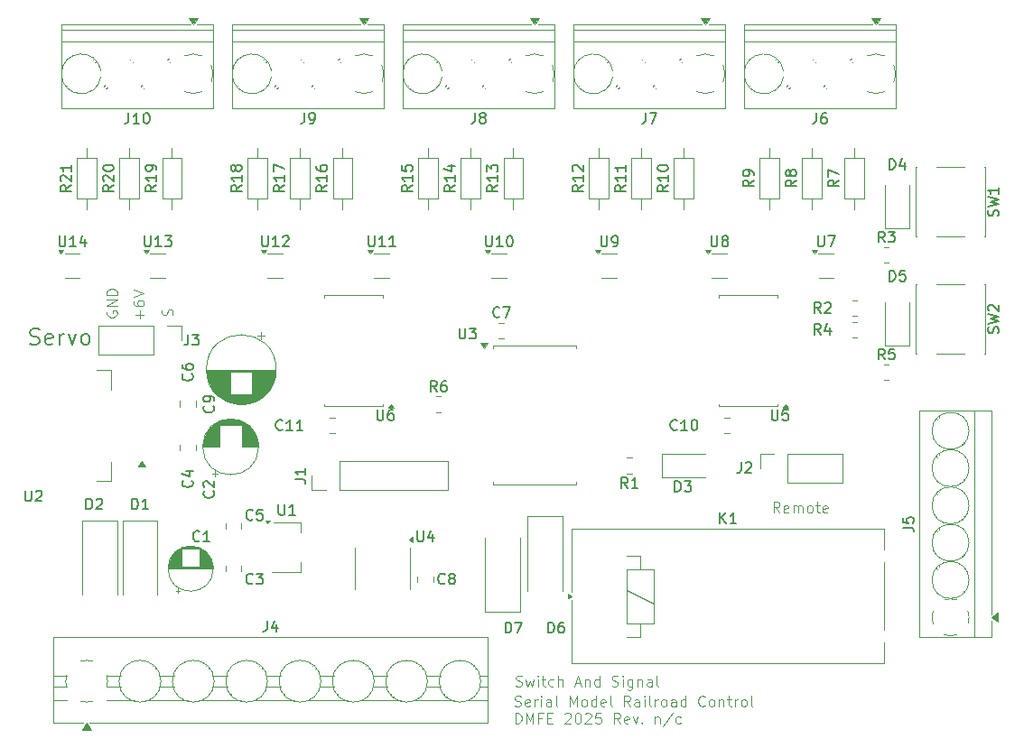
<source format=gbr>
%TF.GenerationSoftware,KiCad,Pcbnew,9.0.0*%
%TF.CreationDate,2025-03-26T17:15:45-07:00*%
%TF.ProjectId,SMRRC_SwitchAndSignal,534d5252-435f-4537-9769-746368416e64,n/c*%
%TF.SameCoordinates,Original*%
%TF.FileFunction,Legend,Top*%
%TF.FilePolarity,Positive*%
%FSLAX46Y46*%
G04 Gerber Fmt 4.6, Leading zero omitted, Abs format (unit mm)*
G04 Created by KiCad (PCBNEW 9.0.0) date 2025-03-26 17:15:45*
%MOMM*%
%LPD*%
G01*
G04 APERTURE LIST*
%ADD10C,0.100000*%
%ADD11C,0.187500*%
%ADD12C,0.150000*%
%ADD13C,0.120000*%
G04 APERTURE END LIST*
D10*
X140975312Y-121172419D02*
X140641979Y-120696228D01*
X140403884Y-121172419D02*
X140403884Y-120172419D01*
X140403884Y-120172419D02*
X140784836Y-120172419D01*
X140784836Y-120172419D02*
X140880074Y-120220038D01*
X140880074Y-120220038D02*
X140927693Y-120267657D01*
X140927693Y-120267657D02*
X140975312Y-120362895D01*
X140975312Y-120362895D02*
X140975312Y-120505752D01*
X140975312Y-120505752D02*
X140927693Y-120600990D01*
X140927693Y-120600990D02*
X140880074Y-120648609D01*
X140880074Y-120648609D02*
X140784836Y-120696228D01*
X140784836Y-120696228D02*
X140403884Y-120696228D01*
X141784836Y-121124800D02*
X141689598Y-121172419D01*
X141689598Y-121172419D02*
X141499122Y-121172419D01*
X141499122Y-121172419D02*
X141403884Y-121124800D01*
X141403884Y-121124800D02*
X141356265Y-121029561D01*
X141356265Y-121029561D02*
X141356265Y-120648609D01*
X141356265Y-120648609D02*
X141403884Y-120553371D01*
X141403884Y-120553371D02*
X141499122Y-120505752D01*
X141499122Y-120505752D02*
X141689598Y-120505752D01*
X141689598Y-120505752D02*
X141784836Y-120553371D01*
X141784836Y-120553371D02*
X141832455Y-120648609D01*
X141832455Y-120648609D02*
X141832455Y-120743847D01*
X141832455Y-120743847D02*
X141356265Y-120839085D01*
X142261027Y-121172419D02*
X142261027Y-120505752D01*
X142261027Y-120600990D02*
X142308646Y-120553371D01*
X142308646Y-120553371D02*
X142403884Y-120505752D01*
X142403884Y-120505752D02*
X142546741Y-120505752D01*
X142546741Y-120505752D02*
X142641979Y-120553371D01*
X142641979Y-120553371D02*
X142689598Y-120648609D01*
X142689598Y-120648609D02*
X142689598Y-121172419D01*
X142689598Y-120648609D02*
X142737217Y-120553371D01*
X142737217Y-120553371D02*
X142832455Y-120505752D01*
X142832455Y-120505752D02*
X142975312Y-120505752D01*
X142975312Y-120505752D02*
X143070551Y-120553371D01*
X143070551Y-120553371D02*
X143118170Y-120648609D01*
X143118170Y-120648609D02*
X143118170Y-121172419D01*
X143737217Y-121172419D02*
X143641979Y-121124800D01*
X143641979Y-121124800D02*
X143594360Y-121077180D01*
X143594360Y-121077180D02*
X143546741Y-120981942D01*
X143546741Y-120981942D02*
X143546741Y-120696228D01*
X143546741Y-120696228D02*
X143594360Y-120600990D01*
X143594360Y-120600990D02*
X143641979Y-120553371D01*
X143641979Y-120553371D02*
X143737217Y-120505752D01*
X143737217Y-120505752D02*
X143880074Y-120505752D01*
X143880074Y-120505752D02*
X143975312Y-120553371D01*
X143975312Y-120553371D02*
X144022931Y-120600990D01*
X144022931Y-120600990D02*
X144070550Y-120696228D01*
X144070550Y-120696228D02*
X144070550Y-120981942D01*
X144070550Y-120981942D02*
X144022931Y-121077180D01*
X144022931Y-121077180D02*
X143975312Y-121124800D01*
X143975312Y-121124800D02*
X143880074Y-121172419D01*
X143880074Y-121172419D02*
X143737217Y-121172419D01*
X144356265Y-120505752D02*
X144737217Y-120505752D01*
X144499122Y-120172419D02*
X144499122Y-121029561D01*
X144499122Y-121029561D02*
X144546741Y-121124800D01*
X144546741Y-121124800D02*
X144641979Y-121172419D01*
X144641979Y-121172419D02*
X144737217Y-121172419D01*
X145451503Y-121124800D02*
X145356265Y-121172419D01*
X145356265Y-121172419D02*
X145165789Y-121172419D01*
X145165789Y-121172419D02*
X145070551Y-121124800D01*
X145070551Y-121124800D02*
X145022932Y-121029561D01*
X145022932Y-121029561D02*
X145022932Y-120648609D01*
X145022932Y-120648609D02*
X145070551Y-120553371D01*
X145070551Y-120553371D02*
X145165789Y-120505752D01*
X145165789Y-120505752D02*
X145356265Y-120505752D01*
X145356265Y-120505752D02*
X145451503Y-120553371D01*
X145451503Y-120553371D02*
X145499122Y-120648609D01*
X145499122Y-120648609D02*
X145499122Y-120743847D01*
X145499122Y-120743847D02*
X145022932Y-120839085D01*
X77920038Y-102272306D02*
X77872419Y-102367544D01*
X77872419Y-102367544D02*
X77872419Y-102510401D01*
X77872419Y-102510401D02*
X77920038Y-102653258D01*
X77920038Y-102653258D02*
X78015276Y-102748496D01*
X78015276Y-102748496D02*
X78110514Y-102796115D01*
X78110514Y-102796115D02*
X78300990Y-102843734D01*
X78300990Y-102843734D02*
X78443847Y-102843734D01*
X78443847Y-102843734D02*
X78634323Y-102796115D01*
X78634323Y-102796115D02*
X78729561Y-102748496D01*
X78729561Y-102748496D02*
X78824800Y-102653258D01*
X78824800Y-102653258D02*
X78872419Y-102510401D01*
X78872419Y-102510401D02*
X78872419Y-102415163D01*
X78872419Y-102415163D02*
X78824800Y-102272306D01*
X78824800Y-102272306D02*
X78777180Y-102224687D01*
X78777180Y-102224687D02*
X78443847Y-102224687D01*
X78443847Y-102224687D02*
X78443847Y-102415163D01*
X78872419Y-101796115D02*
X77872419Y-101796115D01*
X77872419Y-101796115D02*
X78872419Y-101224687D01*
X78872419Y-101224687D02*
X77872419Y-101224687D01*
X78872419Y-100748496D02*
X77872419Y-100748496D01*
X77872419Y-100748496D02*
X77872419Y-100510401D01*
X77872419Y-100510401D02*
X77920038Y-100367544D01*
X77920038Y-100367544D02*
X78015276Y-100272306D01*
X78015276Y-100272306D02*
X78110514Y-100224687D01*
X78110514Y-100224687D02*
X78300990Y-100177068D01*
X78300990Y-100177068D02*
X78443847Y-100177068D01*
X78443847Y-100177068D02*
X78634323Y-100224687D01*
X78634323Y-100224687D02*
X78729561Y-100272306D01*
X78729561Y-100272306D02*
X78824800Y-100367544D01*
X78824800Y-100367544D02*
X78872419Y-100510401D01*
X78872419Y-100510401D02*
X78872419Y-100748496D01*
X80991466Y-102996115D02*
X80991466Y-102234211D01*
X81372419Y-102615163D02*
X80610514Y-102615163D01*
X80372419Y-101329449D02*
X80372419Y-101519925D01*
X80372419Y-101519925D02*
X80420038Y-101615163D01*
X80420038Y-101615163D02*
X80467657Y-101662782D01*
X80467657Y-101662782D02*
X80610514Y-101758020D01*
X80610514Y-101758020D02*
X80800990Y-101805639D01*
X80800990Y-101805639D02*
X81181942Y-101805639D01*
X81181942Y-101805639D02*
X81277180Y-101758020D01*
X81277180Y-101758020D02*
X81324800Y-101710401D01*
X81324800Y-101710401D02*
X81372419Y-101615163D01*
X81372419Y-101615163D02*
X81372419Y-101424687D01*
X81372419Y-101424687D02*
X81324800Y-101329449D01*
X81324800Y-101329449D02*
X81277180Y-101281830D01*
X81277180Y-101281830D02*
X81181942Y-101234211D01*
X81181942Y-101234211D02*
X80943847Y-101234211D01*
X80943847Y-101234211D02*
X80848609Y-101281830D01*
X80848609Y-101281830D02*
X80800990Y-101329449D01*
X80800990Y-101329449D02*
X80753371Y-101424687D01*
X80753371Y-101424687D02*
X80753371Y-101615163D01*
X80753371Y-101615163D02*
X80800990Y-101710401D01*
X80800990Y-101710401D02*
X80848609Y-101758020D01*
X80848609Y-101758020D02*
X80943847Y-101805639D01*
X80372419Y-100948496D02*
X81372419Y-100615163D01*
X81372419Y-100615163D02*
X80372419Y-100281830D01*
X84024800Y-102643734D02*
X84072419Y-102500877D01*
X84072419Y-102500877D02*
X84072419Y-102262782D01*
X84072419Y-102262782D02*
X84024800Y-102167544D01*
X84024800Y-102167544D02*
X83977180Y-102119925D01*
X83977180Y-102119925D02*
X83881942Y-102072306D01*
X83881942Y-102072306D02*
X83786704Y-102072306D01*
X83786704Y-102072306D02*
X83691466Y-102119925D01*
X83691466Y-102119925D02*
X83643847Y-102167544D01*
X83643847Y-102167544D02*
X83596228Y-102262782D01*
X83596228Y-102262782D02*
X83548609Y-102453258D01*
X83548609Y-102453258D02*
X83500990Y-102548496D01*
X83500990Y-102548496D02*
X83453371Y-102596115D01*
X83453371Y-102596115D02*
X83358133Y-102643734D01*
X83358133Y-102643734D02*
X83262895Y-102643734D01*
X83262895Y-102643734D02*
X83167657Y-102596115D01*
X83167657Y-102596115D02*
X83120038Y-102548496D01*
X83120038Y-102548496D02*
X83072419Y-102453258D01*
X83072419Y-102453258D02*
X83072419Y-102215163D01*
X83072419Y-102215163D02*
X83120038Y-102072306D01*
D11*
X70709069Y-105335250D02*
X70923355Y-105406678D01*
X70923355Y-105406678D02*
X71280497Y-105406678D01*
X71280497Y-105406678D02*
X71423355Y-105335250D01*
X71423355Y-105335250D02*
X71494783Y-105263821D01*
X71494783Y-105263821D02*
X71566212Y-105120964D01*
X71566212Y-105120964D02*
X71566212Y-104978107D01*
X71566212Y-104978107D02*
X71494783Y-104835250D01*
X71494783Y-104835250D02*
X71423355Y-104763821D01*
X71423355Y-104763821D02*
X71280497Y-104692392D01*
X71280497Y-104692392D02*
X70994783Y-104620964D01*
X70994783Y-104620964D02*
X70851926Y-104549535D01*
X70851926Y-104549535D02*
X70780497Y-104478107D01*
X70780497Y-104478107D02*
X70709069Y-104335250D01*
X70709069Y-104335250D02*
X70709069Y-104192392D01*
X70709069Y-104192392D02*
X70780497Y-104049535D01*
X70780497Y-104049535D02*
X70851926Y-103978107D01*
X70851926Y-103978107D02*
X70994783Y-103906678D01*
X70994783Y-103906678D02*
X71351926Y-103906678D01*
X71351926Y-103906678D02*
X71566212Y-103978107D01*
X72780497Y-105335250D02*
X72637640Y-105406678D01*
X72637640Y-105406678D02*
X72351926Y-105406678D01*
X72351926Y-105406678D02*
X72209068Y-105335250D01*
X72209068Y-105335250D02*
X72137640Y-105192392D01*
X72137640Y-105192392D02*
X72137640Y-104620964D01*
X72137640Y-104620964D02*
X72209068Y-104478107D01*
X72209068Y-104478107D02*
X72351926Y-104406678D01*
X72351926Y-104406678D02*
X72637640Y-104406678D01*
X72637640Y-104406678D02*
X72780497Y-104478107D01*
X72780497Y-104478107D02*
X72851926Y-104620964D01*
X72851926Y-104620964D02*
X72851926Y-104763821D01*
X72851926Y-104763821D02*
X72137640Y-104906678D01*
X73494782Y-105406678D02*
X73494782Y-104406678D01*
X73494782Y-104692392D02*
X73566211Y-104549535D01*
X73566211Y-104549535D02*
X73637640Y-104478107D01*
X73637640Y-104478107D02*
X73780497Y-104406678D01*
X73780497Y-104406678D02*
X73923354Y-104406678D01*
X74280496Y-104406678D02*
X74637639Y-105406678D01*
X74637639Y-105406678D02*
X74994782Y-104406678D01*
X75780496Y-105406678D02*
X75637639Y-105335250D01*
X75637639Y-105335250D02*
X75566210Y-105263821D01*
X75566210Y-105263821D02*
X75494782Y-105120964D01*
X75494782Y-105120964D02*
X75494782Y-104692392D01*
X75494782Y-104692392D02*
X75566210Y-104549535D01*
X75566210Y-104549535D02*
X75637639Y-104478107D01*
X75637639Y-104478107D02*
X75780496Y-104406678D01*
X75780496Y-104406678D02*
X75994782Y-104406678D01*
X75994782Y-104406678D02*
X76137639Y-104478107D01*
X76137639Y-104478107D02*
X76209068Y-104549535D01*
X76209068Y-104549535D02*
X76280496Y-104692392D01*
X76280496Y-104692392D02*
X76280496Y-105120964D01*
X76280496Y-105120964D02*
X76209068Y-105263821D01*
X76209068Y-105263821D02*
X76137639Y-105335250D01*
X76137639Y-105335250D02*
X75994782Y-105406678D01*
X75994782Y-105406678D02*
X75780496Y-105406678D01*
D10*
X116256265Y-137424800D02*
X116399122Y-137472419D01*
X116399122Y-137472419D02*
X116637217Y-137472419D01*
X116637217Y-137472419D02*
X116732455Y-137424800D01*
X116732455Y-137424800D02*
X116780074Y-137377180D01*
X116780074Y-137377180D02*
X116827693Y-137281942D01*
X116827693Y-137281942D02*
X116827693Y-137186704D01*
X116827693Y-137186704D02*
X116780074Y-137091466D01*
X116780074Y-137091466D02*
X116732455Y-137043847D01*
X116732455Y-137043847D02*
X116637217Y-136996228D01*
X116637217Y-136996228D02*
X116446741Y-136948609D01*
X116446741Y-136948609D02*
X116351503Y-136900990D01*
X116351503Y-136900990D02*
X116303884Y-136853371D01*
X116303884Y-136853371D02*
X116256265Y-136758133D01*
X116256265Y-136758133D02*
X116256265Y-136662895D01*
X116256265Y-136662895D02*
X116303884Y-136567657D01*
X116303884Y-136567657D02*
X116351503Y-136520038D01*
X116351503Y-136520038D02*
X116446741Y-136472419D01*
X116446741Y-136472419D02*
X116684836Y-136472419D01*
X116684836Y-136472419D02*
X116827693Y-136520038D01*
X117161027Y-136805752D02*
X117351503Y-137472419D01*
X117351503Y-137472419D02*
X117541979Y-136996228D01*
X117541979Y-136996228D02*
X117732455Y-137472419D01*
X117732455Y-137472419D02*
X117922931Y-136805752D01*
X118303884Y-137472419D02*
X118303884Y-136805752D01*
X118303884Y-136472419D02*
X118256265Y-136520038D01*
X118256265Y-136520038D02*
X118303884Y-136567657D01*
X118303884Y-136567657D02*
X118351503Y-136520038D01*
X118351503Y-136520038D02*
X118303884Y-136472419D01*
X118303884Y-136472419D02*
X118303884Y-136567657D01*
X118637217Y-136805752D02*
X119018169Y-136805752D01*
X118780074Y-136472419D02*
X118780074Y-137329561D01*
X118780074Y-137329561D02*
X118827693Y-137424800D01*
X118827693Y-137424800D02*
X118922931Y-137472419D01*
X118922931Y-137472419D02*
X119018169Y-137472419D01*
X119780074Y-137424800D02*
X119684836Y-137472419D01*
X119684836Y-137472419D02*
X119494360Y-137472419D01*
X119494360Y-137472419D02*
X119399122Y-137424800D01*
X119399122Y-137424800D02*
X119351503Y-137377180D01*
X119351503Y-137377180D02*
X119303884Y-137281942D01*
X119303884Y-137281942D02*
X119303884Y-136996228D01*
X119303884Y-136996228D02*
X119351503Y-136900990D01*
X119351503Y-136900990D02*
X119399122Y-136853371D01*
X119399122Y-136853371D02*
X119494360Y-136805752D01*
X119494360Y-136805752D02*
X119684836Y-136805752D01*
X119684836Y-136805752D02*
X119780074Y-136853371D01*
X120208646Y-137472419D02*
X120208646Y-136472419D01*
X120637217Y-137472419D02*
X120637217Y-136948609D01*
X120637217Y-136948609D02*
X120589598Y-136853371D01*
X120589598Y-136853371D02*
X120494360Y-136805752D01*
X120494360Y-136805752D02*
X120351503Y-136805752D01*
X120351503Y-136805752D02*
X120256265Y-136853371D01*
X120256265Y-136853371D02*
X120208646Y-136900990D01*
X121827694Y-137186704D02*
X122303884Y-137186704D01*
X121732456Y-137472419D02*
X122065789Y-136472419D01*
X122065789Y-136472419D02*
X122399122Y-137472419D01*
X122732456Y-136805752D02*
X122732456Y-137472419D01*
X122732456Y-136900990D02*
X122780075Y-136853371D01*
X122780075Y-136853371D02*
X122875313Y-136805752D01*
X122875313Y-136805752D02*
X123018170Y-136805752D01*
X123018170Y-136805752D02*
X123113408Y-136853371D01*
X123113408Y-136853371D02*
X123161027Y-136948609D01*
X123161027Y-136948609D02*
X123161027Y-137472419D01*
X124065789Y-137472419D02*
X124065789Y-136472419D01*
X124065789Y-137424800D02*
X123970551Y-137472419D01*
X123970551Y-137472419D02*
X123780075Y-137472419D01*
X123780075Y-137472419D02*
X123684837Y-137424800D01*
X123684837Y-137424800D02*
X123637218Y-137377180D01*
X123637218Y-137377180D02*
X123589599Y-137281942D01*
X123589599Y-137281942D02*
X123589599Y-136996228D01*
X123589599Y-136996228D02*
X123637218Y-136900990D01*
X123637218Y-136900990D02*
X123684837Y-136853371D01*
X123684837Y-136853371D02*
X123780075Y-136805752D01*
X123780075Y-136805752D02*
X123970551Y-136805752D01*
X123970551Y-136805752D02*
X124065789Y-136853371D01*
X125256266Y-137424800D02*
X125399123Y-137472419D01*
X125399123Y-137472419D02*
X125637218Y-137472419D01*
X125637218Y-137472419D02*
X125732456Y-137424800D01*
X125732456Y-137424800D02*
X125780075Y-137377180D01*
X125780075Y-137377180D02*
X125827694Y-137281942D01*
X125827694Y-137281942D02*
X125827694Y-137186704D01*
X125827694Y-137186704D02*
X125780075Y-137091466D01*
X125780075Y-137091466D02*
X125732456Y-137043847D01*
X125732456Y-137043847D02*
X125637218Y-136996228D01*
X125637218Y-136996228D02*
X125446742Y-136948609D01*
X125446742Y-136948609D02*
X125351504Y-136900990D01*
X125351504Y-136900990D02*
X125303885Y-136853371D01*
X125303885Y-136853371D02*
X125256266Y-136758133D01*
X125256266Y-136758133D02*
X125256266Y-136662895D01*
X125256266Y-136662895D02*
X125303885Y-136567657D01*
X125303885Y-136567657D02*
X125351504Y-136520038D01*
X125351504Y-136520038D02*
X125446742Y-136472419D01*
X125446742Y-136472419D02*
X125684837Y-136472419D01*
X125684837Y-136472419D02*
X125827694Y-136520038D01*
X126256266Y-137472419D02*
X126256266Y-136805752D01*
X126256266Y-136472419D02*
X126208647Y-136520038D01*
X126208647Y-136520038D02*
X126256266Y-136567657D01*
X126256266Y-136567657D02*
X126303885Y-136520038D01*
X126303885Y-136520038D02*
X126256266Y-136472419D01*
X126256266Y-136472419D02*
X126256266Y-136567657D01*
X127161027Y-136805752D02*
X127161027Y-137615276D01*
X127161027Y-137615276D02*
X127113408Y-137710514D01*
X127113408Y-137710514D02*
X127065789Y-137758133D01*
X127065789Y-137758133D02*
X126970551Y-137805752D01*
X126970551Y-137805752D02*
X126827694Y-137805752D01*
X126827694Y-137805752D02*
X126732456Y-137758133D01*
X127161027Y-137424800D02*
X127065789Y-137472419D01*
X127065789Y-137472419D02*
X126875313Y-137472419D01*
X126875313Y-137472419D02*
X126780075Y-137424800D01*
X126780075Y-137424800D02*
X126732456Y-137377180D01*
X126732456Y-137377180D02*
X126684837Y-137281942D01*
X126684837Y-137281942D02*
X126684837Y-136996228D01*
X126684837Y-136996228D02*
X126732456Y-136900990D01*
X126732456Y-136900990D02*
X126780075Y-136853371D01*
X126780075Y-136853371D02*
X126875313Y-136805752D01*
X126875313Y-136805752D02*
X127065789Y-136805752D01*
X127065789Y-136805752D02*
X127161027Y-136853371D01*
X127637218Y-136805752D02*
X127637218Y-137472419D01*
X127637218Y-136900990D02*
X127684837Y-136853371D01*
X127684837Y-136853371D02*
X127780075Y-136805752D01*
X127780075Y-136805752D02*
X127922932Y-136805752D01*
X127922932Y-136805752D02*
X128018170Y-136853371D01*
X128018170Y-136853371D02*
X128065789Y-136948609D01*
X128065789Y-136948609D02*
X128065789Y-137472419D01*
X128970551Y-137472419D02*
X128970551Y-136948609D01*
X128970551Y-136948609D02*
X128922932Y-136853371D01*
X128922932Y-136853371D02*
X128827694Y-136805752D01*
X128827694Y-136805752D02*
X128637218Y-136805752D01*
X128637218Y-136805752D02*
X128541980Y-136853371D01*
X128970551Y-137424800D02*
X128875313Y-137472419D01*
X128875313Y-137472419D02*
X128637218Y-137472419D01*
X128637218Y-137472419D02*
X128541980Y-137424800D01*
X128541980Y-137424800D02*
X128494361Y-137329561D01*
X128494361Y-137329561D02*
X128494361Y-137234323D01*
X128494361Y-137234323D02*
X128541980Y-137139085D01*
X128541980Y-137139085D02*
X128637218Y-137091466D01*
X128637218Y-137091466D02*
X128875313Y-137091466D01*
X128875313Y-137091466D02*
X128970551Y-137043847D01*
X129589599Y-137472419D02*
X129494361Y-137424800D01*
X129494361Y-137424800D02*
X129446742Y-137329561D01*
X129446742Y-137329561D02*
X129446742Y-136472419D01*
X116156265Y-139314856D02*
X116299122Y-139362475D01*
X116299122Y-139362475D02*
X116537217Y-139362475D01*
X116537217Y-139362475D02*
X116632455Y-139314856D01*
X116632455Y-139314856D02*
X116680074Y-139267236D01*
X116680074Y-139267236D02*
X116727693Y-139171998D01*
X116727693Y-139171998D02*
X116727693Y-139076760D01*
X116727693Y-139076760D02*
X116680074Y-138981522D01*
X116680074Y-138981522D02*
X116632455Y-138933903D01*
X116632455Y-138933903D02*
X116537217Y-138886284D01*
X116537217Y-138886284D02*
X116346741Y-138838665D01*
X116346741Y-138838665D02*
X116251503Y-138791046D01*
X116251503Y-138791046D02*
X116203884Y-138743427D01*
X116203884Y-138743427D02*
X116156265Y-138648189D01*
X116156265Y-138648189D02*
X116156265Y-138552951D01*
X116156265Y-138552951D02*
X116203884Y-138457713D01*
X116203884Y-138457713D02*
X116251503Y-138410094D01*
X116251503Y-138410094D02*
X116346741Y-138362475D01*
X116346741Y-138362475D02*
X116584836Y-138362475D01*
X116584836Y-138362475D02*
X116727693Y-138410094D01*
X117537217Y-139314856D02*
X117441979Y-139362475D01*
X117441979Y-139362475D02*
X117251503Y-139362475D01*
X117251503Y-139362475D02*
X117156265Y-139314856D01*
X117156265Y-139314856D02*
X117108646Y-139219617D01*
X117108646Y-139219617D02*
X117108646Y-138838665D01*
X117108646Y-138838665D02*
X117156265Y-138743427D01*
X117156265Y-138743427D02*
X117251503Y-138695808D01*
X117251503Y-138695808D02*
X117441979Y-138695808D01*
X117441979Y-138695808D02*
X117537217Y-138743427D01*
X117537217Y-138743427D02*
X117584836Y-138838665D01*
X117584836Y-138838665D02*
X117584836Y-138933903D01*
X117584836Y-138933903D02*
X117108646Y-139029141D01*
X118013408Y-139362475D02*
X118013408Y-138695808D01*
X118013408Y-138886284D02*
X118061027Y-138791046D01*
X118061027Y-138791046D02*
X118108646Y-138743427D01*
X118108646Y-138743427D02*
X118203884Y-138695808D01*
X118203884Y-138695808D02*
X118299122Y-138695808D01*
X118632456Y-139362475D02*
X118632456Y-138695808D01*
X118632456Y-138362475D02*
X118584837Y-138410094D01*
X118584837Y-138410094D02*
X118632456Y-138457713D01*
X118632456Y-138457713D02*
X118680075Y-138410094D01*
X118680075Y-138410094D02*
X118632456Y-138362475D01*
X118632456Y-138362475D02*
X118632456Y-138457713D01*
X119537217Y-139362475D02*
X119537217Y-138838665D01*
X119537217Y-138838665D02*
X119489598Y-138743427D01*
X119489598Y-138743427D02*
X119394360Y-138695808D01*
X119394360Y-138695808D02*
X119203884Y-138695808D01*
X119203884Y-138695808D02*
X119108646Y-138743427D01*
X119537217Y-139314856D02*
X119441979Y-139362475D01*
X119441979Y-139362475D02*
X119203884Y-139362475D01*
X119203884Y-139362475D02*
X119108646Y-139314856D01*
X119108646Y-139314856D02*
X119061027Y-139219617D01*
X119061027Y-139219617D02*
X119061027Y-139124379D01*
X119061027Y-139124379D02*
X119108646Y-139029141D01*
X119108646Y-139029141D02*
X119203884Y-138981522D01*
X119203884Y-138981522D02*
X119441979Y-138981522D01*
X119441979Y-138981522D02*
X119537217Y-138933903D01*
X120156265Y-139362475D02*
X120061027Y-139314856D01*
X120061027Y-139314856D02*
X120013408Y-139219617D01*
X120013408Y-139219617D02*
X120013408Y-138362475D01*
X121299123Y-139362475D02*
X121299123Y-138362475D01*
X121299123Y-138362475D02*
X121632456Y-139076760D01*
X121632456Y-139076760D02*
X121965789Y-138362475D01*
X121965789Y-138362475D02*
X121965789Y-139362475D01*
X122584837Y-139362475D02*
X122489599Y-139314856D01*
X122489599Y-139314856D02*
X122441980Y-139267236D01*
X122441980Y-139267236D02*
X122394361Y-139171998D01*
X122394361Y-139171998D02*
X122394361Y-138886284D01*
X122394361Y-138886284D02*
X122441980Y-138791046D01*
X122441980Y-138791046D02*
X122489599Y-138743427D01*
X122489599Y-138743427D02*
X122584837Y-138695808D01*
X122584837Y-138695808D02*
X122727694Y-138695808D01*
X122727694Y-138695808D02*
X122822932Y-138743427D01*
X122822932Y-138743427D02*
X122870551Y-138791046D01*
X122870551Y-138791046D02*
X122918170Y-138886284D01*
X122918170Y-138886284D02*
X122918170Y-139171998D01*
X122918170Y-139171998D02*
X122870551Y-139267236D01*
X122870551Y-139267236D02*
X122822932Y-139314856D01*
X122822932Y-139314856D02*
X122727694Y-139362475D01*
X122727694Y-139362475D02*
X122584837Y-139362475D01*
X123775313Y-139362475D02*
X123775313Y-138362475D01*
X123775313Y-139314856D02*
X123680075Y-139362475D01*
X123680075Y-139362475D02*
X123489599Y-139362475D01*
X123489599Y-139362475D02*
X123394361Y-139314856D01*
X123394361Y-139314856D02*
X123346742Y-139267236D01*
X123346742Y-139267236D02*
X123299123Y-139171998D01*
X123299123Y-139171998D02*
X123299123Y-138886284D01*
X123299123Y-138886284D02*
X123346742Y-138791046D01*
X123346742Y-138791046D02*
X123394361Y-138743427D01*
X123394361Y-138743427D02*
X123489599Y-138695808D01*
X123489599Y-138695808D02*
X123680075Y-138695808D01*
X123680075Y-138695808D02*
X123775313Y-138743427D01*
X124632456Y-139314856D02*
X124537218Y-139362475D01*
X124537218Y-139362475D02*
X124346742Y-139362475D01*
X124346742Y-139362475D02*
X124251504Y-139314856D01*
X124251504Y-139314856D02*
X124203885Y-139219617D01*
X124203885Y-139219617D02*
X124203885Y-138838665D01*
X124203885Y-138838665D02*
X124251504Y-138743427D01*
X124251504Y-138743427D02*
X124346742Y-138695808D01*
X124346742Y-138695808D02*
X124537218Y-138695808D01*
X124537218Y-138695808D02*
X124632456Y-138743427D01*
X124632456Y-138743427D02*
X124680075Y-138838665D01*
X124680075Y-138838665D02*
X124680075Y-138933903D01*
X124680075Y-138933903D02*
X124203885Y-139029141D01*
X125251504Y-139362475D02*
X125156266Y-139314856D01*
X125156266Y-139314856D02*
X125108647Y-139219617D01*
X125108647Y-139219617D02*
X125108647Y-138362475D01*
X126965790Y-139362475D02*
X126632457Y-138886284D01*
X126394362Y-139362475D02*
X126394362Y-138362475D01*
X126394362Y-138362475D02*
X126775314Y-138362475D01*
X126775314Y-138362475D02*
X126870552Y-138410094D01*
X126870552Y-138410094D02*
X126918171Y-138457713D01*
X126918171Y-138457713D02*
X126965790Y-138552951D01*
X126965790Y-138552951D02*
X126965790Y-138695808D01*
X126965790Y-138695808D02*
X126918171Y-138791046D01*
X126918171Y-138791046D02*
X126870552Y-138838665D01*
X126870552Y-138838665D02*
X126775314Y-138886284D01*
X126775314Y-138886284D02*
X126394362Y-138886284D01*
X127822933Y-139362475D02*
X127822933Y-138838665D01*
X127822933Y-138838665D02*
X127775314Y-138743427D01*
X127775314Y-138743427D02*
X127680076Y-138695808D01*
X127680076Y-138695808D02*
X127489600Y-138695808D01*
X127489600Y-138695808D02*
X127394362Y-138743427D01*
X127822933Y-139314856D02*
X127727695Y-139362475D01*
X127727695Y-139362475D02*
X127489600Y-139362475D01*
X127489600Y-139362475D02*
X127394362Y-139314856D01*
X127394362Y-139314856D02*
X127346743Y-139219617D01*
X127346743Y-139219617D02*
X127346743Y-139124379D01*
X127346743Y-139124379D02*
X127394362Y-139029141D01*
X127394362Y-139029141D02*
X127489600Y-138981522D01*
X127489600Y-138981522D02*
X127727695Y-138981522D01*
X127727695Y-138981522D02*
X127822933Y-138933903D01*
X128299124Y-139362475D02*
X128299124Y-138695808D01*
X128299124Y-138362475D02*
X128251505Y-138410094D01*
X128251505Y-138410094D02*
X128299124Y-138457713D01*
X128299124Y-138457713D02*
X128346743Y-138410094D01*
X128346743Y-138410094D02*
X128299124Y-138362475D01*
X128299124Y-138362475D02*
X128299124Y-138457713D01*
X128918171Y-139362475D02*
X128822933Y-139314856D01*
X128822933Y-139314856D02*
X128775314Y-139219617D01*
X128775314Y-139219617D02*
X128775314Y-138362475D01*
X129299124Y-139362475D02*
X129299124Y-138695808D01*
X129299124Y-138886284D02*
X129346743Y-138791046D01*
X129346743Y-138791046D02*
X129394362Y-138743427D01*
X129394362Y-138743427D02*
X129489600Y-138695808D01*
X129489600Y-138695808D02*
X129584838Y-138695808D01*
X130061029Y-139362475D02*
X129965791Y-139314856D01*
X129965791Y-139314856D02*
X129918172Y-139267236D01*
X129918172Y-139267236D02*
X129870553Y-139171998D01*
X129870553Y-139171998D02*
X129870553Y-138886284D01*
X129870553Y-138886284D02*
X129918172Y-138791046D01*
X129918172Y-138791046D02*
X129965791Y-138743427D01*
X129965791Y-138743427D02*
X130061029Y-138695808D01*
X130061029Y-138695808D02*
X130203886Y-138695808D01*
X130203886Y-138695808D02*
X130299124Y-138743427D01*
X130299124Y-138743427D02*
X130346743Y-138791046D01*
X130346743Y-138791046D02*
X130394362Y-138886284D01*
X130394362Y-138886284D02*
X130394362Y-139171998D01*
X130394362Y-139171998D02*
X130346743Y-139267236D01*
X130346743Y-139267236D02*
X130299124Y-139314856D01*
X130299124Y-139314856D02*
X130203886Y-139362475D01*
X130203886Y-139362475D02*
X130061029Y-139362475D01*
X131251505Y-139362475D02*
X131251505Y-138838665D01*
X131251505Y-138838665D02*
X131203886Y-138743427D01*
X131203886Y-138743427D02*
X131108648Y-138695808D01*
X131108648Y-138695808D02*
X130918172Y-138695808D01*
X130918172Y-138695808D02*
X130822934Y-138743427D01*
X131251505Y-139314856D02*
X131156267Y-139362475D01*
X131156267Y-139362475D02*
X130918172Y-139362475D01*
X130918172Y-139362475D02*
X130822934Y-139314856D01*
X130822934Y-139314856D02*
X130775315Y-139219617D01*
X130775315Y-139219617D02*
X130775315Y-139124379D01*
X130775315Y-139124379D02*
X130822934Y-139029141D01*
X130822934Y-139029141D02*
X130918172Y-138981522D01*
X130918172Y-138981522D02*
X131156267Y-138981522D01*
X131156267Y-138981522D02*
X131251505Y-138933903D01*
X132156267Y-139362475D02*
X132156267Y-138362475D01*
X132156267Y-139314856D02*
X132061029Y-139362475D01*
X132061029Y-139362475D02*
X131870553Y-139362475D01*
X131870553Y-139362475D02*
X131775315Y-139314856D01*
X131775315Y-139314856D02*
X131727696Y-139267236D01*
X131727696Y-139267236D02*
X131680077Y-139171998D01*
X131680077Y-139171998D02*
X131680077Y-138886284D01*
X131680077Y-138886284D02*
X131727696Y-138791046D01*
X131727696Y-138791046D02*
X131775315Y-138743427D01*
X131775315Y-138743427D02*
X131870553Y-138695808D01*
X131870553Y-138695808D02*
X132061029Y-138695808D01*
X132061029Y-138695808D02*
X132156267Y-138743427D01*
X133965791Y-139267236D02*
X133918172Y-139314856D01*
X133918172Y-139314856D02*
X133775315Y-139362475D01*
X133775315Y-139362475D02*
X133680077Y-139362475D01*
X133680077Y-139362475D02*
X133537220Y-139314856D01*
X133537220Y-139314856D02*
X133441982Y-139219617D01*
X133441982Y-139219617D02*
X133394363Y-139124379D01*
X133394363Y-139124379D02*
X133346744Y-138933903D01*
X133346744Y-138933903D02*
X133346744Y-138791046D01*
X133346744Y-138791046D02*
X133394363Y-138600570D01*
X133394363Y-138600570D02*
X133441982Y-138505332D01*
X133441982Y-138505332D02*
X133537220Y-138410094D01*
X133537220Y-138410094D02*
X133680077Y-138362475D01*
X133680077Y-138362475D02*
X133775315Y-138362475D01*
X133775315Y-138362475D02*
X133918172Y-138410094D01*
X133918172Y-138410094D02*
X133965791Y-138457713D01*
X134537220Y-139362475D02*
X134441982Y-139314856D01*
X134441982Y-139314856D02*
X134394363Y-139267236D01*
X134394363Y-139267236D02*
X134346744Y-139171998D01*
X134346744Y-139171998D02*
X134346744Y-138886284D01*
X134346744Y-138886284D02*
X134394363Y-138791046D01*
X134394363Y-138791046D02*
X134441982Y-138743427D01*
X134441982Y-138743427D02*
X134537220Y-138695808D01*
X134537220Y-138695808D02*
X134680077Y-138695808D01*
X134680077Y-138695808D02*
X134775315Y-138743427D01*
X134775315Y-138743427D02*
X134822934Y-138791046D01*
X134822934Y-138791046D02*
X134870553Y-138886284D01*
X134870553Y-138886284D02*
X134870553Y-139171998D01*
X134870553Y-139171998D02*
X134822934Y-139267236D01*
X134822934Y-139267236D02*
X134775315Y-139314856D01*
X134775315Y-139314856D02*
X134680077Y-139362475D01*
X134680077Y-139362475D02*
X134537220Y-139362475D01*
X135299125Y-138695808D02*
X135299125Y-139362475D01*
X135299125Y-138791046D02*
X135346744Y-138743427D01*
X135346744Y-138743427D02*
X135441982Y-138695808D01*
X135441982Y-138695808D02*
X135584839Y-138695808D01*
X135584839Y-138695808D02*
X135680077Y-138743427D01*
X135680077Y-138743427D02*
X135727696Y-138838665D01*
X135727696Y-138838665D02*
X135727696Y-139362475D01*
X136061030Y-138695808D02*
X136441982Y-138695808D01*
X136203887Y-138362475D02*
X136203887Y-139219617D01*
X136203887Y-139219617D02*
X136251506Y-139314856D01*
X136251506Y-139314856D02*
X136346744Y-139362475D01*
X136346744Y-139362475D02*
X136441982Y-139362475D01*
X136775316Y-139362475D02*
X136775316Y-138695808D01*
X136775316Y-138886284D02*
X136822935Y-138791046D01*
X136822935Y-138791046D02*
X136870554Y-138743427D01*
X136870554Y-138743427D02*
X136965792Y-138695808D01*
X136965792Y-138695808D02*
X137061030Y-138695808D01*
X137537221Y-139362475D02*
X137441983Y-139314856D01*
X137441983Y-139314856D02*
X137394364Y-139267236D01*
X137394364Y-139267236D02*
X137346745Y-139171998D01*
X137346745Y-139171998D02*
X137346745Y-138886284D01*
X137346745Y-138886284D02*
X137394364Y-138791046D01*
X137394364Y-138791046D02*
X137441983Y-138743427D01*
X137441983Y-138743427D02*
X137537221Y-138695808D01*
X137537221Y-138695808D02*
X137680078Y-138695808D01*
X137680078Y-138695808D02*
X137775316Y-138743427D01*
X137775316Y-138743427D02*
X137822935Y-138791046D01*
X137822935Y-138791046D02*
X137870554Y-138886284D01*
X137870554Y-138886284D02*
X137870554Y-139171998D01*
X137870554Y-139171998D02*
X137822935Y-139267236D01*
X137822935Y-139267236D02*
X137775316Y-139314856D01*
X137775316Y-139314856D02*
X137680078Y-139362475D01*
X137680078Y-139362475D02*
X137537221Y-139362475D01*
X138441983Y-139362475D02*
X138346745Y-139314856D01*
X138346745Y-139314856D02*
X138299126Y-139219617D01*
X138299126Y-139219617D02*
X138299126Y-138362475D01*
X116203884Y-140972419D02*
X116203884Y-139972419D01*
X116203884Y-139972419D02*
X116441979Y-139972419D01*
X116441979Y-139972419D02*
X116584836Y-140020038D01*
X116584836Y-140020038D02*
X116680074Y-140115276D01*
X116680074Y-140115276D02*
X116727693Y-140210514D01*
X116727693Y-140210514D02*
X116775312Y-140400990D01*
X116775312Y-140400990D02*
X116775312Y-140543847D01*
X116775312Y-140543847D02*
X116727693Y-140734323D01*
X116727693Y-140734323D02*
X116680074Y-140829561D01*
X116680074Y-140829561D02*
X116584836Y-140924800D01*
X116584836Y-140924800D02*
X116441979Y-140972419D01*
X116441979Y-140972419D02*
X116203884Y-140972419D01*
X117203884Y-140972419D02*
X117203884Y-139972419D01*
X117203884Y-139972419D02*
X117537217Y-140686704D01*
X117537217Y-140686704D02*
X117870550Y-139972419D01*
X117870550Y-139972419D02*
X117870550Y-140972419D01*
X118680074Y-140448609D02*
X118346741Y-140448609D01*
X118346741Y-140972419D02*
X118346741Y-139972419D01*
X118346741Y-139972419D02*
X118822931Y-139972419D01*
X119203884Y-140448609D02*
X119537217Y-140448609D01*
X119680074Y-140972419D02*
X119203884Y-140972419D01*
X119203884Y-140972419D02*
X119203884Y-139972419D01*
X119203884Y-139972419D02*
X119680074Y-139972419D01*
X120822932Y-140067657D02*
X120870551Y-140020038D01*
X120870551Y-140020038D02*
X120965789Y-139972419D01*
X120965789Y-139972419D02*
X121203884Y-139972419D01*
X121203884Y-139972419D02*
X121299122Y-140020038D01*
X121299122Y-140020038D02*
X121346741Y-140067657D01*
X121346741Y-140067657D02*
X121394360Y-140162895D01*
X121394360Y-140162895D02*
X121394360Y-140258133D01*
X121394360Y-140258133D02*
X121346741Y-140400990D01*
X121346741Y-140400990D02*
X120775313Y-140972419D01*
X120775313Y-140972419D02*
X121394360Y-140972419D01*
X122013408Y-139972419D02*
X122108646Y-139972419D01*
X122108646Y-139972419D02*
X122203884Y-140020038D01*
X122203884Y-140020038D02*
X122251503Y-140067657D01*
X122251503Y-140067657D02*
X122299122Y-140162895D01*
X122299122Y-140162895D02*
X122346741Y-140353371D01*
X122346741Y-140353371D02*
X122346741Y-140591466D01*
X122346741Y-140591466D02*
X122299122Y-140781942D01*
X122299122Y-140781942D02*
X122251503Y-140877180D01*
X122251503Y-140877180D02*
X122203884Y-140924800D01*
X122203884Y-140924800D02*
X122108646Y-140972419D01*
X122108646Y-140972419D02*
X122013408Y-140972419D01*
X122013408Y-140972419D02*
X121918170Y-140924800D01*
X121918170Y-140924800D02*
X121870551Y-140877180D01*
X121870551Y-140877180D02*
X121822932Y-140781942D01*
X121822932Y-140781942D02*
X121775313Y-140591466D01*
X121775313Y-140591466D02*
X121775313Y-140353371D01*
X121775313Y-140353371D02*
X121822932Y-140162895D01*
X121822932Y-140162895D02*
X121870551Y-140067657D01*
X121870551Y-140067657D02*
X121918170Y-140020038D01*
X121918170Y-140020038D02*
X122013408Y-139972419D01*
X122727694Y-140067657D02*
X122775313Y-140020038D01*
X122775313Y-140020038D02*
X122870551Y-139972419D01*
X122870551Y-139972419D02*
X123108646Y-139972419D01*
X123108646Y-139972419D02*
X123203884Y-140020038D01*
X123203884Y-140020038D02*
X123251503Y-140067657D01*
X123251503Y-140067657D02*
X123299122Y-140162895D01*
X123299122Y-140162895D02*
X123299122Y-140258133D01*
X123299122Y-140258133D02*
X123251503Y-140400990D01*
X123251503Y-140400990D02*
X122680075Y-140972419D01*
X122680075Y-140972419D02*
X123299122Y-140972419D01*
X124203884Y-139972419D02*
X123727694Y-139972419D01*
X123727694Y-139972419D02*
X123680075Y-140448609D01*
X123680075Y-140448609D02*
X123727694Y-140400990D01*
X123727694Y-140400990D02*
X123822932Y-140353371D01*
X123822932Y-140353371D02*
X124061027Y-140353371D01*
X124061027Y-140353371D02*
X124156265Y-140400990D01*
X124156265Y-140400990D02*
X124203884Y-140448609D01*
X124203884Y-140448609D02*
X124251503Y-140543847D01*
X124251503Y-140543847D02*
X124251503Y-140781942D01*
X124251503Y-140781942D02*
X124203884Y-140877180D01*
X124203884Y-140877180D02*
X124156265Y-140924800D01*
X124156265Y-140924800D02*
X124061027Y-140972419D01*
X124061027Y-140972419D02*
X123822932Y-140972419D01*
X123822932Y-140972419D02*
X123727694Y-140924800D01*
X123727694Y-140924800D02*
X123680075Y-140877180D01*
X126013408Y-140972419D02*
X125680075Y-140496228D01*
X125441980Y-140972419D02*
X125441980Y-139972419D01*
X125441980Y-139972419D02*
X125822932Y-139972419D01*
X125822932Y-139972419D02*
X125918170Y-140020038D01*
X125918170Y-140020038D02*
X125965789Y-140067657D01*
X125965789Y-140067657D02*
X126013408Y-140162895D01*
X126013408Y-140162895D02*
X126013408Y-140305752D01*
X126013408Y-140305752D02*
X125965789Y-140400990D01*
X125965789Y-140400990D02*
X125918170Y-140448609D01*
X125918170Y-140448609D02*
X125822932Y-140496228D01*
X125822932Y-140496228D02*
X125441980Y-140496228D01*
X126822932Y-140924800D02*
X126727694Y-140972419D01*
X126727694Y-140972419D02*
X126537218Y-140972419D01*
X126537218Y-140972419D02*
X126441980Y-140924800D01*
X126441980Y-140924800D02*
X126394361Y-140829561D01*
X126394361Y-140829561D02*
X126394361Y-140448609D01*
X126394361Y-140448609D02*
X126441980Y-140353371D01*
X126441980Y-140353371D02*
X126537218Y-140305752D01*
X126537218Y-140305752D02*
X126727694Y-140305752D01*
X126727694Y-140305752D02*
X126822932Y-140353371D01*
X126822932Y-140353371D02*
X126870551Y-140448609D01*
X126870551Y-140448609D02*
X126870551Y-140543847D01*
X126870551Y-140543847D02*
X126394361Y-140639085D01*
X127203885Y-140305752D02*
X127441980Y-140972419D01*
X127441980Y-140972419D02*
X127680075Y-140305752D01*
X128061028Y-140877180D02*
X128108647Y-140924800D01*
X128108647Y-140924800D02*
X128061028Y-140972419D01*
X128061028Y-140972419D02*
X128013409Y-140924800D01*
X128013409Y-140924800D02*
X128061028Y-140877180D01*
X128061028Y-140877180D02*
X128061028Y-140972419D01*
X129299123Y-140305752D02*
X129299123Y-140972419D01*
X129299123Y-140400990D02*
X129346742Y-140353371D01*
X129346742Y-140353371D02*
X129441980Y-140305752D01*
X129441980Y-140305752D02*
X129584837Y-140305752D01*
X129584837Y-140305752D02*
X129680075Y-140353371D01*
X129680075Y-140353371D02*
X129727694Y-140448609D01*
X129727694Y-140448609D02*
X129727694Y-140972419D01*
X130918170Y-139924800D02*
X130061028Y-141210514D01*
X131680075Y-140924800D02*
X131584837Y-140972419D01*
X131584837Y-140972419D02*
X131394361Y-140972419D01*
X131394361Y-140972419D02*
X131299123Y-140924800D01*
X131299123Y-140924800D02*
X131251504Y-140877180D01*
X131251504Y-140877180D02*
X131203885Y-140781942D01*
X131203885Y-140781942D02*
X131203885Y-140496228D01*
X131203885Y-140496228D02*
X131251504Y-140400990D01*
X131251504Y-140400990D02*
X131299123Y-140353371D01*
X131299123Y-140353371D02*
X131394361Y-140305752D01*
X131394361Y-140305752D02*
X131584837Y-140305752D01*
X131584837Y-140305752D02*
X131680075Y-140353371D01*
D12*
X73431905Y-95204819D02*
X73431905Y-96014342D01*
X73431905Y-96014342D02*
X73479524Y-96109580D01*
X73479524Y-96109580D02*
X73527143Y-96157200D01*
X73527143Y-96157200D02*
X73622381Y-96204819D01*
X73622381Y-96204819D02*
X73812857Y-96204819D01*
X73812857Y-96204819D02*
X73908095Y-96157200D01*
X73908095Y-96157200D02*
X73955714Y-96109580D01*
X73955714Y-96109580D02*
X74003333Y-96014342D01*
X74003333Y-96014342D02*
X74003333Y-95204819D01*
X75003333Y-96204819D02*
X74431905Y-96204819D01*
X74717619Y-96204819D02*
X74717619Y-95204819D01*
X74717619Y-95204819D02*
X74622381Y-95347676D01*
X74622381Y-95347676D02*
X74527143Y-95442914D01*
X74527143Y-95442914D02*
X74431905Y-95490533D01*
X75860476Y-95538152D02*
X75860476Y-96204819D01*
X75622381Y-95157200D02*
X75384286Y-95871485D01*
X75384286Y-95871485D02*
X76003333Y-95871485D01*
X81431905Y-95204819D02*
X81431905Y-96014342D01*
X81431905Y-96014342D02*
X81479524Y-96109580D01*
X81479524Y-96109580D02*
X81527143Y-96157200D01*
X81527143Y-96157200D02*
X81622381Y-96204819D01*
X81622381Y-96204819D02*
X81812857Y-96204819D01*
X81812857Y-96204819D02*
X81908095Y-96157200D01*
X81908095Y-96157200D02*
X81955714Y-96109580D01*
X81955714Y-96109580D02*
X82003333Y-96014342D01*
X82003333Y-96014342D02*
X82003333Y-95204819D01*
X83003333Y-96204819D02*
X82431905Y-96204819D01*
X82717619Y-96204819D02*
X82717619Y-95204819D01*
X82717619Y-95204819D02*
X82622381Y-95347676D01*
X82622381Y-95347676D02*
X82527143Y-95442914D01*
X82527143Y-95442914D02*
X82431905Y-95490533D01*
X83336667Y-95204819D02*
X83955714Y-95204819D01*
X83955714Y-95204819D02*
X83622381Y-95585771D01*
X83622381Y-95585771D02*
X83765238Y-95585771D01*
X83765238Y-95585771D02*
X83860476Y-95633390D01*
X83860476Y-95633390D02*
X83908095Y-95681009D01*
X83908095Y-95681009D02*
X83955714Y-95776247D01*
X83955714Y-95776247D02*
X83955714Y-96014342D01*
X83955714Y-96014342D02*
X83908095Y-96109580D01*
X83908095Y-96109580D02*
X83860476Y-96157200D01*
X83860476Y-96157200D02*
X83765238Y-96204819D01*
X83765238Y-96204819D02*
X83479524Y-96204819D01*
X83479524Y-96204819D02*
X83384286Y-96157200D01*
X83384286Y-96157200D02*
X83336667Y-96109580D01*
X92431905Y-95204819D02*
X92431905Y-96014342D01*
X92431905Y-96014342D02*
X92479524Y-96109580D01*
X92479524Y-96109580D02*
X92527143Y-96157200D01*
X92527143Y-96157200D02*
X92622381Y-96204819D01*
X92622381Y-96204819D02*
X92812857Y-96204819D01*
X92812857Y-96204819D02*
X92908095Y-96157200D01*
X92908095Y-96157200D02*
X92955714Y-96109580D01*
X92955714Y-96109580D02*
X93003333Y-96014342D01*
X93003333Y-96014342D02*
X93003333Y-95204819D01*
X94003333Y-96204819D02*
X93431905Y-96204819D01*
X93717619Y-96204819D02*
X93717619Y-95204819D01*
X93717619Y-95204819D02*
X93622381Y-95347676D01*
X93622381Y-95347676D02*
X93527143Y-95442914D01*
X93527143Y-95442914D02*
X93431905Y-95490533D01*
X94384286Y-95300057D02*
X94431905Y-95252438D01*
X94431905Y-95252438D02*
X94527143Y-95204819D01*
X94527143Y-95204819D02*
X94765238Y-95204819D01*
X94765238Y-95204819D02*
X94860476Y-95252438D01*
X94860476Y-95252438D02*
X94908095Y-95300057D01*
X94908095Y-95300057D02*
X94955714Y-95395295D01*
X94955714Y-95395295D02*
X94955714Y-95490533D01*
X94955714Y-95490533D02*
X94908095Y-95633390D01*
X94908095Y-95633390D02*
X94336667Y-96204819D01*
X94336667Y-96204819D02*
X94955714Y-96204819D01*
X102431905Y-95204819D02*
X102431905Y-96014342D01*
X102431905Y-96014342D02*
X102479524Y-96109580D01*
X102479524Y-96109580D02*
X102527143Y-96157200D01*
X102527143Y-96157200D02*
X102622381Y-96204819D01*
X102622381Y-96204819D02*
X102812857Y-96204819D01*
X102812857Y-96204819D02*
X102908095Y-96157200D01*
X102908095Y-96157200D02*
X102955714Y-96109580D01*
X102955714Y-96109580D02*
X103003333Y-96014342D01*
X103003333Y-96014342D02*
X103003333Y-95204819D01*
X104003333Y-96204819D02*
X103431905Y-96204819D01*
X103717619Y-96204819D02*
X103717619Y-95204819D01*
X103717619Y-95204819D02*
X103622381Y-95347676D01*
X103622381Y-95347676D02*
X103527143Y-95442914D01*
X103527143Y-95442914D02*
X103431905Y-95490533D01*
X104955714Y-96204819D02*
X104384286Y-96204819D01*
X104670000Y-96204819D02*
X104670000Y-95204819D01*
X104670000Y-95204819D02*
X104574762Y-95347676D01*
X104574762Y-95347676D02*
X104479524Y-95442914D01*
X104479524Y-95442914D02*
X104384286Y-95490533D01*
X113431905Y-95204819D02*
X113431905Y-96014342D01*
X113431905Y-96014342D02*
X113479524Y-96109580D01*
X113479524Y-96109580D02*
X113527143Y-96157200D01*
X113527143Y-96157200D02*
X113622381Y-96204819D01*
X113622381Y-96204819D02*
X113812857Y-96204819D01*
X113812857Y-96204819D02*
X113908095Y-96157200D01*
X113908095Y-96157200D02*
X113955714Y-96109580D01*
X113955714Y-96109580D02*
X114003333Y-96014342D01*
X114003333Y-96014342D02*
X114003333Y-95204819D01*
X115003333Y-96204819D02*
X114431905Y-96204819D01*
X114717619Y-96204819D02*
X114717619Y-95204819D01*
X114717619Y-95204819D02*
X114622381Y-95347676D01*
X114622381Y-95347676D02*
X114527143Y-95442914D01*
X114527143Y-95442914D02*
X114431905Y-95490533D01*
X115622381Y-95204819D02*
X115717619Y-95204819D01*
X115717619Y-95204819D02*
X115812857Y-95252438D01*
X115812857Y-95252438D02*
X115860476Y-95300057D01*
X115860476Y-95300057D02*
X115908095Y-95395295D01*
X115908095Y-95395295D02*
X115955714Y-95585771D01*
X115955714Y-95585771D02*
X115955714Y-95823866D01*
X115955714Y-95823866D02*
X115908095Y-96014342D01*
X115908095Y-96014342D02*
X115860476Y-96109580D01*
X115860476Y-96109580D02*
X115812857Y-96157200D01*
X115812857Y-96157200D02*
X115717619Y-96204819D01*
X115717619Y-96204819D02*
X115622381Y-96204819D01*
X115622381Y-96204819D02*
X115527143Y-96157200D01*
X115527143Y-96157200D02*
X115479524Y-96109580D01*
X115479524Y-96109580D02*
X115431905Y-96014342D01*
X115431905Y-96014342D02*
X115384286Y-95823866D01*
X115384286Y-95823866D02*
X115384286Y-95585771D01*
X115384286Y-95585771D02*
X115431905Y-95395295D01*
X115431905Y-95395295D02*
X115479524Y-95300057D01*
X115479524Y-95300057D02*
X115527143Y-95252438D01*
X115527143Y-95252438D02*
X115622381Y-95204819D01*
X124238095Y-95204819D02*
X124238095Y-96014342D01*
X124238095Y-96014342D02*
X124285714Y-96109580D01*
X124285714Y-96109580D02*
X124333333Y-96157200D01*
X124333333Y-96157200D02*
X124428571Y-96204819D01*
X124428571Y-96204819D02*
X124619047Y-96204819D01*
X124619047Y-96204819D02*
X124714285Y-96157200D01*
X124714285Y-96157200D02*
X124761904Y-96109580D01*
X124761904Y-96109580D02*
X124809523Y-96014342D01*
X124809523Y-96014342D02*
X124809523Y-95204819D01*
X125333333Y-96204819D02*
X125523809Y-96204819D01*
X125523809Y-96204819D02*
X125619047Y-96157200D01*
X125619047Y-96157200D02*
X125666666Y-96109580D01*
X125666666Y-96109580D02*
X125761904Y-95966723D01*
X125761904Y-95966723D02*
X125809523Y-95776247D01*
X125809523Y-95776247D02*
X125809523Y-95395295D01*
X125809523Y-95395295D02*
X125761904Y-95300057D01*
X125761904Y-95300057D02*
X125714285Y-95252438D01*
X125714285Y-95252438D02*
X125619047Y-95204819D01*
X125619047Y-95204819D02*
X125428571Y-95204819D01*
X125428571Y-95204819D02*
X125333333Y-95252438D01*
X125333333Y-95252438D02*
X125285714Y-95300057D01*
X125285714Y-95300057D02*
X125238095Y-95395295D01*
X125238095Y-95395295D02*
X125238095Y-95633390D01*
X125238095Y-95633390D02*
X125285714Y-95728628D01*
X125285714Y-95728628D02*
X125333333Y-95776247D01*
X125333333Y-95776247D02*
X125428571Y-95823866D01*
X125428571Y-95823866D02*
X125619047Y-95823866D01*
X125619047Y-95823866D02*
X125714285Y-95776247D01*
X125714285Y-95776247D02*
X125761904Y-95728628D01*
X125761904Y-95728628D02*
X125809523Y-95633390D01*
X134568095Y-95204819D02*
X134568095Y-96014342D01*
X134568095Y-96014342D02*
X134615714Y-96109580D01*
X134615714Y-96109580D02*
X134663333Y-96157200D01*
X134663333Y-96157200D02*
X134758571Y-96204819D01*
X134758571Y-96204819D02*
X134949047Y-96204819D01*
X134949047Y-96204819D02*
X135044285Y-96157200D01*
X135044285Y-96157200D02*
X135091904Y-96109580D01*
X135091904Y-96109580D02*
X135139523Y-96014342D01*
X135139523Y-96014342D02*
X135139523Y-95204819D01*
X135758571Y-95633390D02*
X135663333Y-95585771D01*
X135663333Y-95585771D02*
X135615714Y-95538152D01*
X135615714Y-95538152D02*
X135568095Y-95442914D01*
X135568095Y-95442914D02*
X135568095Y-95395295D01*
X135568095Y-95395295D02*
X135615714Y-95300057D01*
X135615714Y-95300057D02*
X135663333Y-95252438D01*
X135663333Y-95252438D02*
X135758571Y-95204819D01*
X135758571Y-95204819D02*
X135949047Y-95204819D01*
X135949047Y-95204819D02*
X136044285Y-95252438D01*
X136044285Y-95252438D02*
X136091904Y-95300057D01*
X136091904Y-95300057D02*
X136139523Y-95395295D01*
X136139523Y-95395295D02*
X136139523Y-95442914D01*
X136139523Y-95442914D02*
X136091904Y-95538152D01*
X136091904Y-95538152D02*
X136044285Y-95585771D01*
X136044285Y-95585771D02*
X135949047Y-95633390D01*
X135949047Y-95633390D02*
X135758571Y-95633390D01*
X135758571Y-95633390D02*
X135663333Y-95681009D01*
X135663333Y-95681009D02*
X135615714Y-95728628D01*
X135615714Y-95728628D02*
X135568095Y-95823866D01*
X135568095Y-95823866D02*
X135568095Y-96014342D01*
X135568095Y-96014342D02*
X135615714Y-96109580D01*
X135615714Y-96109580D02*
X135663333Y-96157200D01*
X135663333Y-96157200D02*
X135758571Y-96204819D01*
X135758571Y-96204819D02*
X135949047Y-96204819D01*
X135949047Y-96204819D02*
X136044285Y-96157200D01*
X136044285Y-96157200D02*
X136091904Y-96109580D01*
X136091904Y-96109580D02*
X136139523Y-96014342D01*
X136139523Y-96014342D02*
X136139523Y-95823866D01*
X136139523Y-95823866D02*
X136091904Y-95728628D01*
X136091904Y-95728628D02*
X136044285Y-95681009D01*
X136044285Y-95681009D02*
X135949047Y-95633390D01*
X144568095Y-95204819D02*
X144568095Y-96014342D01*
X144568095Y-96014342D02*
X144615714Y-96109580D01*
X144615714Y-96109580D02*
X144663333Y-96157200D01*
X144663333Y-96157200D02*
X144758571Y-96204819D01*
X144758571Y-96204819D02*
X144949047Y-96204819D01*
X144949047Y-96204819D02*
X145044285Y-96157200D01*
X145044285Y-96157200D02*
X145091904Y-96109580D01*
X145091904Y-96109580D02*
X145139523Y-96014342D01*
X145139523Y-96014342D02*
X145139523Y-95204819D01*
X145520476Y-95204819D02*
X146187142Y-95204819D01*
X146187142Y-95204819D02*
X145758571Y-96204819D01*
X103238095Y-111504819D02*
X103238095Y-112314342D01*
X103238095Y-112314342D02*
X103285714Y-112409580D01*
X103285714Y-112409580D02*
X103333333Y-112457200D01*
X103333333Y-112457200D02*
X103428571Y-112504819D01*
X103428571Y-112504819D02*
X103619047Y-112504819D01*
X103619047Y-112504819D02*
X103714285Y-112457200D01*
X103714285Y-112457200D02*
X103761904Y-112409580D01*
X103761904Y-112409580D02*
X103809523Y-112314342D01*
X103809523Y-112314342D02*
X103809523Y-111504819D01*
X104714285Y-111504819D02*
X104523809Y-111504819D01*
X104523809Y-111504819D02*
X104428571Y-111552438D01*
X104428571Y-111552438D02*
X104380952Y-111600057D01*
X104380952Y-111600057D02*
X104285714Y-111742914D01*
X104285714Y-111742914D02*
X104238095Y-111933390D01*
X104238095Y-111933390D02*
X104238095Y-112314342D01*
X104238095Y-112314342D02*
X104285714Y-112409580D01*
X104285714Y-112409580D02*
X104333333Y-112457200D01*
X104333333Y-112457200D02*
X104428571Y-112504819D01*
X104428571Y-112504819D02*
X104619047Y-112504819D01*
X104619047Y-112504819D02*
X104714285Y-112457200D01*
X104714285Y-112457200D02*
X104761904Y-112409580D01*
X104761904Y-112409580D02*
X104809523Y-112314342D01*
X104809523Y-112314342D02*
X104809523Y-112076247D01*
X104809523Y-112076247D02*
X104761904Y-111981009D01*
X104761904Y-111981009D02*
X104714285Y-111933390D01*
X104714285Y-111933390D02*
X104619047Y-111885771D01*
X104619047Y-111885771D02*
X104428571Y-111885771D01*
X104428571Y-111885771D02*
X104333333Y-111933390D01*
X104333333Y-111933390D02*
X104285714Y-111981009D01*
X104285714Y-111981009D02*
X104238095Y-112076247D01*
X140238095Y-111504819D02*
X140238095Y-112314342D01*
X140238095Y-112314342D02*
X140285714Y-112409580D01*
X140285714Y-112409580D02*
X140333333Y-112457200D01*
X140333333Y-112457200D02*
X140428571Y-112504819D01*
X140428571Y-112504819D02*
X140619047Y-112504819D01*
X140619047Y-112504819D02*
X140714285Y-112457200D01*
X140714285Y-112457200D02*
X140761904Y-112409580D01*
X140761904Y-112409580D02*
X140809523Y-112314342D01*
X140809523Y-112314342D02*
X140809523Y-111504819D01*
X141761904Y-111504819D02*
X141285714Y-111504819D01*
X141285714Y-111504819D02*
X141238095Y-111981009D01*
X141238095Y-111981009D02*
X141285714Y-111933390D01*
X141285714Y-111933390D02*
X141380952Y-111885771D01*
X141380952Y-111885771D02*
X141619047Y-111885771D01*
X141619047Y-111885771D02*
X141714285Y-111933390D01*
X141714285Y-111933390D02*
X141761904Y-111981009D01*
X141761904Y-111981009D02*
X141809523Y-112076247D01*
X141809523Y-112076247D02*
X141809523Y-112314342D01*
X141809523Y-112314342D02*
X141761904Y-112409580D01*
X141761904Y-112409580D02*
X141714285Y-112457200D01*
X141714285Y-112457200D02*
X141619047Y-112504819D01*
X141619047Y-112504819D02*
X141380952Y-112504819D01*
X141380952Y-112504819D02*
X141285714Y-112457200D01*
X141285714Y-112457200D02*
X141238095Y-112409580D01*
X106988095Y-122887319D02*
X106988095Y-123696842D01*
X106988095Y-123696842D02*
X107035714Y-123792080D01*
X107035714Y-123792080D02*
X107083333Y-123839700D01*
X107083333Y-123839700D02*
X107178571Y-123887319D01*
X107178571Y-123887319D02*
X107369047Y-123887319D01*
X107369047Y-123887319D02*
X107464285Y-123839700D01*
X107464285Y-123839700D02*
X107511904Y-123792080D01*
X107511904Y-123792080D02*
X107559523Y-123696842D01*
X107559523Y-123696842D02*
X107559523Y-122887319D01*
X108464285Y-123220652D02*
X108464285Y-123887319D01*
X108226190Y-122839700D02*
X107988095Y-123553985D01*
X107988095Y-123553985D02*
X108607142Y-123553985D01*
X110938095Y-103854819D02*
X110938095Y-104664342D01*
X110938095Y-104664342D02*
X110985714Y-104759580D01*
X110985714Y-104759580D02*
X111033333Y-104807200D01*
X111033333Y-104807200D02*
X111128571Y-104854819D01*
X111128571Y-104854819D02*
X111319047Y-104854819D01*
X111319047Y-104854819D02*
X111414285Y-104807200D01*
X111414285Y-104807200D02*
X111461904Y-104759580D01*
X111461904Y-104759580D02*
X111509523Y-104664342D01*
X111509523Y-104664342D02*
X111509523Y-103854819D01*
X111890476Y-103854819D02*
X112509523Y-103854819D01*
X112509523Y-103854819D02*
X112176190Y-104235771D01*
X112176190Y-104235771D02*
X112319047Y-104235771D01*
X112319047Y-104235771D02*
X112414285Y-104283390D01*
X112414285Y-104283390D02*
X112461904Y-104331009D01*
X112461904Y-104331009D02*
X112509523Y-104426247D01*
X112509523Y-104426247D02*
X112509523Y-104664342D01*
X112509523Y-104664342D02*
X112461904Y-104759580D01*
X112461904Y-104759580D02*
X112414285Y-104807200D01*
X112414285Y-104807200D02*
X112319047Y-104854819D01*
X112319047Y-104854819D02*
X112033333Y-104854819D01*
X112033333Y-104854819D02*
X111938095Y-104807200D01*
X111938095Y-104807200D02*
X111890476Y-104759580D01*
X70238095Y-119104819D02*
X70238095Y-119914342D01*
X70238095Y-119914342D02*
X70285714Y-120009580D01*
X70285714Y-120009580D02*
X70333333Y-120057200D01*
X70333333Y-120057200D02*
X70428571Y-120104819D01*
X70428571Y-120104819D02*
X70619047Y-120104819D01*
X70619047Y-120104819D02*
X70714285Y-120057200D01*
X70714285Y-120057200D02*
X70761904Y-120009580D01*
X70761904Y-120009580D02*
X70809523Y-119914342D01*
X70809523Y-119914342D02*
X70809523Y-119104819D01*
X71238095Y-119200057D02*
X71285714Y-119152438D01*
X71285714Y-119152438D02*
X71380952Y-119104819D01*
X71380952Y-119104819D02*
X71619047Y-119104819D01*
X71619047Y-119104819D02*
X71714285Y-119152438D01*
X71714285Y-119152438D02*
X71761904Y-119200057D01*
X71761904Y-119200057D02*
X71809523Y-119295295D01*
X71809523Y-119295295D02*
X71809523Y-119390533D01*
X71809523Y-119390533D02*
X71761904Y-119533390D01*
X71761904Y-119533390D02*
X71190476Y-120104819D01*
X71190476Y-120104819D02*
X71809523Y-120104819D01*
X93988095Y-120387319D02*
X93988095Y-121196842D01*
X93988095Y-121196842D02*
X94035714Y-121292080D01*
X94035714Y-121292080D02*
X94083333Y-121339700D01*
X94083333Y-121339700D02*
X94178571Y-121387319D01*
X94178571Y-121387319D02*
X94369047Y-121387319D01*
X94369047Y-121387319D02*
X94464285Y-121339700D01*
X94464285Y-121339700D02*
X94511904Y-121292080D01*
X94511904Y-121292080D02*
X94559523Y-121196842D01*
X94559523Y-121196842D02*
X94559523Y-120387319D01*
X95559523Y-121387319D02*
X94988095Y-121387319D01*
X95273809Y-121387319D02*
X95273809Y-120387319D01*
X95273809Y-120387319D02*
X95178571Y-120530176D01*
X95178571Y-120530176D02*
X95083333Y-120625414D01*
X95083333Y-120625414D02*
X94988095Y-120673033D01*
X161457200Y-104333332D02*
X161504819Y-104190475D01*
X161504819Y-104190475D02*
X161504819Y-103952380D01*
X161504819Y-103952380D02*
X161457200Y-103857142D01*
X161457200Y-103857142D02*
X161409580Y-103809523D01*
X161409580Y-103809523D02*
X161314342Y-103761904D01*
X161314342Y-103761904D02*
X161219104Y-103761904D01*
X161219104Y-103761904D02*
X161123866Y-103809523D01*
X161123866Y-103809523D02*
X161076247Y-103857142D01*
X161076247Y-103857142D02*
X161028628Y-103952380D01*
X161028628Y-103952380D02*
X160981009Y-104142856D01*
X160981009Y-104142856D02*
X160933390Y-104238094D01*
X160933390Y-104238094D02*
X160885771Y-104285713D01*
X160885771Y-104285713D02*
X160790533Y-104333332D01*
X160790533Y-104333332D02*
X160695295Y-104333332D01*
X160695295Y-104333332D02*
X160600057Y-104285713D01*
X160600057Y-104285713D02*
X160552438Y-104238094D01*
X160552438Y-104238094D02*
X160504819Y-104142856D01*
X160504819Y-104142856D02*
X160504819Y-103904761D01*
X160504819Y-103904761D02*
X160552438Y-103761904D01*
X160504819Y-103428570D02*
X161504819Y-103190475D01*
X161504819Y-103190475D02*
X160790533Y-102999999D01*
X160790533Y-102999999D02*
X161504819Y-102809523D01*
X161504819Y-102809523D02*
X160504819Y-102571428D01*
X160600057Y-102238094D02*
X160552438Y-102190475D01*
X160552438Y-102190475D02*
X160504819Y-102095237D01*
X160504819Y-102095237D02*
X160504819Y-101857142D01*
X160504819Y-101857142D02*
X160552438Y-101761904D01*
X160552438Y-101761904D02*
X160600057Y-101714285D01*
X160600057Y-101714285D02*
X160695295Y-101666666D01*
X160695295Y-101666666D02*
X160790533Y-101666666D01*
X160790533Y-101666666D02*
X160933390Y-101714285D01*
X160933390Y-101714285D02*
X161504819Y-102285713D01*
X161504819Y-102285713D02*
X161504819Y-101666666D01*
X161457200Y-93333332D02*
X161504819Y-93190475D01*
X161504819Y-93190475D02*
X161504819Y-92952380D01*
X161504819Y-92952380D02*
X161457200Y-92857142D01*
X161457200Y-92857142D02*
X161409580Y-92809523D01*
X161409580Y-92809523D02*
X161314342Y-92761904D01*
X161314342Y-92761904D02*
X161219104Y-92761904D01*
X161219104Y-92761904D02*
X161123866Y-92809523D01*
X161123866Y-92809523D02*
X161076247Y-92857142D01*
X161076247Y-92857142D02*
X161028628Y-92952380D01*
X161028628Y-92952380D02*
X160981009Y-93142856D01*
X160981009Y-93142856D02*
X160933390Y-93238094D01*
X160933390Y-93238094D02*
X160885771Y-93285713D01*
X160885771Y-93285713D02*
X160790533Y-93333332D01*
X160790533Y-93333332D02*
X160695295Y-93333332D01*
X160695295Y-93333332D02*
X160600057Y-93285713D01*
X160600057Y-93285713D02*
X160552438Y-93238094D01*
X160552438Y-93238094D02*
X160504819Y-93142856D01*
X160504819Y-93142856D02*
X160504819Y-92904761D01*
X160504819Y-92904761D02*
X160552438Y-92761904D01*
X160504819Y-92428570D02*
X161504819Y-92190475D01*
X161504819Y-92190475D02*
X160790533Y-91999999D01*
X160790533Y-91999999D02*
X161504819Y-91809523D01*
X161504819Y-91809523D02*
X160504819Y-91571428D01*
X161504819Y-90666666D02*
X161504819Y-91238094D01*
X161504819Y-90952380D02*
X160504819Y-90952380D01*
X160504819Y-90952380D02*
X160647676Y-91047618D01*
X160647676Y-91047618D02*
X160742914Y-91142856D01*
X160742914Y-91142856D02*
X160790533Y-91238094D01*
X74534819Y-90452857D02*
X74058628Y-90786190D01*
X74534819Y-91024285D02*
X73534819Y-91024285D01*
X73534819Y-91024285D02*
X73534819Y-90643333D01*
X73534819Y-90643333D02*
X73582438Y-90548095D01*
X73582438Y-90548095D02*
X73630057Y-90500476D01*
X73630057Y-90500476D02*
X73725295Y-90452857D01*
X73725295Y-90452857D02*
X73868152Y-90452857D01*
X73868152Y-90452857D02*
X73963390Y-90500476D01*
X73963390Y-90500476D02*
X74011009Y-90548095D01*
X74011009Y-90548095D02*
X74058628Y-90643333D01*
X74058628Y-90643333D02*
X74058628Y-91024285D01*
X73630057Y-90071904D02*
X73582438Y-90024285D01*
X73582438Y-90024285D02*
X73534819Y-89929047D01*
X73534819Y-89929047D02*
X73534819Y-89690952D01*
X73534819Y-89690952D02*
X73582438Y-89595714D01*
X73582438Y-89595714D02*
X73630057Y-89548095D01*
X73630057Y-89548095D02*
X73725295Y-89500476D01*
X73725295Y-89500476D02*
X73820533Y-89500476D01*
X73820533Y-89500476D02*
X73963390Y-89548095D01*
X73963390Y-89548095D02*
X74534819Y-90119523D01*
X74534819Y-90119523D02*
X74534819Y-89500476D01*
X74534819Y-88548095D02*
X74534819Y-89119523D01*
X74534819Y-88833809D02*
X73534819Y-88833809D01*
X73534819Y-88833809D02*
X73677676Y-88929047D01*
X73677676Y-88929047D02*
X73772914Y-89024285D01*
X73772914Y-89024285D02*
X73820533Y-89119523D01*
X78534819Y-90452857D02*
X78058628Y-90786190D01*
X78534819Y-91024285D02*
X77534819Y-91024285D01*
X77534819Y-91024285D02*
X77534819Y-90643333D01*
X77534819Y-90643333D02*
X77582438Y-90548095D01*
X77582438Y-90548095D02*
X77630057Y-90500476D01*
X77630057Y-90500476D02*
X77725295Y-90452857D01*
X77725295Y-90452857D02*
X77868152Y-90452857D01*
X77868152Y-90452857D02*
X77963390Y-90500476D01*
X77963390Y-90500476D02*
X78011009Y-90548095D01*
X78011009Y-90548095D02*
X78058628Y-90643333D01*
X78058628Y-90643333D02*
X78058628Y-91024285D01*
X77630057Y-90071904D02*
X77582438Y-90024285D01*
X77582438Y-90024285D02*
X77534819Y-89929047D01*
X77534819Y-89929047D02*
X77534819Y-89690952D01*
X77534819Y-89690952D02*
X77582438Y-89595714D01*
X77582438Y-89595714D02*
X77630057Y-89548095D01*
X77630057Y-89548095D02*
X77725295Y-89500476D01*
X77725295Y-89500476D02*
X77820533Y-89500476D01*
X77820533Y-89500476D02*
X77963390Y-89548095D01*
X77963390Y-89548095D02*
X78534819Y-90119523D01*
X78534819Y-90119523D02*
X78534819Y-89500476D01*
X77534819Y-88881428D02*
X77534819Y-88786190D01*
X77534819Y-88786190D02*
X77582438Y-88690952D01*
X77582438Y-88690952D02*
X77630057Y-88643333D01*
X77630057Y-88643333D02*
X77725295Y-88595714D01*
X77725295Y-88595714D02*
X77915771Y-88548095D01*
X77915771Y-88548095D02*
X78153866Y-88548095D01*
X78153866Y-88548095D02*
X78344342Y-88595714D01*
X78344342Y-88595714D02*
X78439580Y-88643333D01*
X78439580Y-88643333D02*
X78487200Y-88690952D01*
X78487200Y-88690952D02*
X78534819Y-88786190D01*
X78534819Y-88786190D02*
X78534819Y-88881428D01*
X78534819Y-88881428D02*
X78487200Y-88976666D01*
X78487200Y-88976666D02*
X78439580Y-89024285D01*
X78439580Y-89024285D02*
X78344342Y-89071904D01*
X78344342Y-89071904D02*
X78153866Y-89119523D01*
X78153866Y-89119523D02*
X77915771Y-89119523D01*
X77915771Y-89119523D02*
X77725295Y-89071904D01*
X77725295Y-89071904D02*
X77630057Y-89024285D01*
X77630057Y-89024285D02*
X77582438Y-88976666D01*
X77582438Y-88976666D02*
X77534819Y-88881428D01*
X82534819Y-90452857D02*
X82058628Y-90786190D01*
X82534819Y-91024285D02*
X81534819Y-91024285D01*
X81534819Y-91024285D02*
X81534819Y-90643333D01*
X81534819Y-90643333D02*
X81582438Y-90548095D01*
X81582438Y-90548095D02*
X81630057Y-90500476D01*
X81630057Y-90500476D02*
X81725295Y-90452857D01*
X81725295Y-90452857D02*
X81868152Y-90452857D01*
X81868152Y-90452857D02*
X81963390Y-90500476D01*
X81963390Y-90500476D02*
X82011009Y-90548095D01*
X82011009Y-90548095D02*
X82058628Y-90643333D01*
X82058628Y-90643333D02*
X82058628Y-91024285D01*
X82534819Y-89500476D02*
X82534819Y-90071904D01*
X82534819Y-89786190D02*
X81534819Y-89786190D01*
X81534819Y-89786190D02*
X81677676Y-89881428D01*
X81677676Y-89881428D02*
X81772914Y-89976666D01*
X81772914Y-89976666D02*
X81820533Y-90071904D01*
X82534819Y-89024285D02*
X82534819Y-88833809D01*
X82534819Y-88833809D02*
X82487200Y-88738571D01*
X82487200Y-88738571D02*
X82439580Y-88690952D01*
X82439580Y-88690952D02*
X82296723Y-88595714D01*
X82296723Y-88595714D02*
X82106247Y-88548095D01*
X82106247Y-88548095D02*
X81725295Y-88548095D01*
X81725295Y-88548095D02*
X81630057Y-88595714D01*
X81630057Y-88595714D02*
X81582438Y-88643333D01*
X81582438Y-88643333D02*
X81534819Y-88738571D01*
X81534819Y-88738571D02*
X81534819Y-88929047D01*
X81534819Y-88929047D02*
X81582438Y-89024285D01*
X81582438Y-89024285D02*
X81630057Y-89071904D01*
X81630057Y-89071904D02*
X81725295Y-89119523D01*
X81725295Y-89119523D02*
X81963390Y-89119523D01*
X81963390Y-89119523D02*
X82058628Y-89071904D01*
X82058628Y-89071904D02*
X82106247Y-89024285D01*
X82106247Y-89024285D02*
X82153866Y-88929047D01*
X82153866Y-88929047D02*
X82153866Y-88738571D01*
X82153866Y-88738571D02*
X82106247Y-88643333D01*
X82106247Y-88643333D02*
X82058628Y-88595714D01*
X82058628Y-88595714D02*
X81963390Y-88548095D01*
X90534819Y-90452857D02*
X90058628Y-90786190D01*
X90534819Y-91024285D02*
X89534819Y-91024285D01*
X89534819Y-91024285D02*
X89534819Y-90643333D01*
X89534819Y-90643333D02*
X89582438Y-90548095D01*
X89582438Y-90548095D02*
X89630057Y-90500476D01*
X89630057Y-90500476D02*
X89725295Y-90452857D01*
X89725295Y-90452857D02*
X89868152Y-90452857D01*
X89868152Y-90452857D02*
X89963390Y-90500476D01*
X89963390Y-90500476D02*
X90011009Y-90548095D01*
X90011009Y-90548095D02*
X90058628Y-90643333D01*
X90058628Y-90643333D02*
X90058628Y-91024285D01*
X90534819Y-89500476D02*
X90534819Y-90071904D01*
X90534819Y-89786190D02*
X89534819Y-89786190D01*
X89534819Y-89786190D02*
X89677676Y-89881428D01*
X89677676Y-89881428D02*
X89772914Y-89976666D01*
X89772914Y-89976666D02*
X89820533Y-90071904D01*
X89963390Y-88929047D02*
X89915771Y-89024285D01*
X89915771Y-89024285D02*
X89868152Y-89071904D01*
X89868152Y-89071904D02*
X89772914Y-89119523D01*
X89772914Y-89119523D02*
X89725295Y-89119523D01*
X89725295Y-89119523D02*
X89630057Y-89071904D01*
X89630057Y-89071904D02*
X89582438Y-89024285D01*
X89582438Y-89024285D02*
X89534819Y-88929047D01*
X89534819Y-88929047D02*
X89534819Y-88738571D01*
X89534819Y-88738571D02*
X89582438Y-88643333D01*
X89582438Y-88643333D02*
X89630057Y-88595714D01*
X89630057Y-88595714D02*
X89725295Y-88548095D01*
X89725295Y-88548095D02*
X89772914Y-88548095D01*
X89772914Y-88548095D02*
X89868152Y-88595714D01*
X89868152Y-88595714D02*
X89915771Y-88643333D01*
X89915771Y-88643333D02*
X89963390Y-88738571D01*
X89963390Y-88738571D02*
X89963390Y-88929047D01*
X89963390Y-88929047D02*
X90011009Y-89024285D01*
X90011009Y-89024285D02*
X90058628Y-89071904D01*
X90058628Y-89071904D02*
X90153866Y-89119523D01*
X90153866Y-89119523D02*
X90344342Y-89119523D01*
X90344342Y-89119523D02*
X90439580Y-89071904D01*
X90439580Y-89071904D02*
X90487200Y-89024285D01*
X90487200Y-89024285D02*
X90534819Y-88929047D01*
X90534819Y-88929047D02*
X90534819Y-88738571D01*
X90534819Y-88738571D02*
X90487200Y-88643333D01*
X90487200Y-88643333D02*
X90439580Y-88595714D01*
X90439580Y-88595714D02*
X90344342Y-88548095D01*
X90344342Y-88548095D02*
X90153866Y-88548095D01*
X90153866Y-88548095D02*
X90058628Y-88595714D01*
X90058628Y-88595714D02*
X90011009Y-88643333D01*
X90011009Y-88643333D02*
X89963390Y-88738571D01*
X94534819Y-90452857D02*
X94058628Y-90786190D01*
X94534819Y-91024285D02*
X93534819Y-91024285D01*
X93534819Y-91024285D02*
X93534819Y-90643333D01*
X93534819Y-90643333D02*
X93582438Y-90548095D01*
X93582438Y-90548095D02*
X93630057Y-90500476D01*
X93630057Y-90500476D02*
X93725295Y-90452857D01*
X93725295Y-90452857D02*
X93868152Y-90452857D01*
X93868152Y-90452857D02*
X93963390Y-90500476D01*
X93963390Y-90500476D02*
X94011009Y-90548095D01*
X94011009Y-90548095D02*
X94058628Y-90643333D01*
X94058628Y-90643333D02*
X94058628Y-91024285D01*
X94534819Y-89500476D02*
X94534819Y-90071904D01*
X94534819Y-89786190D02*
X93534819Y-89786190D01*
X93534819Y-89786190D02*
X93677676Y-89881428D01*
X93677676Y-89881428D02*
X93772914Y-89976666D01*
X93772914Y-89976666D02*
X93820533Y-90071904D01*
X93534819Y-89167142D02*
X93534819Y-88500476D01*
X93534819Y-88500476D02*
X94534819Y-88929047D01*
X98534819Y-90452857D02*
X98058628Y-90786190D01*
X98534819Y-91024285D02*
X97534819Y-91024285D01*
X97534819Y-91024285D02*
X97534819Y-90643333D01*
X97534819Y-90643333D02*
X97582438Y-90548095D01*
X97582438Y-90548095D02*
X97630057Y-90500476D01*
X97630057Y-90500476D02*
X97725295Y-90452857D01*
X97725295Y-90452857D02*
X97868152Y-90452857D01*
X97868152Y-90452857D02*
X97963390Y-90500476D01*
X97963390Y-90500476D02*
X98011009Y-90548095D01*
X98011009Y-90548095D02*
X98058628Y-90643333D01*
X98058628Y-90643333D02*
X98058628Y-91024285D01*
X98534819Y-89500476D02*
X98534819Y-90071904D01*
X98534819Y-89786190D02*
X97534819Y-89786190D01*
X97534819Y-89786190D02*
X97677676Y-89881428D01*
X97677676Y-89881428D02*
X97772914Y-89976666D01*
X97772914Y-89976666D02*
X97820533Y-90071904D01*
X97534819Y-88643333D02*
X97534819Y-88833809D01*
X97534819Y-88833809D02*
X97582438Y-88929047D01*
X97582438Y-88929047D02*
X97630057Y-88976666D01*
X97630057Y-88976666D02*
X97772914Y-89071904D01*
X97772914Y-89071904D02*
X97963390Y-89119523D01*
X97963390Y-89119523D02*
X98344342Y-89119523D01*
X98344342Y-89119523D02*
X98439580Y-89071904D01*
X98439580Y-89071904D02*
X98487200Y-89024285D01*
X98487200Y-89024285D02*
X98534819Y-88929047D01*
X98534819Y-88929047D02*
X98534819Y-88738571D01*
X98534819Y-88738571D02*
X98487200Y-88643333D01*
X98487200Y-88643333D02*
X98439580Y-88595714D01*
X98439580Y-88595714D02*
X98344342Y-88548095D01*
X98344342Y-88548095D02*
X98106247Y-88548095D01*
X98106247Y-88548095D02*
X98011009Y-88595714D01*
X98011009Y-88595714D02*
X97963390Y-88643333D01*
X97963390Y-88643333D02*
X97915771Y-88738571D01*
X97915771Y-88738571D02*
X97915771Y-88929047D01*
X97915771Y-88929047D02*
X97963390Y-89024285D01*
X97963390Y-89024285D02*
X98011009Y-89071904D01*
X98011009Y-89071904D02*
X98106247Y-89119523D01*
X106534819Y-90452857D02*
X106058628Y-90786190D01*
X106534819Y-91024285D02*
X105534819Y-91024285D01*
X105534819Y-91024285D02*
X105534819Y-90643333D01*
X105534819Y-90643333D02*
X105582438Y-90548095D01*
X105582438Y-90548095D02*
X105630057Y-90500476D01*
X105630057Y-90500476D02*
X105725295Y-90452857D01*
X105725295Y-90452857D02*
X105868152Y-90452857D01*
X105868152Y-90452857D02*
X105963390Y-90500476D01*
X105963390Y-90500476D02*
X106011009Y-90548095D01*
X106011009Y-90548095D02*
X106058628Y-90643333D01*
X106058628Y-90643333D02*
X106058628Y-91024285D01*
X106534819Y-89500476D02*
X106534819Y-90071904D01*
X106534819Y-89786190D02*
X105534819Y-89786190D01*
X105534819Y-89786190D02*
X105677676Y-89881428D01*
X105677676Y-89881428D02*
X105772914Y-89976666D01*
X105772914Y-89976666D02*
X105820533Y-90071904D01*
X105534819Y-88595714D02*
X105534819Y-89071904D01*
X105534819Y-89071904D02*
X106011009Y-89119523D01*
X106011009Y-89119523D02*
X105963390Y-89071904D01*
X105963390Y-89071904D02*
X105915771Y-88976666D01*
X105915771Y-88976666D02*
X105915771Y-88738571D01*
X105915771Y-88738571D02*
X105963390Y-88643333D01*
X105963390Y-88643333D02*
X106011009Y-88595714D01*
X106011009Y-88595714D02*
X106106247Y-88548095D01*
X106106247Y-88548095D02*
X106344342Y-88548095D01*
X106344342Y-88548095D02*
X106439580Y-88595714D01*
X106439580Y-88595714D02*
X106487200Y-88643333D01*
X106487200Y-88643333D02*
X106534819Y-88738571D01*
X106534819Y-88738571D02*
X106534819Y-88976666D01*
X106534819Y-88976666D02*
X106487200Y-89071904D01*
X106487200Y-89071904D02*
X106439580Y-89119523D01*
X110534819Y-90452857D02*
X110058628Y-90786190D01*
X110534819Y-91024285D02*
X109534819Y-91024285D01*
X109534819Y-91024285D02*
X109534819Y-90643333D01*
X109534819Y-90643333D02*
X109582438Y-90548095D01*
X109582438Y-90548095D02*
X109630057Y-90500476D01*
X109630057Y-90500476D02*
X109725295Y-90452857D01*
X109725295Y-90452857D02*
X109868152Y-90452857D01*
X109868152Y-90452857D02*
X109963390Y-90500476D01*
X109963390Y-90500476D02*
X110011009Y-90548095D01*
X110011009Y-90548095D02*
X110058628Y-90643333D01*
X110058628Y-90643333D02*
X110058628Y-91024285D01*
X110534819Y-89500476D02*
X110534819Y-90071904D01*
X110534819Y-89786190D02*
X109534819Y-89786190D01*
X109534819Y-89786190D02*
X109677676Y-89881428D01*
X109677676Y-89881428D02*
X109772914Y-89976666D01*
X109772914Y-89976666D02*
X109820533Y-90071904D01*
X109868152Y-88643333D02*
X110534819Y-88643333D01*
X109487200Y-88881428D02*
X110201485Y-89119523D01*
X110201485Y-89119523D02*
X110201485Y-88500476D01*
X114534819Y-90452857D02*
X114058628Y-90786190D01*
X114534819Y-91024285D02*
X113534819Y-91024285D01*
X113534819Y-91024285D02*
X113534819Y-90643333D01*
X113534819Y-90643333D02*
X113582438Y-90548095D01*
X113582438Y-90548095D02*
X113630057Y-90500476D01*
X113630057Y-90500476D02*
X113725295Y-90452857D01*
X113725295Y-90452857D02*
X113868152Y-90452857D01*
X113868152Y-90452857D02*
X113963390Y-90500476D01*
X113963390Y-90500476D02*
X114011009Y-90548095D01*
X114011009Y-90548095D02*
X114058628Y-90643333D01*
X114058628Y-90643333D02*
X114058628Y-91024285D01*
X114534819Y-89500476D02*
X114534819Y-90071904D01*
X114534819Y-89786190D02*
X113534819Y-89786190D01*
X113534819Y-89786190D02*
X113677676Y-89881428D01*
X113677676Y-89881428D02*
X113772914Y-89976666D01*
X113772914Y-89976666D02*
X113820533Y-90071904D01*
X113534819Y-89167142D02*
X113534819Y-88548095D01*
X113534819Y-88548095D02*
X113915771Y-88881428D01*
X113915771Y-88881428D02*
X113915771Y-88738571D01*
X113915771Y-88738571D02*
X113963390Y-88643333D01*
X113963390Y-88643333D02*
X114011009Y-88595714D01*
X114011009Y-88595714D02*
X114106247Y-88548095D01*
X114106247Y-88548095D02*
X114344342Y-88548095D01*
X114344342Y-88548095D02*
X114439580Y-88595714D01*
X114439580Y-88595714D02*
X114487200Y-88643333D01*
X114487200Y-88643333D02*
X114534819Y-88738571D01*
X114534819Y-88738571D02*
X114534819Y-89024285D01*
X114534819Y-89024285D02*
X114487200Y-89119523D01*
X114487200Y-89119523D02*
X114439580Y-89167142D01*
X122534819Y-90452857D02*
X122058628Y-90786190D01*
X122534819Y-91024285D02*
X121534819Y-91024285D01*
X121534819Y-91024285D02*
X121534819Y-90643333D01*
X121534819Y-90643333D02*
X121582438Y-90548095D01*
X121582438Y-90548095D02*
X121630057Y-90500476D01*
X121630057Y-90500476D02*
X121725295Y-90452857D01*
X121725295Y-90452857D02*
X121868152Y-90452857D01*
X121868152Y-90452857D02*
X121963390Y-90500476D01*
X121963390Y-90500476D02*
X122011009Y-90548095D01*
X122011009Y-90548095D02*
X122058628Y-90643333D01*
X122058628Y-90643333D02*
X122058628Y-91024285D01*
X122534819Y-89500476D02*
X122534819Y-90071904D01*
X122534819Y-89786190D02*
X121534819Y-89786190D01*
X121534819Y-89786190D02*
X121677676Y-89881428D01*
X121677676Y-89881428D02*
X121772914Y-89976666D01*
X121772914Y-89976666D02*
X121820533Y-90071904D01*
X121630057Y-89119523D02*
X121582438Y-89071904D01*
X121582438Y-89071904D02*
X121534819Y-88976666D01*
X121534819Y-88976666D02*
X121534819Y-88738571D01*
X121534819Y-88738571D02*
X121582438Y-88643333D01*
X121582438Y-88643333D02*
X121630057Y-88595714D01*
X121630057Y-88595714D02*
X121725295Y-88548095D01*
X121725295Y-88548095D02*
X121820533Y-88548095D01*
X121820533Y-88548095D02*
X121963390Y-88595714D01*
X121963390Y-88595714D02*
X122534819Y-89167142D01*
X122534819Y-89167142D02*
X122534819Y-88548095D01*
X126534819Y-90452857D02*
X126058628Y-90786190D01*
X126534819Y-91024285D02*
X125534819Y-91024285D01*
X125534819Y-91024285D02*
X125534819Y-90643333D01*
X125534819Y-90643333D02*
X125582438Y-90548095D01*
X125582438Y-90548095D02*
X125630057Y-90500476D01*
X125630057Y-90500476D02*
X125725295Y-90452857D01*
X125725295Y-90452857D02*
X125868152Y-90452857D01*
X125868152Y-90452857D02*
X125963390Y-90500476D01*
X125963390Y-90500476D02*
X126011009Y-90548095D01*
X126011009Y-90548095D02*
X126058628Y-90643333D01*
X126058628Y-90643333D02*
X126058628Y-91024285D01*
X126534819Y-89500476D02*
X126534819Y-90071904D01*
X126534819Y-89786190D02*
X125534819Y-89786190D01*
X125534819Y-89786190D02*
X125677676Y-89881428D01*
X125677676Y-89881428D02*
X125772914Y-89976666D01*
X125772914Y-89976666D02*
X125820533Y-90071904D01*
X126534819Y-88548095D02*
X126534819Y-89119523D01*
X126534819Y-88833809D02*
X125534819Y-88833809D01*
X125534819Y-88833809D02*
X125677676Y-88929047D01*
X125677676Y-88929047D02*
X125772914Y-89024285D01*
X125772914Y-89024285D02*
X125820533Y-89119523D01*
X130534819Y-90452857D02*
X130058628Y-90786190D01*
X130534819Y-91024285D02*
X129534819Y-91024285D01*
X129534819Y-91024285D02*
X129534819Y-90643333D01*
X129534819Y-90643333D02*
X129582438Y-90548095D01*
X129582438Y-90548095D02*
X129630057Y-90500476D01*
X129630057Y-90500476D02*
X129725295Y-90452857D01*
X129725295Y-90452857D02*
X129868152Y-90452857D01*
X129868152Y-90452857D02*
X129963390Y-90500476D01*
X129963390Y-90500476D02*
X130011009Y-90548095D01*
X130011009Y-90548095D02*
X130058628Y-90643333D01*
X130058628Y-90643333D02*
X130058628Y-91024285D01*
X130534819Y-89500476D02*
X130534819Y-90071904D01*
X130534819Y-89786190D02*
X129534819Y-89786190D01*
X129534819Y-89786190D02*
X129677676Y-89881428D01*
X129677676Y-89881428D02*
X129772914Y-89976666D01*
X129772914Y-89976666D02*
X129820533Y-90071904D01*
X129534819Y-88881428D02*
X129534819Y-88786190D01*
X129534819Y-88786190D02*
X129582438Y-88690952D01*
X129582438Y-88690952D02*
X129630057Y-88643333D01*
X129630057Y-88643333D02*
X129725295Y-88595714D01*
X129725295Y-88595714D02*
X129915771Y-88548095D01*
X129915771Y-88548095D02*
X130153866Y-88548095D01*
X130153866Y-88548095D02*
X130344342Y-88595714D01*
X130344342Y-88595714D02*
X130439580Y-88643333D01*
X130439580Y-88643333D02*
X130487200Y-88690952D01*
X130487200Y-88690952D02*
X130534819Y-88786190D01*
X130534819Y-88786190D02*
X130534819Y-88881428D01*
X130534819Y-88881428D02*
X130487200Y-88976666D01*
X130487200Y-88976666D02*
X130439580Y-89024285D01*
X130439580Y-89024285D02*
X130344342Y-89071904D01*
X130344342Y-89071904D02*
X130153866Y-89119523D01*
X130153866Y-89119523D02*
X129915771Y-89119523D01*
X129915771Y-89119523D02*
X129725295Y-89071904D01*
X129725295Y-89071904D02*
X129630057Y-89024285D01*
X129630057Y-89024285D02*
X129582438Y-88976666D01*
X129582438Y-88976666D02*
X129534819Y-88881428D01*
X138534819Y-89976666D02*
X138058628Y-90309999D01*
X138534819Y-90548094D02*
X137534819Y-90548094D01*
X137534819Y-90548094D02*
X137534819Y-90167142D01*
X137534819Y-90167142D02*
X137582438Y-90071904D01*
X137582438Y-90071904D02*
X137630057Y-90024285D01*
X137630057Y-90024285D02*
X137725295Y-89976666D01*
X137725295Y-89976666D02*
X137868152Y-89976666D01*
X137868152Y-89976666D02*
X137963390Y-90024285D01*
X137963390Y-90024285D02*
X138011009Y-90071904D01*
X138011009Y-90071904D02*
X138058628Y-90167142D01*
X138058628Y-90167142D02*
X138058628Y-90548094D01*
X138534819Y-89500475D02*
X138534819Y-89309999D01*
X138534819Y-89309999D02*
X138487200Y-89214761D01*
X138487200Y-89214761D02*
X138439580Y-89167142D01*
X138439580Y-89167142D02*
X138296723Y-89071904D01*
X138296723Y-89071904D02*
X138106247Y-89024285D01*
X138106247Y-89024285D02*
X137725295Y-89024285D01*
X137725295Y-89024285D02*
X137630057Y-89071904D01*
X137630057Y-89071904D02*
X137582438Y-89119523D01*
X137582438Y-89119523D02*
X137534819Y-89214761D01*
X137534819Y-89214761D02*
X137534819Y-89405237D01*
X137534819Y-89405237D02*
X137582438Y-89500475D01*
X137582438Y-89500475D02*
X137630057Y-89548094D01*
X137630057Y-89548094D02*
X137725295Y-89595713D01*
X137725295Y-89595713D02*
X137963390Y-89595713D01*
X137963390Y-89595713D02*
X138058628Y-89548094D01*
X138058628Y-89548094D02*
X138106247Y-89500475D01*
X138106247Y-89500475D02*
X138153866Y-89405237D01*
X138153866Y-89405237D02*
X138153866Y-89214761D01*
X138153866Y-89214761D02*
X138106247Y-89119523D01*
X138106247Y-89119523D02*
X138058628Y-89071904D01*
X138058628Y-89071904D02*
X137963390Y-89024285D01*
X142534819Y-89976666D02*
X142058628Y-90309999D01*
X142534819Y-90548094D02*
X141534819Y-90548094D01*
X141534819Y-90548094D02*
X141534819Y-90167142D01*
X141534819Y-90167142D02*
X141582438Y-90071904D01*
X141582438Y-90071904D02*
X141630057Y-90024285D01*
X141630057Y-90024285D02*
X141725295Y-89976666D01*
X141725295Y-89976666D02*
X141868152Y-89976666D01*
X141868152Y-89976666D02*
X141963390Y-90024285D01*
X141963390Y-90024285D02*
X142011009Y-90071904D01*
X142011009Y-90071904D02*
X142058628Y-90167142D01*
X142058628Y-90167142D02*
X142058628Y-90548094D01*
X141963390Y-89405237D02*
X141915771Y-89500475D01*
X141915771Y-89500475D02*
X141868152Y-89548094D01*
X141868152Y-89548094D02*
X141772914Y-89595713D01*
X141772914Y-89595713D02*
X141725295Y-89595713D01*
X141725295Y-89595713D02*
X141630057Y-89548094D01*
X141630057Y-89548094D02*
X141582438Y-89500475D01*
X141582438Y-89500475D02*
X141534819Y-89405237D01*
X141534819Y-89405237D02*
X141534819Y-89214761D01*
X141534819Y-89214761D02*
X141582438Y-89119523D01*
X141582438Y-89119523D02*
X141630057Y-89071904D01*
X141630057Y-89071904D02*
X141725295Y-89024285D01*
X141725295Y-89024285D02*
X141772914Y-89024285D01*
X141772914Y-89024285D02*
X141868152Y-89071904D01*
X141868152Y-89071904D02*
X141915771Y-89119523D01*
X141915771Y-89119523D02*
X141963390Y-89214761D01*
X141963390Y-89214761D02*
X141963390Y-89405237D01*
X141963390Y-89405237D02*
X142011009Y-89500475D01*
X142011009Y-89500475D02*
X142058628Y-89548094D01*
X142058628Y-89548094D02*
X142153866Y-89595713D01*
X142153866Y-89595713D02*
X142344342Y-89595713D01*
X142344342Y-89595713D02*
X142439580Y-89548094D01*
X142439580Y-89548094D02*
X142487200Y-89500475D01*
X142487200Y-89500475D02*
X142534819Y-89405237D01*
X142534819Y-89405237D02*
X142534819Y-89214761D01*
X142534819Y-89214761D02*
X142487200Y-89119523D01*
X142487200Y-89119523D02*
X142439580Y-89071904D01*
X142439580Y-89071904D02*
X142344342Y-89024285D01*
X142344342Y-89024285D02*
X142153866Y-89024285D01*
X142153866Y-89024285D02*
X142058628Y-89071904D01*
X142058628Y-89071904D02*
X142011009Y-89119523D01*
X142011009Y-89119523D02*
X141963390Y-89214761D01*
X146534819Y-89976666D02*
X146058628Y-90309999D01*
X146534819Y-90548094D02*
X145534819Y-90548094D01*
X145534819Y-90548094D02*
X145534819Y-90167142D01*
X145534819Y-90167142D02*
X145582438Y-90071904D01*
X145582438Y-90071904D02*
X145630057Y-90024285D01*
X145630057Y-90024285D02*
X145725295Y-89976666D01*
X145725295Y-89976666D02*
X145868152Y-89976666D01*
X145868152Y-89976666D02*
X145963390Y-90024285D01*
X145963390Y-90024285D02*
X146011009Y-90071904D01*
X146011009Y-90071904D02*
X146058628Y-90167142D01*
X146058628Y-90167142D02*
X146058628Y-90548094D01*
X145534819Y-89643332D02*
X145534819Y-88976666D01*
X145534819Y-88976666D02*
X146534819Y-89405237D01*
X108833333Y-109804819D02*
X108500000Y-109328628D01*
X108261905Y-109804819D02*
X108261905Y-108804819D01*
X108261905Y-108804819D02*
X108642857Y-108804819D01*
X108642857Y-108804819D02*
X108738095Y-108852438D01*
X108738095Y-108852438D02*
X108785714Y-108900057D01*
X108785714Y-108900057D02*
X108833333Y-108995295D01*
X108833333Y-108995295D02*
X108833333Y-109138152D01*
X108833333Y-109138152D02*
X108785714Y-109233390D01*
X108785714Y-109233390D02*
X108738095Y-109281009D01*
X108738095Y-109281009D02*
X108642857Y-109328628D01*
X108642857Y-109328628D02*
X108261905Y-109328628D01*
X109690476Y-108804819D02*
X109500000Y-108804819D01*
X109500000Y-108804819D02*
X109404762Y-108852438D01*
X109404762Y-108852438D02*
X109357143Y-108900057D01*
X109357143Y-108900057D02*
X109261905Y-109042914D01*
X109261905Y-109042914D02*
X109214286Y-109233390D01*
X109214286Y-109233390D02*
X109214286Y-109614342D01*
X109214286Y-109614342D02*
X109261905Y-109709580D01*
X109261905Y-109709580D02*
X109309524Y-109757200D01*
X109309524Y-109757200D02*
X109404762Y-109804819D01*
X109404762Y-109804819D02*
X109595238Y-109804819D01*
X109595238Y-109804819D02*
X109690476Y-109757200D01*
X109690476Y-109757200D02*
X109738095Y-109709580D01*
X109738095Y-109709580D02*
X109785714Y-109614342D01*
X109785714Y-109614342D02*
X109785714Y-109376247D01*
X109785714Y-109376247D02*
X109738095Y-109281009D01*
X109738095Y-109281009D02*
X109690476Y-109233390D01*
X109690476Y-109233390D02*
X109595238Y-109185771D01*
X109595238Y-109185771D02*
X109404762Y-109185771D01*
X109404762Y-109185771D02*
X109309524Y-109233390D01*
X109309524Y-109233390D02*
X109261905Y-109281009D01*
X109261905Y-109281009D02*
X109214286Y-109376247D01*
X150833333Y-106804819D02*
X150500000Y-106328628D01*
X150261905Y-106804819D02*
X150261905Y-105804819D01*
X150261905Y-105804819D02*
X150642857Y-105804819D01*
X150642857Y-105804819D02*
X150738095Y-105852438D01*
X150738095Y-105852438D02*
X150785714Y-105900057D01*
X150785714Y-105900057D02*
X150833333Y-105995295D01*
X150833333Y-105995295D02*
X150833333Y-106138152D01*
X150833333Y-106138152D02*
X150785714Y-106233390D01*
X150785714Y-106233390D02*
X150738095Y-106281009D01*
X150738095Y-106281009D02*
X150642857Y-106328628D01*
X150642857Y-106328628D02*
X150261905Y-106328628D01*
X151738095Y-105804819D02*
X151261905Y-105804819D01*
X151261905Y-105804819D02*
X151214286Y-106281009D01*
X151214286Y-106281009D02*
X151261905Y-106233390D01*
X151261905Y-106233390D02*
X151357143Y-106185771D01*
X151357143Y-106185771D02*
X151595238Y-106185771D01*
X151595238Y-106185771D02*
X151690476Y-106233390D01*
X151690476Y-106233390D02*
X151738095Y-106281009D01*
X151738095Y-106281009D02*
X151785714Y-106376247D01*
X151785714Y-106376247D02*
X151785714Y-106614342D01*
X151785714Y-106614342D02*
X151738095Y-106709580D01*
X151738095Y-106709580D02*
X151690476Y-106757200D01*
X151690476Y-106757200D02*
X151595238Y-106804819D01*
X151595238Y-106804819D02*
X151357143Y-106804819D01*
X151357143Y-106804819D02*
X151261905Y-106757200D01*
X151261905Y-106757200D02*
X151214286Y-106709580D01*
X144833333Y-104454819D02*
X144500000Y-103978628D01*
X144261905Y-104454819D02*
X144261905Y-103454819D01*
X144261905Y-103454819D02*
X144642857Y-103454819D01*
X144642857Y-103454819D02*
X144738095Y-103502438D01*
X144738095Y-103502438D02*
X144785714Y-103550057D01*
X144785714Y-103550057D02*
X144833333Y-103645295D01*
X144833333Y-103645295D02*
X144833333Y-103788152D01*
X144833333Y-103788152D02*
X144785714Y-103883390D01*
X144785714Y-103883390D02*
X144738095Y-103931009D01*
X144738095Y-103931009D02*
X144642857Y-103978628D01*
X144642857Y-103978628D02*
X144261905Y-103978628D01*
X145690476Y-103788152D02*
X145690476Y-104454819D01*
X145452381Y-103407200D02*
X145214286Y-104121485D01*
X145214286Y-104121485D02*
X145833333Y-104121485D01*
X150833333Y-95804819D02*
X150500000Y-95328628D01*
X150261905Y-95804819D02*
X150261905Y-94804819D01*
X150261905Y-94804819D02*
X150642857Y-94804819D01*
X150642857Y-94804819D02*
X150738095Y-94852438D01*
X150738095Y-94852438D02*
X150785714Y-94900057D01*
X150785714Y-94900057D02*
X150833333Y-94995295D01*
X150833333Y-94995295D02*
X150833333Y-95138152D01*
X150833333Y-95138152D02*
X150785714Y-95233390D01*
X150785714Y-95233390D02*
X150738095Y-95281009D01*
X150738095Y-95281009D02*
X150642857Y-95328628D01*
X150642857Y-95328628D02*
X150261905Y-95328628D01*
X151166667Y-94804819D02*
X151785714Y-94804819D01*
X151785714Y-94804819D02*
X151452381Y-95185771D01*
X151452381Y-95185771D02*
X151595238Y-95185771D01*
X151595238Y-95185771D02*
X151690476Y-95233390D01*
X151690476Y-95233390D02*
X151738095Y-95281009D01*
X151738095Y-95281009D02*
X151785714Y-95376247D01*
X151785714Y-95376247D02*
X151785714Y-95614342D01*
X151785714Y-95614342D02*
X151738095Y-95709580D01*
X151738095Y-95709580D02*
X151690476Y-95757200D01*
X151690476Y-95757200D02*
X151595238Y-95804819D01*
X151595238Y-95804819D02*
X151309524Y-95804819D01*
X151309524Y-95804819D02*
X151214286Y-95757200D01*
X151214286Y-95757200D02*
X151166667Y-95709580D01*
X144833333Y-102454819D02*
X144500000Y-101978628D01*
X144261905Y-102454819D02*
X144261905Y-101454819D01*
X144261905Y-101454819D02*
X144642857Y-101454819D01*
X144642857Y-101454819D02*
X144738095Y-101502438D01*
X144738095Y-101502438D02*
X144785714Y-101550057D01*
X144785714Y-101550057D02*
X144833333Y-101645295D01*
X144833333Y-101645295D02*
X144833333Y-101788152D01*
X144833333Y-101788152D02*
X144785714Y-101883390D01*
X144785714Y-101883390D02*
X144738095Y-101931009D01*
X144738095Y-101931009D02*
X144642857Y-101978628D01*
X144642857Y-101978628D02*
X144261905Y-101978628D01*
X145214286Y-101550057D02*
X145261905Y-101502438D01*
X145261905Y-101502438D02*
X145357143Y-101454819D01*
X145357143Y-101454819D02*
X145595238Y-101454819D01*
X145595238Y-101454819D02*
X145690476Y-101502438D01*
X145690476Y-101502438D02*
X145738095Y-101550057D01*
X145738095Y-101550057D02*
X145785714Y-101645295D01*
X145785714Y-101645295D02*
X145785714Y-101740533D01*
X145785714Y-101740533D02*
X145738095Y-101883390D01*
X145738095Y-101883390D02*
X145166667Y-102454819D01*
X145166667Y-102454819D02*
X145785714Y-102454819D01*
X126733333Y-118864819D02*
X126400000Y-118388628D01*
X126161905Y-118864819D02*
X126161905Y-117864819D01*
X126161905Y-117864819D02*
X126542857Y-117864819D01*
X126542857Y-117864819D02*
X126638095Y-117912438D01*
X126638095Y-117912438D02*
X126685714Y-117960057D01*
X126685714Y-117960057D02*
X126733333Y-118055295D01*
X126733333Y-118055295D02*
X126733333Y-118198152D01*
X126733333Y-118198152D02*
X126685714Y-118293390D01*
X126685714Y-118293390D02*
X126638095Y-118341009D01*
X126638095Y-118341009D02*
X126542857Y-118388628D01*
X126542857Y-118388628D02*
X126161905Y-118388628D01*
X127685714Y-118864819D02*
X127114286Y-118864819D01*
X127400000Y-118864819D02*
X127400000Y-117864819D01*
X127400000Y-117864819D02*
X127304762Y-118007676D01*
X127304762Y-118007676D02*
X127209524Y-118102914D01*
X127209524Y-118102914D02*
X127114286Y-118150533D01*
X135384111Y-122204819D02*
X135384111Y-121204819D01*
X135955539Y-122204819D02*
X135526968Y-121633390D01*
X135955539Y-121204819D02*
X135384111Y-121776247D01*
X136907920Y-122204819D02*
X136336492Y-122204819D01*
X136622206Y-122204819D02*
X136622206Y-121204819D01*
X136622206Y-121204819D02*
X136526968Y-121347676D01*
X136526968Y-121347676D02*
X136431730Y-121442914D01*
X136431730Y-121442914D02*
X136336492Y-121490533D01*
X79940476Y-83674819D02*
X79940476Y-84389104D01*
X79940476Y-84389104D02*
X79892857Y-84531961D01*
X79892857Y-84531961D02*
X79797619Y-84627200D01*
X79797619Y-84627200D02*
X79654762Y-84674819D01*
X79654762Y-84674819D02*
X79559524Y-84674819D01*
X80940476Y-84674819D02*
X80369048Y-84674819D01*
X80654762Y-84674819D02*
X80654762Y-83674819D01*
X80654762Y-83674819D02*
X80559524Y-83817676D01*
X80559524Y-83817676D02*
X80464286Y-83912914D01*
X80464286Y-83912914D02*
X80369048Y-83960533D01*
X81559524Y-83674819D02*
X81654762Y-83674819D01*
X81654762Y-83674819D02*
X81750000Y-83722438D01*
X81750000Y-83722438D02*
X81797619Y-83770057D01*
X81797619Y-83770057D02*
X81845238Y-83865295D01*
X81845238Y-83865295D02*
X81892857Y-84055771D01*
X81892857Y-84055771D02*
X81892857Y-84293866D01*
X81892857Y-84293866D02*
X81845238Y-84484342D01*
X81845238Y-84484342D02*
X81797619Y-84579580D01*
X81797619Y-84579580D02*
X81750000Y-84627200D01*
X81750000Y-84627200D02*
X81654762Y-84674819D01*
X81654762Y-84674819D02*
X81559524Y-84674819D01*
X81559524Y-84674819D02*
X81464286Y-84627200D01*
X81464286Y-84627200D02*
X81416667Y-84579580D01*
X81416667Y-84579580D02*
X81369048Y-84484342D01*
X81369048Y-84484342D02*
X81321429Y-84293866D01*
X81321429Y-84293866D02*
X81321429Y-84055771D01*
X81321429Y-84055771D02*
X81369048Y-83865295D01*
X81369048Y-83865295D02*
X81416667Y-83770057D01*
X81416667Y-83770057D02*
X81464286Y-83722438D01*
X81464286Y-83722438D02*
X81559524Y-83674819D01*
X96416666Y-83674819D02*
X96416666Y-84389104D01*
X96416666Y-84389104D02*
X96369047Y-84531961D01*
X96369047Y-84531961D02*
X96273809Y-84627200D01*
X96273809Y-84627200D02*
X96130952Y-84674819D01*
X96130952Y-84674819D02*
X96035714Y-84674819D01*
X96940476Y-84674819D02*
X97130952Y-84674819D01*
X97130952Y-84674819D02*
X97226190Y-84627200D01*
X97226190Y-84627200D02*
X97273809Y-84579580D01*
X97273809Y-84579580D02*
X97369047Y-84436723D01*
X97369047Y-84436723D02*
X97416666Y-84246247D01*
X97416666Y-84246247D02*
X97416666Y-83865295D01*
X97416666Y-83865295D02*
X97369047Y-83770057D01*
X97369047Y-83770057D02*
X97321428Y-83722438D01*
X97321428Y-83722438D02*
X97226190Y-83674819D01*
X97226190Y-83674819D02*
X97035714Y-83674819D01*
X97035714Y-83674819D02*
X96940476Y-83722438D01*
X96940476Y-83722438D02*
X96892857Y-83770057D01*
X96892857Y-83770057D02*
X96845238Y-83865295D01*
X96845238Y-83865295D02*
X96845238Y-84103390D01*
X96845238Y-84103390D02*
X96892857Y-84198628D01*
X96892857Y-84198628D02*
X96940476Y-84246247D01*
X96940476Y-84246247D02*
X97035714Y-84293866D01*
X97035714Y-84293866D02*
X97226190Y-84293866D01*
X97226190Y-84293866D02*
X97321428Y-84246247D01*
X97321428Y-84246247D02*
X97369047Y-84198628D01*
X97369047Y-84198628D02*
X97416666Y-84103390D01*
X112416666Y-83674819D02*
X112416666Y-84389104D01*
X112416666Y-84389104D02*
X112369047Y-84531961D01*
X112369047Y-84531961D02*
X112273809Y-84627200D01*
X112273809Y-84627200D02*
X112130952Y-84674819D01*
X112130952Y-84674819D02*
X112035714Y-84674819D01*
X113035714Y-84103390D02*
X112940476Y-84055771D01*
X112940476Y-84055771D02*
X112892857Y-84008152D01*
X112892857Y-84008152D02*
X112845238Y-83912914D01*
X112845238Y-83912914D02*
X112845238Y-83865295D01*
X112845238Y-83865295D02*
X112892857Y-83770057D01*
X112892857Y-83770057D02*
X112940476Y-83722438D01*
X112940476Y-83722438D02*
X113035714Y-83674819D01*
X113035714Y-83674819D02*
X113226190Y-83674819D01*
X113226190Y-83674819D02*
X113321428Y-83722438D01*
X113321428Y-83722438D02*
X113369047Y-83770057D01*
X113369047Y-83770057D02*
X113416666Y-83865295D01*
X113416666Y-83865295D02*
X113416666Y-83912914D01*
X113416666Y-83912914D02*
X113369047Y-84008152D01*
X113369047Y-84008152D02*
X113321428Y-84055771D01*
X113321428Y-84055771D02*
X113226190Y-84103390D01*
X113226190Y-84103390D02*
X113035714Y-84103390D01*
X113035714Y-84103390D02*
X112940476Y-84151009D01*
X112940476Y-84151009D02*
X112892857Y-84198628D01*
X112892857Y-84198628D02*
X112845238Y-84293866D01*
X112845238Y-84293866D02*
X112845238Y-84484342D01*
X112845238Y-84484342D02*
X112892857Y-84579580D01*
X112892857Y-84579580D02*
X112940476Y-84627200D01*
X112940476Y-84627200D02*
X113035714Y-84674819D01*
X113035714Y-84674819D02*
X113226190Y-84674819D01*
X113226190Y-84674819D02*
X113321428Y-84627200D01*
X113321428Y-84627200D02*
X113369047Y-84579580D01*
X113369047Y-84579580D02*
X113416666Y-84484342D01*
X113416666Y-84484342D02*
X113416666Y-84293866D01*
X113416666Y-84293866D02*
X113369047Y-84198628D01*
X113369047Y-84198628D02*
X113321428Y-84151009D01*
X113321428Y-84151009D02*
X113226190Y-84103390D01*
X128416666Y-83674819D02*
X128416666Y-84389104D01*
X128416666Y-84389104D02*
X128369047Y-84531961D01*
X128369047Y-84531961D02*
X128273809Y-84627200D01*
X128273809Y-84627200D02*
X128130952Y-84674819D01*
X128130952Y-84674819D02*
X128035714Y-84674819D01*
X128797619Y-83674819D02*
X129464285Y-83674819D01*
X129464285Y-83674819D02*
X129035714Y-84674819D01*
X144416666Y-83674819D02*
X144416666Y-84389104D01*
X144416666Y-84389104D02*
X144369047Y-84531961D01*
X144369047Y-84531961D02*
X144273809Y-84627200D01*
X144273809Y-84627200D02*
X144130952Y-84674819D01*
X144130952Y-84674819D02*
X144035714Y-84674819D01*
X145321428Y-83674819D02*
X145130952Y-83674819D01*
X145130952Y-83674819D02*
X145035714Y-83722438D01*
X145035714Y-83722438D02*
X144988095Y-83770057D01*
X144988095Y-83770057D02*
X144892857Y-83912914D01*
X144892857Y-83912914D02*
X144845238Y-84103390D01*
X144845238Y-84103390D02*
X144845238Y-84484342D01*
X144845238Y-84484342D02*
X144892857Y-84579580D01*
X144892857Y-84579580D02*
X144940476Y-84627200D01*
X144940476Y-84627200D02*
X145035714Y-84674819D01*
X145035714Y-84674819D02*
X145226190Y-84674819D01*
X145226190Y-84674819D02*
X145321428Y-84627200D01*
X145321428Y-84627200D02*
X145369047Y-84579580D01*
X145369047Y-84579580D02*
X145416666Y-84484342D01*
X145416666Y-84484342D02*
X145416666Y-84246247D01*
X145416666Y-84246247D02*
X145369047Y-84151009D01*
X145369047Y-84151009D02*
X145321428Y-84103390D01*
X145321428Y-84103390D02*
X145226190Y-84055771D01*
X145226190Y-84055771D02*
X145035714Y-84055771D01*
X145035714Y-84055771D02*
X144940476Y-84103390D01*
X144940476Y-84103390D02*
X144892857Y-84151009D01*
X144892857Y-84151009D02*
X144845238Y-84246247D01*
X152534819Y-122583333D02*
X153249104Y-122583333D01*
X153249104Y-122583333D02*
X153391961Y-122630952D01*
X153391961Y-122630952D02*
X153487200Y-122726190D01*
X153487200Y-122726190D02*
X153534819Y-122869047D01*
X153534819Y-122869047D02*
X153534819Y-122964285D01*
X152534819Y-121630952D02*
X152534819Y-122107142D01*
X152534819Y-122107142D02*
X153011009Y-122154761D01*
X153011009Y-122154761D02*
X152963390Y-122107142D01*
X152963390Y-122107142D02*
X152915771Y-122011904D01*
X152915771Y-122011904D02*
X152915771Y-121773809D01*
X152915771Y-121773809D02*
X152963390Y-121678571D01*
X152963390Y-121678571D02*
X153011009Y-121630952D01*
X153011009Y-121630952D02*
X153106247Y-121583333D01*
X153106247Y-121583333D02*
X153344342Y-121583333D01*
X153344342Y-121583333D02*
X153439580Y-121630952D01*
X153439580Y-121630952D02*
X153487200Y-121678571D01*
X153487200Y-121678571D02*
X153534819Y-121773809D01*
X153534819Y-121773809D02*
X153534819Y-122011904D01*
X153534819Y-122011904D02*
X153487200Y-122107142D01*
X153487200Y-122107142D02*
X153439580Y-122154761D01*
X92916666Y-131334819D02*
X92916666Y-132049104D01*
X92916666Y-132049104D02*
X92869047Y-132191961D01*
X92869047Y-132191961D02*
X92773809Y-132287200D01*
X92773809Y-132287200D02*
X92630952Y-132334819D01*
X92630952Y-132334819D02*
X92535714Y-132334819D01*
X93821428Y-131668152D02*
X93821428Y-132334819D01*
X93583333Y-131287200D02*
X93345238Y-132001485D01*
X93345238Y-132001485D02*
X93964285Y-132001485D01*
X85521666Y-104454819D02*
X85521666Y-105169104D01*
X85521666Y-105169104D02*
X85474047Y-105311961D01*
X85474047Y-105311961D02*
X85378809Y-105407200D01*
X85378809Y-105407200D02*
X85235952Y-105454819D01*
X85235952Y-105454819D02*
X85140714Y-105454819D01*
X85902619Y-104454819D02*
X86521666Y-104454819D01*
X86521666Y-104454819D02*
X86188333Y-104835771D01*
X86188333Y-104835771D02*
X86331190Y-104835771D01*
X86331190Y-104835771D02*
X86426428Y-104883390D01*
X86426428Y-104883390D02*
X86474047Y-104931009D01*
X86474047Y-104931009D02*
X86521666Y-105026247D01*
X86521666Y-105026247D02*
X86521666Y-105264342D01*
X86521666Y-105264342D02*
X86474047Y-105359580D01*
X86474047Y-105359580D02*
X86426428Y-105407200D01*
X86426428Y-105407200D02*
X86331190Y-105454819D01*
X86331190Y-105454819D02*
X86045476Y-105454819D01*
X86045476Y-105454819D02*
X85950238Y-105407200D01*
X85950238Y-105407200D02*
X85902619Y-105359580D01*
X137356666Y-116454819D02*
X137356666Y-117169104D01*
X137356666Y-117169104D02*
X137309047Y-117311961D01*
X137309047Y-117311961D02*
X137213809Y-117407200D01*
X137213809Y-117407200D02*
X137070952Y-117454819D01*
X137070952Y-117454819D02*
X136975714Y-117454819D01*
X137785238Y-116550057D02*
X137832857Y-116502438D01*
X137832857Y-116502438D02*
X137928095Y-116454819D01*
X137928095Y-116454819D02*
X138166190Y-116454819D01*
X138166190Y-116454819D02*
X138261428Y-116502438D01*
X138261428Y-116502438D02*
X138309047Y-116550057D01*
X138309047Y-116550057D02*
X138356666Y-116645295D01*
X138356666Y-116645295D02*
X138356666Y-116740533D01*
X138356666Y-116740533D02*
X138309047Y-116883390D01*
X138309047Y-116883390D02*
X137737619Y-117454819D01*
X137737619Y-117454819D02*
X138356666Y-117454819D01*
X95524819Y-118033333D02*
X96239104Y-118033333D01*
X96239104Y-118033333D02*
X96381961Y-118080952D01*
X96381961Y-118080952D02*
X96477200Y-118176190D01*
X96477200Y-118176190D02*
X96524819Y-118319047D01*
X96524819Y-118319047D02*
X96524819Y-118414285D01*
X96524819Y-117033333D02*
X96524819Y-117604761D01*
X96524819Y-117319047D02*
X95524819Y-117319047D01*
X95524819Y-117319047D02*
X95667676Y-117414285D01*
X95667676Y-117414285D02*
X95762914Y-117509523D01*
X95762914Y-117509523D02*
X95810533Y-117604761D01*
X115261905Y-132454819D02*
X115261905Y-131454819D01*
X115261905Y-131454819D02*
X115500000Y-131454819D01*
X115500000Y-131454819D02*
X115642857Y-131502438D01*
X115642857Y-131502438D02*
X115738095Y-131597676D01*
X115738095Y-131597676D02*
X115785714Y-131692914D01*
X115785714Y-131692914D02*
X115833333Y-131883390D01*
X115833333Y-131883390D02*
X115833333Y-132026247D01*
X115833333Y-132026247D02*
X115785714Y-132216723D01*
X115785714Y-132216723D02*
X115738095Y-132311961D01*
X115738095Y-132311961D02*
X115642857Y-132407200D01*
X115642857Y-132407200D02*
X115500000Y-132454819D01*
X115500000Y-132454819D02*
X115261905Y-132454819D01*
X116166667Y-131454819D02*
X116833333Y-131454819D01*
X116833333Y-131454819D02*
X116404762Y-132454819D01*
X119261905Y-132454819D02*
X119261905Y-131454819D01*
X119261905Y-131454819D02*
X119500000Y-131454819D01*
X119500000Y-131454819D02*
X119642857Y-131502438D01*
X119642857Y-131502438D02*
X119738095Y-131597676D01*
X119738095Y-131597676D02*
X119785714Y-131692914D01*
X119785714Y-131692914D02*
X119833333Y-131883390D01*
X119833333Y-131883390D02*
X119833333Y-132026247D01*
X119833333Y-132026247D02*
X119785714Y-132216723D01*
X119785714Y-132216723D02*
X119738095Y-132311961D01*
X119738095Y-132311961D02*
X119642857Y-132407200D01*
X119642857Y-132407200D02*
X119500000Y-132454819D01*
X119500000Y-132454819D02*
X119261905Y-132454819D01*
X120690476Y-131454819D02*
X120500000Y-131454819D01*
X120500000Y-131454819D02*
X120404762Y-131502438D01*
X120404762Y-131502438D02*
X120357143Y-131550057D01*
X120357143Y-131550057D02*
X120261905Y-131692914D01*
X120261905Y-131692914D02*
X120214286Y-131883390D01*
X120214286Y-131883390D02*
X120214286Y-132264342D01*
X120214286Y-132264342D02*
X120261905Y-132359580D01*
X120261905Y-132359580D02*
X120309524Y-132407200D01*
X120309524Y-132407200D02*
X120404762Y-132454819D01*
X120404762Y-132454819D02*
X120595238Y-132454819D01*
X120595238Y-132454819D02*
X120690476Y-132407200D01*
X120690476Y-132407200D02*
X120738095Y-132359580D01*
X120738095Y-132359580D02*
X120785714Y-132264342D01*
X120785714Y-132264342D02*
X120785714Y-132026247D01*
X120785714Y-132026247D02*
X120738095Y-131931009D01*
X120738095Y-131931009D02*
X120690476Y-131883390D01*
X120690476Y-131883390D02*
X120595238Y-131835771D01*
X120595238Y-131835771D02*
X120404762Y-131835771D01*
X120404762Y-131835771D02*
X120309524Y-131883390D01*
X120309524Y-131883390D02*
X120261905Y-131931009D01*
X120261905Y-131931009D02*
X120214286Y-132026247D01*
X151261905Y-99454819D02*
X151261905Y-98454819D01*
X151261905Y-98454819D02*
X151500000Y-98454819D01*
X151500000Y-98454819D02*
X151642857Y-98502438D01*
X151642857Y-98502438D02*
X151738095Y-98597676D01*
X151738095Y-98597676D02*
X151785714Y-98692914D01*
X151785714Y-98692914D02*
X151833333Y-98883390D01*
X151833333Y-98883390D02*
X151833333Y-99026247D01*
X151833333Y-99026247D02*
X151785714Y-99216723D01*
X151785714Y-99216723D02*
X151738095Y-99311961D01*
X151738095Y-99311961D02*
X151642857Y-99407200D01*
X151642857Y-99407200D02*
X151500000Y-99454819D01*
X151500000Y-99454819D02*
X151261905Y-99454819D01*
X152738095Y-98454819D02*
X152261905Y-98454819D01*
X152261905Y-98454819D02*
X152214286Y-98931009D01*
X152214286Y-98931009D02*
X152261905Y-98883390D01*
X152261905Y-98883390D02*
X152357143Y-98835771D01*
X152357143Y-98835771D02*
X152595238Y-98835771D01*
X152595238Y-98835771D02*
X152690476Y-98883390D01*
X152690476Y-98883390D02*
X152738095Y-98931009D01*
X152738095Y-98931009D02*
X152785714Y-99026247D01*
X152785714Y-99026247D02*
X152785714Y-99264342D01*
X152785714Y-99264342D02*
X152738095Y-99359580D01*
X152738095Y-99359580D02*
X152690476Y-99407200D01*
X152690476Y-99407200D02*
X152595238Y-99454819D01*
X152595238Y-99454819D02*
X152357143Y-99454819D01*
X152357143Y-99454819D02*
X152261905Y-99407200D01*
X152261905Y-99407200D02*
X152214286Y-99359580D01*
X151261905Y-88967319D02*
X151261905Y-87967319D01*
X151261905Y-87967319D02*
X151500000Y-87967319D01*
X151500000Y-87967319D02*
X151642857Y-88014938D01*
X151642857Y-88014938D02*
X151738095Y-88110176D01*
X151738095Y-88110176D02*
X151785714Y-88205414D01*
X151785714Y-88205414D02*
X151833333Y-88395890D01*
X151833333Y-88395890D02*
X151833333Y-88538747D01*
X151833333Y-88538747D02*
X151785714Y-88729223D01*
X151785714Y-88729223D02*
X151738095Y-88824461D01*
X151738095Y-88824461D02*
X151642857Y-88919700D01*
X151642857Y-88919700D02*
X151500000Y-88967319D01*
X151500000Y-88967319D02*
X151261905Y-88967319D01*
X152690476Y-88300652D02*
X152690476Y-88967319D01*
X152452381Y-87919700D02*
X152214286Y-88633985D01*
X152214286Y-88633985D02*
X152833333Y-88633985D01*
X131161905Y-119214819D02*
X131161905Y-118214819D01*
X131161905Y-118214819D02*
X131400000Y-118214819D01*
X131400000Y-118214819D02*
X131542857Y-118262438D01*
X131542857Y-118262438D02*
X131638095Y-118357676D01*
X131638095Y-118357676D02*
X131685714Y-118452914D01*
X131685714Y-118452914D02*
X131733333Y-118643390D01*
X131733333Y-118643390D02*
X131733333Y-118786247D01*
X131733333Y-118786247D02*
X131685714Y-118976723D01*
X131685714Y-118976723D02*
X131638095Y-119071961D01*
X131638095Y-119071961D02*
X131542857Y-119167200D01*
X131542857Y-119167200D02*
X131400000Y-119214819D01*
X131400000Y-119214819D02*
X131161905Y-119214819D01*
X132066667Y-118214819D02*
X132685714Y-118214819D01*
X132685714Y-118214819D02*
X132352381Y-118595771D01*
X132352381Y-118595771D02*
X132495238Y-118595771D01*
X132495238Y-118595771D02*
X132590476Y-118643390D01*
X132590476Y-118643390D02*
X132638095Y-118691009D01*
X132638095Y-118691009D02*
X132685714Y-118786247D01*
X132685714Y-118786247D02*
X132685714Y-119024342D01*
X132685714Y-119024342D02*
X132638095Y-119119580D01*
X132638095Y-119119580D02*
X132590476Y-119167200D01*
X132590476Y-119167200D02*
X132495238Y-119214819D01*
X132495238Y-119214819D02*
X132209524Y-119214819D01*
X132209524Y-119214819D02*
X132114286Y-119167200D01*
X132114286Y-119167200D02*
X132066667Y-119119580D01*
X75961905Y-120854819D02*
X75961905Y-119854819D01*
X75961905Y-119854819D02*
X76200000Y-119854819D01*
X76200000Y-119854819D02*
X76342857Y-119902438D01*
X76342857Y-119902438D02*
X76438095Y-119997676D01*
X76438095Y-119997676D02*
X76485714Y-120092914D01*
X76485714Y-120092914D02*
X76533333Y-120283390D01*
X76533333Y-120283390D02*
X76533333Y-120426247D01*
X76533333Y-120426247D02*
X76485714Y-120616723D01*
X76485714Y-120616723D02*
X76438095Y-120711961D01*
X76438095Y-120711961D02*
X76342857Y-120807200D01*
X76342857Y-120807200D02*
X76200000Y-120854819D01*
X76200000Y-120854819D02*
X75961905Y-120854819D01*
X76914286Y-119950057D02*
X76961905Y-119902438D01*
X76961905Y-119902438D02*
X77057143Y-119854819D01*
X77057143Y-119854819D02*
X77295238Y-119854819D01*
X77295238Y-119854819D02*
X77390476Y-119902438D01*
X77390476Y-119902438D02*
X77438095Y-119950057D01*
X77438095Y-119950057D02*
X77485714Y-120045295D01*
X77485714Y-120045295D02*
X77485714Y-120140533D01*
X77485714Y-120140533D02*
X77438095Y-120283390D01*
X77438095Y-120283390D02*
X76866667Y-120854819D01*
X76866667Y-120854819D02*
X77485714Y-120854819D01*
X80261905Y-120854819D02*
X80261905Y-119854819D01*
X80261905Y-119854819D02*
X80500000Y-119854819D01*
X80500000Y-119854819D02*
X80642857Y-119902438D01*
X80642857Y-119902438D02*
X80738095Y-119997676D01*
X80738095Y-119997676D02*
X80785714Y-120092914D01*
X80785714Y-120092914D02*
X80833333Y-120283390D01*
X80833333Y-120283390D02*
X80833333Y-120426247D01*
X80833333Y-120426247D02*
X80785714Y-120616723D01*
X80785714Y-120616723D02*
X80738095Y-120711961D01*
X80738095Y-120711961D02*
X80642857Y-120807200D01*
X80642857Y-120807200D02*
X80500000Y-120854819D01*
X80500000Y-120854819D02*
X80261905Y-120854819D01*
X81785714Y-120854819D02*
X81214286Y-120854819D01*
X81500000Y-120854819D02*
X81500000Y-119854819D01*
X81500000Y-119854819D02*
X81404762Y-119997676D01*
X81404762Y-119997676D02*
X81309524Y-120092914D01*
X81309524Y-120092914D02*
X81214286Y-120140533D01*
X94357142Y-113359580D02*
X94309523Y-113407200D01*
X94309523Y-113407200D02*
X94166666Y-113454819D01*
X94166666Y-113454819D02*
X94071428Y-113454819D01*
X94071428Y-113454819D02*
X93928571Y-113407200D01*
X93928571Y-113407200D02*
X93833333Y-113311961D01*
X93833333Y-113311961D02*
X93785714Y-113216723D01*
X93785714Y-113216723D02*
X93738095Y-113026247D01*
X93738095Y-113026247D02*
X93738095Y-112883390D01*
X93738095Y-112883390D02*
X93785714Y-112692914D01*
X93785714Y-112692914D02*
X93833333Y-112597676D01*
X93833333Y-112597676D02*
X93928571Y-112502438D01*
X93928571Y-112502438D02*
X94071428Y-112454819D01*
X94071428Y-112454819D02*
X94166666Y-112454819D01*
X94166666Y-112454819D02*
X94309523Y-112502438D01*
X94309523Y-112502438D02*
X94357142Y-112550057D01*
X95309523Y-113454819D02*
X94738095Y-113454819D01*
X95023809Y-113454819D02*
X95023809Y-112454819D01*
X95023809Y-112454819D02*
X94928571Y-112597676D01*
X94928571Y-112597676D02*
X94833333Y-112692914D01*
X94833333Y-112692914D02*
X94738095Y-112740533D01*
X96261904Y-113454819D02*
X95690476Y-113454819D01*
X95976190Y-113454819D02*
X95976190Y-112454819D01*
X95976190Y-112454819D02*
X95880952Y-112597676D01*
X95880952Y-112597676D02*
X95785714Y-112692914D01*
X95785714Y-112692914D02*
X95690476Y-112740533D01*
X131357142Y-113359580D02*
X131309523Y-113407200D01*
X131309523Y-113407200D02*
X131166666Y-113454819D01*
X131166666Y-113454819D02*
X131071428Y-113454819D01*
X131071428Y-113454819D02*
X130928571Y-113407200D01*
X130928571Y-113407200D02*
X130833333Y-113311961D01*
X130833333Y-113311961D02*
X130785714Y-113216723D01*
X130785714Y-113216723D02*
X130738095Y-113026247D01*
X130738095Y-113026247D02*
X130738095Y-112883390D01*
X130738095Y-112883390D02*
X130785714Y-112692914D01*
X130785714Y-112692914D02*
X130833333Y-112597676D01*
X130833333Y-112597676D02*
X130928571Y-112502438D01*
X130928571Y-112502438D02*
X131071428Y-112454819D01*
X131071428Y-112454819D02*
X131166666Y-112454819D01*
X131166666Y-112454819D02*
X131309523Y-112502438D01*
X131309523Y-112502438D02*
X131357142Y-112550057D01*
X132309523Y-113454819D02*
X131738095Y-113454819D01*
X132023809Y-113454819D02*
X132023809Y-112454819D01*
X132023809Y-112454819D02*
X131928571Y-112597676D01*
X131928571Y-112597676D02*
X131833333Y-112692914D01*
X131833333Y-112692914D02*
X131738095Y-112740533D01*
X132928571Y-112454819D02*
X133023809Y-112454819D01*
X133023809Y-112454819D02*
X133119047Y-112502438D01*
X133119047Y-112502438D02*
X133166666Y-112550057D01*
X133166666Y-112550057D02*
X133214285Y-112645295D01*
X133214285Y-112645295D02*
X133261904Y-112835771D01*
X133261904Y-112835771D02*
X133261904Y-113073866D01*
X133261904Y-113073866D02*
X133214285Y-113264342D01*
X133214285Y-113264342D02*
X133166666Y-113359580D01*
X133166666Y-113359580D02*
X133119047Y-113407200D01*
X133119047Y-113407200D02*
X133023809Y-113454819D01*
X133023809Y-113454819D02*
X132928571Y-113454819D01*
X132928571Y-113454819D02*
X132833333Y-113407200D01*
X132833333Y-113407200D02*
X132785714Y-113359580D01*
X132785714Y-113359580D02*
X132738095Y-113264342D01*
X132738095Y-113264342D02*
X132690476Y-113073866D01*
X132690476Y-113073866D02*
X132690476Y-112835771D01*
X132690476Y-112835771D02*
X132738095Y-112645295D01*
X132738095Y-112645295D02*
X132785714Y-112550057D01*
X132785714Y-112550057D02*
X132833333Y-112502438D01*
X132833333Y-112502438D02*
X132928571Y-112454819D01*
X87859580Y-111166666D02*
X87907200Y-111214285D01*
X87907200Y-111214285D02*
X87954819Y-111357142D01*
X87954819Y-111357142D02*
X87954819Y-111452380D01*
X87954819Y-111452380D02*
X87907200Y-111595237D01*
X87907200Y-111595237D02*
X87811961Y-111690475D01*
X87811961Y-111690475D02*
X87716723Y-111738094D01*
X87716723Y-111738094D02*
X87526247Y-111785713D01*
X87526247Y-111785713D02*
X87383390Y-111785713D01*
X87383390Y-111785713D02*
X87192914Y-111738094D01*
X87192914Y-111738094D02*
X87097676Y-111690475D01*
X87097676Y-111690475D02*
X87002438Y-111595237D01*
X87002438Y-111595237D02*
X86954819Y-111452380D01*
X86954819Y-111452380D02*
X86954819Y-111357142D01*
X86954819Y-111357142D02*
X87002438Y-111214285D01*
X87002438Y-111214285D02*
X87050057Y-111166666D01*
X87954819Y-110690475D02*
X87954819Y-110499999D01*
X87954819Y-110499999D02*
X87907200Y-110404761D01*
X87907200Y-110404761D02*
X87859580Y-110357142D01*
X87859580Y-110357142D02*
X87716723Y-110261904D01*
X87716723Y-110261904D02*
X87526247Y-110214285D01*
X87526247Y-110214285D02*
X87145295Y-110214285D01*
X87145295Y-110214285D02*
X87050057Y-110261904D01*
X87050057Y-110261904D02*
X87002438Y-110309523D01*
X87002438Y-110309523D02*
X86954819Y-110404761D01*
X86954819Y-110404761D02*
X86954819Y-110595237D01*
X86954819Y-110595237D02*
X87002438Y-110690475D01*
X87002438Y-110690475D02*
X87050057Y-110738094D01*
X87050057Y-110738094D02*
X87145295Y-110785713D01*
X87145295Y-110785713D02*
X87383390Y-110785713D01*
X87383390Y-110785713D02*
X87478628Y-110738094D01*
X87478628Y-110738094D02*
X87526247Y-110690475D01*
X87526247Y-110690475D02*
X87573866Y-110595237D01*
X87573866Y-110595237D02*
X87573866Y-110404761D01*
X87573866Y-110404761D02*
X87526247Y-110309523D01*
X87526247Y-110309523D02*
X87478628Y-110261904D01*
X87478628Y-110261904D02*
X87383390Y-110214285D01*
X109583333Y-127792080D02*
X109535714Y-127839700D01*
X109535714Y-127839700D02*
X109392857Y-127887319D01*
X109392857Y-127887319D02*
X109297619Y-127887319D01*
X109297619Y-127887319D02*
X109154762Y-127839700D01*
X109154762Y-127839700D02*
X109059524Y-127744461D01*
X109059524Y-127744461D02*
X109011905Y-127649223D01*
X109011905Y-127649223D02*
X108964286Y-127458747D01*
X108964286Y-127458747D02*
X108964286Y-127315890D01*
X108964286Y-127315890D02*
X109011905Y-127125414D01*
X109011905Y-127125414D02*
X109059524Y-127030176D01*
X109059524Y-127030176D02*
X109154762Y-126934938D01*
X109154762Y-126934938D02*
X109297619Y-126887319D01*
X109297619Y-126887319D02*
X109392857Y-126887319D01*
X109392857Y-126887319D02*
X109535714Y-126934938D01*
X109535714Y-126934938D02*
X109583333Y-126982557D01*
X110154762Y-127315890D02*
X110059524Y-127268271D01*
X110059524Y-127268271D02*
X110011905Y-127220652D01*
X110011905Y-127220652D02*
X109964286Y-127125414D01*
X109964286Y-127125414D02*
X109964286Y-127077795D01*
X109964286Y-127077795D02*
X110011905Y-126982557D01*
X110011905Y-126982557D02*
X110059524Y-126934938D01*
X110059524Y-126934938D02*
X110154762Y-126887319D01*
X110154762Y-126887319D02*
X110345238Y-126887319D01*
X110345238Y-126887319D02*
X110440476Y-126934938D01*
X110440476Y-126934938D02*
X110488095Y-126982557D01*
X110488095Y-126982557D02*
X110535714Y-127077795D01*
X110535714Y-127077795D02*
X110535714Y-127125414D01*
X110535714Y-127125414D02*
X110488095Y-127220652D01*
X110488095Y-127220652D02*
X110440476Y-127268271D01*
X110440476Y-127268271D02*
X110345238Y-127315890D01*
X110345238Y-127315890D02*
X110154762Y-127315890D01*
X110154762Y-127315890D02*
X110059524Y-127363509D01*
X110059524Y-127363509D02*
X110011905Y-127411128D01*
X110011905Y-127411128D02*
X109964286Y-127506366D01*
X109964286Y-127506366D02*
X109964286Y-127696842D01*
X109964286Y-127696842D02*
X110011905Y-127792080D01*
X110011905Y-127792080D02*
X110059524Y-127839700D01*
X110059524Y-127839700D02*
X110154762Y-127887319D01*
X110154762Y-127887319D02*
X110345238Y-127887319D01*
X110345238Y-127887319D02*
X110440476Y-127839700D01*
X110440476Y-127839700D02*
X110488095Y-127792080D01*
X110488095Y-127792080D02*
X110535714Y-127696842D01*
X110535714Y-127696842D02*
X110535714Y-127506366D01*
X110535714Y-127506366D02*
X110488095Y-127411128D01*
X110488095Y-127411128D02*
X110440476Y-127363509D01*
X110440476Y-127363509D02*
X110345238Y-127315890D01*
X114733333Y-102779580D02*
X114685714Y-102827200D01*
X114685714Y-102827200D02*
X114542857Y-102874819D01*
X114542857Y-102874819D02*
X114447619Y-102874819D01*
X114447619Y-102874819D02*
X114304762Y-102827200D01*
X114304762Y-102827200D02*
X114209524Y-102731961D01*
X114209524Y-102731961D02*
X114161905Y-102636723D01*
X114161905Y-102636723D02*
X114114286Y-102446247D01*
X114114286Y-102446247D02*
X114114286Y-102303390D01*
X114114286Y-102303390D02*
X114161905Y-102112914D01*
X114161905Y-102112914D02*
X114209524Y-102017676D01*
X114209524Y-102017676D02*
X114304762Y-101922438D01*
X114304762Y-101922438D02*
X114447619Y-101874819D01*
X114447619Y-101874819D02*
X114542857Y-101874819D01*
X114542857Y-101874819D02*
X114685714Y-101922438D01*
X114685714Y-101922438D02*
X114733333Y-101970057D01*
X115066667Y-101874819D02*
X115733333Y-101874819D01*
X115733333Y-101874819D02*
X115304762Y-102874819D01*
X85859580Y-108166666D02*
X85907200Y-108214285D01*
X85907200Y-108214285D02*
X85954819Y-108357142D01*
X85954819Y-108357142D02*
X85954819Y-108452380D01*
X85954819Y-108452380D02*
X85907200Y-108595237D01*
X85907200Y-108595237D02*
X85811961Y-108690475D01*
X85811961Y-108690475D02*
X85716723Y-108738094D01*
X85716723Y-108738094D02*
X85526247Y-108785713D01*
X85526247Y-108785713D02*
X85383390Y-108785713D01*
X85383390Y-108785713D02*
X85192914Y-108738094D01*
X85192914Y-108738094D02*
X85097676Y-108690475D01*
X85097676Y-108690475D02*
X85002438Y-108595237D01*
X85002438Y-108595237D02*
X84954819Y-108452380D01*
X84954819Y-108452380D02*
X84954819Y-108357142D01*
X84954819Y-108357142D02*
X85002438Y-108214285D01*
X85002438Y-108214285D02*
X85050057Y-108166666D01*
X84954819Y-107309523D02*
X84954819Y-107499999D01*
X84954819Y-107499999D02*
X85002438Y-107595237D01*
X85002438Y-107595237D02*
X85050057Y-107642856D01*
X85050057Y-107642856D02*
X85192914Y-107738094D01*
X85192914Y-107738094D02*
X85383390Y-107785713D01*
X85383390Y-107785713D02*
X85764342Y-107785713D01*
X85764342Y-107785713D02*
X85859580Y-107738094D01*
X85859580Y-107738094D02*
X85907200Y-107690475D01*
X85907200Y-107690475D02*
X85954819Y-107595237D01*
X85954819Y-107595237D02*
X85954819Y-107404761D01*
X85954819Y-107404761D02*
X85907200Y-107309523D01*
X85907200Y-107309523D02*
X85859580Y-107261904D01*
X85859580Y-107261904D02*
X85764342Y-107214285D01*
X85764342Y-107214285D02*
X85526247Y-107214285D01*
X85526247Y-107214285D02*
X85431009Y-107261904D01*
X85431009Y-107261904D02*
X85383390Y-107309523D01*
X85383390Y-107309523D02*
X85335771Y-107404761D01*
X85335771Y-107404761D02*
X85335771Y-107595237D01*
X85335771Y-107595237D02*
X85383390Y-107690475D01*
X85383390Y-107690475D02*
X85431009Y-107738094D01*
X85431009Y-107738094D02*
X85526247Y-107785713D01*
X91583333Y-121792080D02*
X91535714Y-121839700D01*
X91535714Y-121839700D02*
X91392857Y-121887319D01*
X91392857Y-121887319D02*
X91297619Y-121887319D01*
X91297619Y-121887319D02*
X91154762Y-121839700D01*
X91154762Y-121839700D02*
X91059524Y-121744461D01*
X91059524Y-121744461D02*
X91011905Y-121649223D01*
X91011905Y-121649223D02*
X90964286Y-121458747D01*
X90964286Y-121458747D02*
X90964286Y-121315890D01*
X90964286Y-121315890D02*
X91011905Y-121125414D01*
X91011905Y-121125414D02*
X91059524Y-121030176D01*
X91059524Y-121030176D02*
X91154762Y-120934938D01*
X91154762Y-120934938D02*
X91297619Y-120887319D01*
X91297619Y-120887319D02*
X91392857Y-120887319D01*
X91392857Y-120887319D02*
X91535714Y-120934938D01*
X91535714Y-120934938D02*
X91583333Y-120982557D01*
X92488095Y-120887319D02*
X92011905Y-120887319D01*
X92011905Y-120887319D02*
X91964286Y-121363509D01*
X91964286Y-121363509D02*
X92011905Y-121315890D01*
X92011905Y-121315890D02*
X92107143Y-121268271D01*
X92107143Y-121268271D02*
X92345238Y-121268271D01*
X92345238Y-121268271D02*
X92440476Y-121315890D01*
X92440476Y-121315890D02*
X92488095Y-121363509D01*
X92488095Y-121363509D02*
X92535714Y-121458747D01*
X92535714Y-121458747D02*
X92535714Y-121696842D01*
X92535714Y-121696842D02*
X92488095Y-121792080D01*
X92488095Y-121792080D02*
X92440476Y-121839700D01*
X92440476Y-121839700D02*
X92345238Y-121887319D01*
X92345238Y-121887319D02*
X92107143Y-121887319D01*
X92107143Y-121887319D02*
X92011905Y-121839700D01*
X92011905Y-121839700D02*
X91964286Y-121792080D01*
X85859580Y-118166666D02*
X85907200Y-118214285D01*
X85907200Y-118214285D02*
X85954819Y-118357142D01*
X85954819Y-118357142D02*
X85954819Y-118452380D01*
X85954819Y-118452380D02*
X85907200Y-118595237D01*
X85907200Y-118595237D02*
X85811961Y-118690475D01*
X85811961Y-118690475D02*
X85716723Y-118738094D01*
X85716723Y-118738094D02*
X85526247Y-118785713D01*
X85526247Y-118785713D02*
X85383390Y-118785713D01*
X85383390Y-118785713D02*
X85192914Y-118738094D01*
X85192914Y-118738094D02*
X85097676Y-118690475D01*
X85097676Y-118690475D02*
X85002438Y-118595237D01*
X85002438Y-118595237D02*
X84954819Y-118452380D01*
X84954819Y-118452380D02*
X84954819Y-118357142D01*
X84954819Y-118357142D02*
X85002438Y-118214285D01*
X85002438Y-118214285D02*
X85050057Y-118166666D01*
X85288152Y-117309523D02*
X85954819Y-117309523D01*
X84907200Y-117547618D02*
X85621485Y-117785713D01*
X85621485Y-117785713D02*
X85621485Y-117166666D01*
X91583333Y-127792080D02*
X91535714Y-127839700D01*
X91535714Y-127839700D02*
X91392857Y-127887319D01*
X91392857Y-127887319D02*
X91297619Y-127887319D01*
X91297619Y-127887319D02*
X91154762Y-127839700D01*
X91154762Y-127839700D02*
X91059524Y-127744461D01*
X91059524Y-127744461D02*
X91011905Y-127649223D01*
X91011905Y-127649223D02*
X90964286Y-127458747D01*
X90964286Y-127458747D02*
X90964286Y-127315890D01*
X90964286Y-127315890D02*
X91011905Y-127125414D01*
X91011905Y-127125414D02*
X91059524Y-127030176D01*
X91059524Y-127030176D02*
X91154762Y-126934938D01*
X91154762Y-126934938D02*
X91297619Y-126887319D01*
X91297619Y-126887319D02*
X91392857Y-126887319D01*
X91392857Y-126887319D02*
X91535714Y-126934938D01*
X91535714Y-126934938D02*
X91583333Y-126982557D01*
X91916667Y-126887319D02*
X92535714Y-126887319D01*
X92535714Y-126887319D02*
X92202381Y-127268271D01*
X92202381Y-127268271D02*
X92345238Y-127268271D01*
X92345238Y-127268271D02*
X92440476Y-127315890D01*
X92440476Y-127315890D02*
X92488095Y-127363509D01*
X92488095Y-127363509D02*
X92535714Y-127458747D01*
X92535714Y-127458747D02*
X92535714Y-127696842D01*
X92535714Y-127696842D02*
X92488095Y-127792080D01*
X92488095Y-127792080D02*
X92440476Y-127839700D01*
X92440476Y-127839700D02*
X92345238Y-127887319D01*
X92345238Y-127887319D02*
X92059524Y-127887319D01*
X92059524Y-127887319D02*
X91964286Y-127839700D01*
X91964286Y-127839700D02*
X91916667Y-127792080D01*
X87859580Y-119166666D02*
X87907200Y-119214285D01*
X87907200Y-119214285D02*
X87954819Y-119357142D01*
X87954819Y-119357142D02*
X87954819Y-119452380D01*
X87954819Y-119452380D02*
X87907200Y-119595237D01*
X87907200Y-119595237D02*
X87811961Y-119690475D01*
X87811961Y-119690475D02*
X87716723Y-119738094D01*
X87716723Y-119738094D02*
X87526247Y-119785713D01*
X87526247Y-119785713D02*
X87383390Y-119785713D01*
X87383390Y-119785713D02*
X87192914Y-119738094D01*
X87192914Y-119738094D02*
X87097676Y-119690475D01*
X87097676Y-119690475D02*
X87002438Y-119595237D01*
X87002438Y-119595237D02*
X86954819Y-119452380D01*
X86954819Y-119452380D02*
X86954819Y-119357142D01*
X86954819Y-119357142D02*
X87002438Y-119214285D01*
X87002438Y-119214285D02*
X87050057Y-119166666D01*
X87050057Y-118785713D02*
X87002438Y-118738094D01*
X87002438Y-118738094D02*
X86954819Y-118642856D01*
X86954819Y-118642856D02*
X86954819Y-118404761D01*
X86954819Y-118404761D02*
X87002438Y-118309523D01*
X87002438Y-118309523D02*
X87050057Y-118261904D01*
X87050057Y-118261904D02*
X87145295Y-118214285D01*
X87145295Y-118214285D02*
X87240533Y-118214285D01*
X87240533Y-118214285D02*
X87383390Y-118261904D01*
X87383390Y-118261904D02*
X87954819Y-118833332D01*
X87954819Y-118833332D02*
X87954819Y-118214285D01*
X86583333Y-123792080D02*
X86535714Y-123839700D01*
X86535714Y-123839700D02*
X86392857Y-123887319D01*
X86392857Y-123887319D02*
X86297619Y-123887319D01*
X86297619Y-123887319D02*
X86154762Y-123839700D01*
X86154762Y-123839700D02*
X86059524Y-123744461D01*
X86059524Y-123744461D02*
X86011905Y-123649223D01*
X86011905Y-123649223D02*
X85964286Y-123458747D01*
X85964286Y-123458747D02*
X85964286Y-123315890D01*
X85964286Y-123315890D02*
X86011905Y-123125414D01*
X86011905Y-123125414D02*
X86059524Y-123030176D01*
X86059524Y-123030176D02*
X86154762Y-122934938D01*
X86154762Y-122934938D02*
X86297619Y-122887319D01*
X86297619Y-122887319D02*
X86392857Y-122887319D01*
X86392857Y-122887319D02*
X86535714Y-122934938D01*
X86535714Y-122934938D02*
X86583333Y-122982557D01*
X87535714Y-123887319D02*
X86964286Y-123887319D01*
X87250000Y-123887319D02*
X87250000Y-122887319D01*
X87250000Y-122887319D02*
X87154762Y-123030176D01*
X87154762Y-123030176D02*
X87059524Y-123125414D01*
X87059524Y-123125414D02*
X86964286Y-123173033D01*
D13*
%TO.C,U14*%
X73960000Y-96840000D02*
X75370000Y-96840000D01*
X73970000Y-99160000D02*
X75370000Y-99160000D01*
X73590000Y-96890000D02*
X73350000Y-96560000D01*
X73830000Y-96560000D01*
X73590000Y-96890000D01*
G36*
X73590000Y-96890000D02*
G01*
X73350000Y-96560000D01*
X73830000Y-96560000D01*
X73590000Y-96890000D01*
G37*
%TO.C,U13*%
X81960000Y-96840000D02*
X83370000Y-96840000D01*
X81970000Y-99160000D02*
X83370000Y-99160000D01*
X81590000Y-96890000D02*
X81350000Y-96560000D01*
X81830000Y-96560000D01*
X81590000Y-96890000D01*
G36*
X81590000Y-96890000D02*
G01*
X81350000Y-96560000D01*
X81830000Y-96560000D01*
X81590000Y-96890000D01*
G37*
%TO.C,U12*%
X92960000Y-96840000D02*
X94370000Y-96840000D01*
X92970000Y-99160000D02*
X94370000Y-99160000D01*
X92590000Y-96890000D02*
X92350000Y-96560000D01*
X92830000Y-96560000D01*
X92590000Y-96890000D01*
G36*
X92590000Y-96890000D02*
G01*
X92350000Y-96560000D01*
X92830000Y-96560000D01*
X92590000Y-96890000D01*
G37*
%TO.C,U11*%
X102960000Y-96840000D02*
X104370000Y-96840000D01*
X102970000Y-99160000D02*
X104370000Y-99160000D01*
X102590000Y-96890000D02*
X102350000Y-96560000D01*
X102830000Y-96560000D01*
X102590000Y-96890000D01*
G36*
X102590000Y-96890000D02*
G01*
X102350000Y-96560000D01*
X102830000Y-96560000D01*
X102590000Y-96890000D01*
G37*
%TO.C,U10*%
X113960000Y-96840000D02*
X115370000Y-96840000D01*
X113970000Y-99160000D02*
X115370000Y-99160000D01*
X113590000Y-96890000D02*
X113350000Y-96560000D01*
X113830000Y-96560000D01*
X113590000Y-96890000D01*
G36*
X113590000Y-96890000D02*
G01*
X113350000Y-96560000D01*
X113830000Y-96560000D01*
X113590000Y-96890000D01*
G37*
%TO.C,U9*%
X124290000Y-96840000D02*
X125700000Y-96840000D01*
X124300000Y-99160000D02*
X125700000Y-99160000D01*
X123920000Y-96890000D02*
X123680000Y-96560000D01*
X124160000Y-96560000D01*
X123920000Y-96890000D01*
G36*
X123920000Y-96890000D02*
G01*
X123680000Y-96560000D01*
X124160000Y-96560000D01*
X123920000Y-96890000D01*
G37*
%TO.C,U8*%
X134620000Y-96840000D02*
X136030000Y-96840000D01*
X134630000Y-99160000D02*
X136030000Y-99160000D01*
X134250000Y-96890000D02*
X134010000Y-96560000D01*
X134490000Y-96560000D01*
X134250000Y-96890000D01*
G36*
X134250000Y-96890000D02*
G01*
X134010000Y-96560000D01*
X134490000Y-96560000D01*
X134250000Y-96890000D01*
G37*
%TO.C,U7*%
X144620000Y-96840000D02*
X146030000Y-96840000D01*
X144630000Y-99160000D02*
X146030000Y-99160000D01*
X144250000Y-96890000D02*
X144010000Y-96560000D01*
X144490000Y-96560000D01*
X144250000Y-96890000D01*
G36*
X144250000Y-96890000D02*
G01*
X144010000Y-96560000D01*
X144490000Y-96560000D01*
X144250000Y-96890000D01*
G37*
%TO.C,U6*%
X103760000Y-111210000D02*
X103760000Y-111005000D01*
X103760000Y-100790000D02*
X103760000Y-100995000D01*
X101000000Y-111210000D02*
X103760000Y-111210000D01*
X101000000Y-111210000D02*
X98240000Y-111210000D01*
X101000000Y-100790000D02*
X103760000Y-100790000D01*
X101000000Y-100790000D02*
X98240000Y-100790000D01*
X98240000Y-111210000D02*
X98240000Y-111005000D01*
X98240000Y-100790000D02*
X98240000Y-100995000D01*
X104790000Y-111335000D02*
X104310000Y-111335000D01*
X104550000Y-111005000D01*
X104790000Y-111335000D01*
G36*
X104790000Y-111335000D02*
G01*
X104310000Y-111335000D01*
X104550000Y-111005000D01*
X104790000Y-111335000D01*
G37*
%TO.C,U5*%
X140760000Y-111210000D02*
X140760000Y-111005000D01*
X140760000Y-100790000D02*
X140760000Y-100995000D01*
X138000000Y-111210000D02*
X140760000Y-111210000D01*
X138000000Y-111210000D02*
X135240000Y-111210000D01*
X138000000Y-100790000D02*
X140760000Y-100790000D01*
X138000000Y-100790000D02*
X135240000Y-100790000D01*
X135240000Y-111210000D02*
X135240000Y-111005000D01*
X135240000Y-100790000D02*
X135240000Y-100995000D01*
X141790000Y-111335000D02*
X141310000Y-111335000D01*
X141550000Y-111005000D01*
X141790000Y-111335000D01*
G36*
X141790000Y-111335000D02*
G01*
X141310000Y-111335000D01*
X141550000Y-111005000D01*
X141790000Y-111335000D01*
G37*
%TO.C,U4*%
X106310000Y-126432500D02*
X106310000Y-124482500D01*
X106310000Y-126432500D02*
X106310000Y-128382500D01*
X101190000Y-126432500D02*
X101190000Y-124482500D01*
X101190000Y-126432500D02*
X101190000Y-128382500D01*
X106545000Y-123972500D02*
X106215000Y-123732500D01*
X106545000Y-123492500D01*
X106545000Y-123972500D01*
G36*
X106545000Y-123972500D02*
G01*
X106215000Y-123732500D01*
X106545000Y-123492500D01*
X106545000Y-123972500D01*
G37*
%TO.C,U3*%
X114140000Y-105490000D02*
X114140000Y-105725000D01*
X114140000Y-118510000D02*
X114140000Y-118275000D01*
X118000000Y-105490000D02*
X114140000Y-105490000D01*
X118000000Y-105490000D02*
X121860000Y-105490000D01*
X118000000Y-118510000D02*
X114140000Y-118510000D01*
X118000000Y-118510000D02*
X121860000Y-118510000D01*
X121860000Y-105490000D02*
X121860000Y-105725000D01*
X121860000Y-118510000D02*
X121860000Y-118275000D01*
X113287500Y-105725000D02*
X112947500Y-105255000D01*
X113627500Y-105255000D01*
X113287500Y-105725000D01*
G36*
X113287500Y-105725000D02*
G01*
X112947500Y-105255000D01*
X113627500Y-105255000D01*
X113287500Y-105725000D01*
G37*
%TO.C,U2*%
X78325000Y-118200000D02*
X78325000Y-116390000D01*
X78325000Y-107800000D02*
X78325000Y-109610000D01*
X76960000Y-118200000D02*
X78325000Y-118200000D01*
X76960000Y-107800000D02*
X78325000Y-107800000D01*
X81490000Y-116820000D02*
X80810000Y-116820000D01*
X81150000Y-116350000D01*
X81490000Y-116820000D01*
G36*
X81490000Y-116820000D02*
G01*
X80810000Y-116820000D01*
X81150000Y-116350000D01*
X81490000Y-116820000D01*
G37*
%TO.C,U1*%
X93530000Y-122072500D02*
X96110000Y-122072500D01*
X96110000Y-123052500D02*
X96110000Y-122072500D01*
X96110000Y-125812500D02*
X96110000Y-126792500D01*
X96110000Y-126792500D02*
X93390000Y-126792500D01*
X92980000Y-122222500D02*
X92740000Y-121892500D01*
X93220000Y-121892500D01*
X92980000Y-122222500D01*
G36*
X92980000Y-122222500D02*
G01*
X92740000Y-121892500D01*
X93220000Y-121892500D01*
X92980000Y-122222500D01*
G37*
%TO.C,SW2*%
X160230000Y-99770000D02*
X160230000Y-106230000D01*
X160200000Y-99770000D02*
X160230000Y-99770000D01*
X158300000Y-99770000D02*
X155700000Y-99770000D01*
X153770000Y-99770000D02*
X153800000Y-99770000D01*
X153770000Y-99770000D02*
X153770000Y-106230000D01*
X160230000Y-106230000D02*
X160200000Y-106230000D01*
X158300000Y-106230000D02*
X155700000Y-106230000D01*
X153770000Y-106230000D02*
X153800000Y-106230000D01*
%TO.C,SW1*%
X160230000Y-88770000D02*
X160230000Y-95230000D01*
X160200000Y-88770000D02*
X160230000Y-88770000D01*
X158300000Y-88770000D02*
X155700000Y-88770000D01*
X153770000Y-88770000D02*
X153800000Y-88770000D01*
X153770000Y-88770000D02*
X153770000Y-95230000D01*
X160230000Y-95230000D02*
X160200000Y-95230000D01*
X158300000Y-95230000D02*
X155700000Y-95230000D01*
X153770000Y-95230000D02*
X153800000Y-95230000D01*
%TO.C,R21*%
X76000000Y-92680000D02*
X76000000Y-91730000D01*
X75080000Y-91730000D02*
X76920000Y-91730000D01*
X76920000Y-91730000D02*
X76920000Y-87890000D01*
X75080000Y-87890000D02*
X75080000Y-91730000D01*
X76920000Y-87890000D02*
X75080000Y-87890000D01*
X76000000Y-86940000D02*
X76000000Y-87890000D01*
%TO.C,R20*%
X80000000Y-92680000D02*
X80000000Y-91730000D01*
X79080000Y-91730000D02*
X80920000Y-91730000D01*
X80920000Y-91730000D02*
X80920000Y-87890000D01*
X79080000Y-87890000D02*
X79080000Y-91730000D01*
X80920000Y-87890000D02*
X79080000Y-87890000D01*
X80000000Y-86940000D02*
X80000000Y-87890000D01*
%TO.C,R19*%
X84000000Y-92680000D02*
X84000000Y-91730000D01*
X83080000Y-91730000D02*
X84920000Y-91730000D01*
X84920000Y-91730000D02*
X84920000Y-87890000D01*
X83080000Y-87890000D02*
X83080000Y-91730000D01*
X84920000Y-87890000D02*
X83080000Y-87890000D01*
X84000000Y-86940000D02*
X84000000Y-87890000D01*
%TO.C,R18*%
X92000000Y-92680000D02*
X92000000Y-91730000D01*
X91080000Y-91730000D02*
X92920000Y-91730000D01*
X92920000Y-91730000D02*
X92920000Y-87890000D01*
X91080000Y-87890000D02*
X91080000Y-91730000D01*
X92920000Y-87890000D02*
X91080000Y-87890000D01*
X92000000Y-86940000D02*
X92000000Y-87890000D01*
%TO.C,R17*%
X96000000Y-92680000D02*
X96000000Y-91730000D01*
X95080000Y-91730000D02*
X96920000Y-91730000D01*
X96920000Y-91730000D02*
X96920000Y-87890000D01*
X95080000Y-87890000D02*
X95080000Y-91730000D01*
X96920000Y-87890000D02*
X95080000Y-87890000D01*
X96000000Y-86940000D02*
X96000000Y-87890000D01*
%TO.C,R16*%
X100000000Y-92680000D02*
X100000000Y-91730000D01*
X99080000Y-91730000D02*
X100920000Y-91730000D01*
X100920000Y-91730000D02*
X100920000Y-87890000D01*
X99080000Y-87890000D02*
X99080000Y-91730000D01*
X100920000Y-87890000D02*
X99080000Y-87890000D01*
X100000000Y-86940000D02*
X100000000Y-87890000D01*
%TO.C,R15*%
X108000000Y-92680000D02*
X108000000Y-91730000D01*
X107080000Y-91730000D02*
X108920000Y-91730000D01*
X108920000Y-91730000D02*
X108920000Y-87890000D01*
X107080000Y-87890000D02*
X107080000Y-91730000D01*
X108920000Y-87890000D02*
X107080000Y-87890000D01*
X108000000Y-86940000D02*
X108000000Y-87890000D01*
%TO.C,R14*%
X112000000Y-92680000D02*
X112000000Y-91730000D01*
X111080000Y-91730000D02*
X112920000Y-91730000D01*
X112920000Y-91730000D02*
X112920000Y-87890000D01*
X111080000Y-87890000D02*
X111080000Y-91730000D01*
X112920000Y-87890000D02*
X111080000Y-87890000D01*
X112000000Y-86940000D02*
X112000000Y-87890000D01*
%TO.C,R13*%
X116000000Y-92680000D02*
X116000000Y-91730000D01*
X115080000Y-91730000D02*
X116920000Y-91730000D01*
X116920000Y-91730000D02*
X116920000Y-87890000D01*
X115080000Y-87890000D02*
X115080000Y-91730000D01*
X116920000Y-87890000D02*
X115080000Y-87890000D01*
X116000000Y-86940000D02*
X116000000Y-87890000D01*
%TO.C,R12*%
X124000000Y-92680000D02*
X124000000Y-91730000D01*
X123080000Y-91730000D02*
X124920000Y-91730000D01*
X124920000Y-91730000D02*
X124920000Y-87890000D01*
X123080000Y-87890000D02*
X123080000Y-91730000D01*
X124920000Y-87890000D02*
X123080000Y-87890000D01*
X124000000Y-86940000D02*
X124000000Y-87890000D01*
%TO.C,R11*%
X128000000Y-92680000D02*
X128000000Y-91730000D01*
X127080000Y-91730000D02*
X128920000Y-91730000D01*
X128920000Y-91730000D02*
X128920000Y-87890000D01*
X127080000Y-87890000D02*
X127080000Y-91730000D01*
X128920000Y-87890000D02*
X127080000Y-87890000D01*
X128000000Y-86940000D02*
X128000000Y-87890000D01*
%TO.C,R10*%
X132000000Y-92680000D02*
X132000000Y-91730000D01*
X131080000Y-91730000D02*
X132920000Y-91730000D01*
X132920000Y-91730000D02*
X132920000Y-87890000D01*
X131080000Y-87890000D02*
X131080000Y-91730000D01*
X132920000Y-87890000D02*
X131080000Y-87890000D01*
X132000000Y-86940000D02*
X132000000Y-87890000D01*
%TO.C,R9*%
X140000000Y-92680000D02*
X140000000Y-91730000D01*
X139080000Y-91730000D02*
X140920000Y-91730000D01*
X140920000Y-91730000D02*
X140920000Y-87890000D01*
X139080000Y-87890000D02*
X139080000Y-91730000D01*
X140920000Y-87890000D02*
X139080000Y-87890000D01*
X140000000Y-86940000D02*
X140000000Y-87890000D01*
%TO.C,R8*%
X144000000Y-92680000D02*
X144000000Y-91730000D01*
X143080000Y-91730000D02*
X144920000Y-91730000D01*
X144920000Y-91730000D02*
X144920000Y-87890000D01*
X143080000Y-87890000D02*
X143080000Y-91730000D01*
X144920000Y-87890000D02*
X143080000Y-87890000D01*
X144000000Y-86940000D02*
X144000000Y-87890000D01*
%TO.C,R7*%
X148000000Y-92680000D02*
X148000000Y-91730000D01*
X147080000Y-91730000D02*
X148920000Y-91730000D01*
X148920000Y-91730000D02*
X148920000Y-87890000D01*
X147080000Y-87890000D02*
X147080000Y-91730000D01*
X148920000Y-87890000D02*
X147080000Y-87890000D01*
X148000000Y-86940000D02*
X148000000Y-87890000D01*
%TO.C,R6*%
X108772936Y-110265000D02*
X109227064Y-110265000D01*
X108772936Y-111735000D02*
X109227064Y-111735000D01*
%TO.C,R5*%
X150772936Y-107265000D02*
X151227064Y-107265000D01*
X150772936Y-108735000D02*
X151227064Y-108735000D01*
%TO.C,R4*%
X147772936Y-103265000D02*
X148227064Y-103265000D01*
X147772936Y-104735000D02*
X148227064Y-104735000D01*
%TO.C,R3*%
X150772936Y-96265000D02*
X151227064Y-96265000D01*
X150772936Y-97735000D02*
X151227064Y-97735000D01*
%TO.C,R2*%
X147772936Y-101265000D02*
X148227064Y-101265000D01*
X147772936Y-102735000D02*
X148227064Y-102735000D01*
%TO.C,R1*%
X127127064Y-117495000D02*
X126672936Y-117495000D01*
X127127064Y-116025000D02*
X126672936Y-116025000D01*
%TO.C,K1*%
X121502206Y-122680000D02*
X150742206Y-122680000D01*
X121502206Y-128600000D02*
X121502206Y-122680000D01*
X121502206Y-129400000D02*
X121502206Y-135320000D01*
X126662206Y-125250000D02*
X127932206Y-125250000D01*
X126662206Y-126520000D02*
X127932206Y-126520000D01*
X126662206Y-128425000D02*
X129202206Y-129695000D01*
X126662206Y-131600000D02*
X126662206Y-126520000D01*
X127932206Y-125250000D02*
X127932206Y-126520000D01*
X127932206Y-126520000D02*
X129202206Y-126520000D01*
X127932206Y-131600000D02*
X127932206Y-132870000D01*
X127932206Y-132870000D02*
X126662206Y-132870000D01*
X129202206Y-126520000D02*
X129202206Y-131600000D01*
X129202206Y-131600000D02*
X126662206Y-131600000D01*
X150742206Y-124650000D02*
X150742206Y-122680000D01*
X150742206Y-125850000D02*
X150742206Y-132150000D01*
X150742206Y-135320000D02*
X121502206Y-135320000D01*
X150742206Y-135320000D02*
X150742206Y-133350000D01*
X121502206Y-129000000D02*
X121162795Y-129200000D01*
X121162795Y-128800000D01*
X121502206Y-129000000D01*
G36*
X121502206Y-129000000D02*
G01*
X121162795Y-129200000D01*
X121162795Y-128800000D01*
X121502206Y-129000000D01*
G37*
%TO.C,J10*%
X87870000Y-83220000D02*
X87870000Y-75380000D01*
X87870000Y-83220000D02*
X73630000Y-83220000D01*
X87870000Y-77000000D02*
X73630000Y-77000000D01*
X87870000Y-75900000D02*
X73630000Y-75900000D01*
X87870000Y-75380000D02*
X86300000Y-75380000D01*
X85700000Y-75380000D02*
X73630000Y-75380000D01*
X83796000Y-78931000D02*
X83911000Y-78817000D01*
X83569000Y-78704000D02*
X83684000Y-78590000D01*
X81316000Y-81411000D02*
X81431000Y-81296000D01*
X81089000Y-81184000D02*
X81204000Y-81069000D01*
X80296000Y-78931000D02*
X80411000Y-78817000D01*
X80069000Y-78704000D02*
X80184000Y-78590000D01*
X77816000Y-81411000D02*
X77931000Y-81296000D01*
X77589000Y-81184000D02*
X77704000Y-81069000D01*
X76796000Y-78931000D02*
X76911000Y-78817000D01*
X76569000Y-78704000D02*
X76684000Y-78590000D01*
X74316000Y-81411000D02*
X74431000Y-81296000D01*
X74089000Y-81184000D02*
X74204000Y-81069000D01*
X73630000Y-83220000D02*
X73630000Y-75380000D01*
X87680000Y-79202000D02*
G75*
G02*
X87679808Y-80798405I-1679997J-798000D01*
G01*
X86798000Y-81680000D02*
G75*
G02*
X85201595Y-81679808I-798000J1680000D01*
G01*
X85202000Y-78320000D02*
G75*
G02*
X86798405Y-78320192I798000J-1679997D01*
G01*
X77341000Y-80265000D02*
G75*
G02*
X77341007Y-79735049I-1841000J265000D01*
G01*
X86000000Y-75380000D02*
X85560000Y-74770000D01*
X86440000Y-74770000D01*
X86000000Y-75380000D01*
G36*
X86000000Y-75380000D02*
G01*
X85560000Y-74770000D01*
X86440000Y-74770000D01*
X86000000Y-75380000D01*
G37*
%TO.C,J9*%
X103870000Y-83220000D02*
X103870000Y-75380000D01*
X103870000Y-83220000D02*
X89630000Y-83220000D01*
X103870000Y-77000000D02*
X89630000Y-77000000D01*
X103870000Y-75900000D02*
X89630000Y-75900000D01*
X103870000Y-75380000D02*
X102300000Y-75380000D01*
X101700000Y-75380000D02*
X89630000Y-75380000D01*
X99796000Y-78931000D02*
X99911000Y-78817000D01*
X99569000Y-78704000D02*
X99684000Y-78590000D01*
X97316000Y-81411000D02*
X97431000Y-81296000D01*
X97089000Y-81184000D02*
X97204000Y-81069000D01*
X96296000Y-78931000D02*
X96411000Y-78817000D01*
X96069000Y-78704000D02*
X96184000Y-78590000D01*
X93816000Y-81411000D02*
X93931000Y-81296000D01*
X93589000Y-81184000D02*
X93704000Y-81069000D01*
X92796000Y-78931000D02*
X92911000Y-78817000D01*
X92569000Y-78704000D02*
X92684000Y-78590000D01*
X90316000Y-81411000D02*
X90431000Y-81296000D01*
X90089000Y-81184000D02*
X90204000Y-81069000D01*
X89630000Y-83220000D02*
X89630000Y-75380000D01*
X103680000Y-79202000D02*
G75*
G02*
X103679808Y-80798405I-1679997J-798000D01*
G01*
X102798000Y-81680000D02*
G75*
G02*
X101201595Y-81679808I-798000J1680000D01*
G01*
X101202000Y-78320000D02*
G75*
G02*
X102798405Y-78320192I798000J-1679997D01*
G01*
X93341000Y-80265000D02*
G75*
G02*
X93341007Y-79735049I-1841000J265000D01*
G01*
X102000000Y-75380000D02*
X101560000Y-74770000D01*
X102440000Y-74770000D01*
X102000000Y-75380000D01*
G36*
X102000000Y-75380000D02*
G01*
X101560000Y-74770000D01*
X102440000Y-74770000D01*
X102000000Y-75380000D01*
G37*
%TO.C,J8*%
X119870000Y-83220000D02*
X119870000Y-75380000D01*
X119870000Y-83220000D02*
X105630000Y-83220000D01*
X119870000Y-77000000D02*
X105630000Y-77000000D01*
X119870000Y-75900000D02*
X105630000Y-75900000D01*
X119870000Y-75380000D02*
X118300000Y-75380000D01*
X117700000Y-75380000D02*
X105630000Y-75380000D01*
X115796000Y-78931000D02*
X115911000Y-78817000D01*
X115569000Y-78704000D02*
X115684000Y-78590000D01*
X113316000Y-81411000D02*
X113431000Y-81296000D01*
X113089000Y-81184000D02*
X113204000Y-81069000D01*
X112296000Y-78931000D02*
X112411000Y-78817000D01*
X112069000Y-78704000D02*
X112184000Y-78590000D01*
X109816000Y-81411000D02*
X109931000Y-81296000D01*
X109589000Y-81184000D02*
X109704000Y-81069000D01*
X108796000Y-78931000D02*
X108911000Y-78817000D01*
X108569000Y-78704000D02*
X108684000Y-78590000D01*
X106316000Y-81411000D02*
X106431000Y-81296000D01*
X106089000Y-81184000D02*
X106204000Y-81069000D01*
X105630000Y-83220000D02*
X105630000Y-75380000D01*
X119680000Y-79202000D02*
G75*
G02*
X119679808Y-80798405I-1679997J-798000D01*
G01*
X118798000Y-81680000D02*
G75*
G02*
X117201595Y-81679808I-798000J1680000D01*
G01*
X117202000Y-78320000D02*
G75*
G02*
X118798405Y-78320192I798000J-1679997D01*
G01*
X109341000Y-80265000D02*
G75*
G02*
X109341007Y-79735049I-1841000J265000D01*
G01*
X118000000Y-75380000D02*
X117560000Y-74770000D01*
X118440000Y-74770000D01*
X118000000Y-75380000D01*
G36*
X118000000Y-75380000D02*
G01*
X117560000Y-74770000D01*
X118440000Y-74770000D01*
X118000000Y-75380000D01*
G37*
%TO.C,J7*%
X135870000Y-83220000D02*
X135870000Y-75380000D01*
X135870000Y-83220000D02*
X121630000Y-83220000D01*
X135870000Y-77000000D02*
X121630000Y-77000000D01*
X135870000Y-75900000D02*
X121630000Y-75900000D01*
X135870000Y-75380000D02*
X134300000Y-75380000D01*
X133700000Y-75380000D02*
X121630000Y-75380000D01*
X131796000Y-78931000D02*
X131911000Y-78817000D01*
X131569000Y-78704000D02*
X131684000Y-78590000D01*
X129316000Y-81411000D02*
X129431000Y-81296000D01*
X129089000Y-81184000D02*
X129204000Y-81069000D01*
X128296000Y-78931000D02*
X128411000Y-78817000D01*
X128069000Y-78704000D02*
X128184000Y-78590000D01*
X125816000Y-81411000D02*
X125931000Y-81296000D01*
X125589000Y-81184000D02*
X125704000Y-81069000D01*
X124796000Y-78931000D02*
X124911000Y-78817000D01*
X124569000Y-78704000D02*
X124684000Y-78590000D01*
X122316000Y-81411000D02*
X122431000Y-81296000D01*
X122089000Y-81184000D02*
X122204000Y-81069000D01*
X121630000Y-83220000D02*
X121630000Y-75380000D01*
X135680000Y-79202000D02*
G75*
G02*
X135679808Y-80798405I-1679997J-798000D01*
G01*
X134798000Y-81680000D02*
G75*
G02*
X133201595Y-81679808I-798000J1680000D01*
G01*
X133202000Y-78320000D02*
G75*
G02*
X134798405Y-78320192I798000J-1679997D01*
G01*
X125341000Y-80265000D02*
G75*
G02*
X125341007Y-79735049I-1841000J265000D01*
G01*
X134000000Y-75380000D02*
X133560000Y-74770000D01*
X134440000Y-74770000D01*
X134000000Y-75380000D01*
G36*
X134000000Y-75380000D02*
G01*
X133560000Y-74770000D01*
X134440000Y-74770000D01*
X134000000Y-75380000D01*
G37*
%TO.C,J6*%
X151870000Y-83220000D02*
X151870000Y-75380000D01*
X151870000Y-83220000D02*
X137630000Y-83220000D01*
X151870000Y-77000000D02*
X137630000Y-77000000D01*
X151870000Y-75900000D02*
X137630000Y-75900000D01*
X151870000Y-75380000D02*
X150300000Y-75380000D01*
X149700000Y-75380000D02*
X137630000Y-75380000D01*
X147796000Y-78931000D02*
X147911000Y-78817000D01*
X147569000Y-78704000D02*
X147684000Y-78590000D01*
X145316000Y-81411000D02*
X145431000Y-81296000D01*
X145089000Y-81184000D02*
X145204000Y-81069000D01*
X144296000Y-78931000D02*
X144411000Y-78817000D01*
X144069000Y-78704000D02*
X144184000Y-78590000D01*
X141816000Y-81411000D02*
X141931000Y-81296000D01*
X141589000Y-81184000D02*
X141704000Y-81069000D01*
X140796000Y-78931000D02*
X140911000Y-78817000D01*
X140569000Y-78704000D02*
X140684000Y-78590000D01*
X138316000Y-81411000D02*
X138431000Y-81296000D01*
X138089000Y-81184000D02*
X138204000Y-81069000D01*
X137630000Y-83220000D02*
X137630000Y-75380000D01*
X151680000Y-79202000D02*
G75*
G02*
X151679808Y-80798405I-1679997J-798000D01*
G01*
X150798000Y-81680000D02*
G75*
G02*
X149201595Y-81679808I-798000J1680000D01*
G01*
X149202000Y-78320000D02*
G75*
G02*
X150798405Y-78320192I798000J-1679997D01*
G01*
X141341000Y-80265000D02*
G75*
G02*
X141341007Y-79735049I-1841000J265000D01*
G01*
X150000000Y-75380000D02*
X149560000Y-74770000D01*
X150440000Y-74770000D01*
X150000000Y-75380000D01*
G36*
X150000000Y-75380000D02*
G01*
X149560000Y-74770000D01*
X150440000Y-74770000D01*
X150000000Y-75380000D01*
G37*
%TO.C,J5*%
X154080000Y-132870000D02*
X160820000Y-132870000D01*
X154080000Y-132870000D02*
X154080000Y-111630000D01*
X159200000Y-132870000D02*
X159200000Y-111630000D01*
X160820000Y-132870000D02*
X160820000Y-131300000D01*
X160820000Y-130700000D02*
X160820000Y-111630000D01*
X158042000Y-128754000D02*
X158104000Y-128816000D01*
X158253000Y-128542000D02*
X158316000Y-128604000D01*
X155684000Y-126396000D02*
X155747000Y-126458000D01*
X155896000Y-126184000D02*
X155958000Y-126246000D01*
X158042000Y-125254000D02*
X158104000Y-125316000D01*
X158253000Y-125042000D02*
X158316000Y-125104000D01*
X155684000Y-122896000D02*
X155747000Y-122958000D01*
X155896000Y-122684000D02*
X155958000Y-122746000D01*
X158042000Y-121754000D02*
X158104000Y-121816000D01*
X158253000Y-121542000D02*
X158316000Y-121604000D01*
X155684000Y-119396000D02*
X155747000Y-119458000D01*
X155896000Y-119184000D02*
X155958000Y-119246000D01*
X158042000Y-118254000D02*
X158104000Y-118316000D01*
X158253000Y-118042000D02*
X158316000Y-118104000D01*
X155684000Y-115896000D02*
X155747000Y-115958000D01*
X155896000Y-115684000D02*
X155958000Y-115746000D01*
X158042000Y-114754000D02*
X158104000Y-114816000D01*
X158253000Y-114542000D02*
X158316000Y-114604000D01*
X155684000Y-112396000D02*
X155747000Y-112458000D01*
X155896000Y-112184000D02*
X155958000Y-112246000D01*
X154080000Y-111630000D02*
X160820000Y-111630000D01*
X157594000Y-132630000D02*
G75*
G02*
X156405274Y-132629735I-594000J1629999D01*
G01*
X155370000Y-131594000D02*
G75*
G02*
X155370265Y-130405274I1629999J594000D01*
G01*
X158630000Y-130406000D02*
G75*
G02*
X158629735Y-131594726I-1630000J-594000D01*
G01*
X156406000Y-129370000D02*
G75*
G02*
X157594726Y-129370265I594000J-1630000D01*
G01*
X158735000Y-127500000D02*
G75*
G02*
X155265000Y-127500000I-1735000J0D01*
G01*
X155265000Y-127500000D02*
G75*
G02*
X158735000Y-127500000I1735000J0D01*
G01*
X158735000Y-124000000D02*
G75*
G02*
X155265000Y-124000000I-1735000J0D01*
G01*
X155265000Y-124000000D02*
G75*
G02*
X158735000Y-124000000I1735000J0D01*
G01*
X158735000Y-120500000D02*
G75*
G02*
X155265000Y-120500000I-1735000J0D01*
G01*
X155265000Y-120500000D02*
G75*
G02*
X158735000Y-120500000I1735000J0D01*
G01*
X158735000Y-117000000D02*
G75*
G02*
X155265000Y-117000000I-1735000J0D01*
G01*
X155265000Y-117000000D02*
G75*
G02*
X158735000Y-117000000I1735000J0D01*
G01*
X158735000Y-113500000D02*
G75*
G02*
X155265000Y-113500000I-1735000J0D01*
G01*
X155265000Y-113500000D02*
G75*
G02*
X158735000Y-113500000I1735000J0D01*
G01*
X161430000Y-131440000D02*
X160820000Y-131000000D01*
X161430000Y-130560000D01*
X161430000Y-131440000D01*
G36*
X161430000Y-131440000D02*
G01*
X160820000Y-131000000D01*
X161430000Y-130560000D01*
X161430000Y-131440000D01*
G37*
%TO.C,J4*%
X72880000Y-132880000D02*
X72880000Y-140920000D01*
X72880000Y-132880000D02*
X113620000Y-132880000D01*
X72880000Y-136500000D02*
X74120000Y-136500000D01*
X72880000Y-137500000D02*
X74120000Y-137500000D01*
X72880000Y-138800000D02*
X74120000Y-138800000D01*
X72880000Y-140920000D02*
X75700000Y-140920000D01*
X76300000Y-140920000D02*
X113620000Y-140920000D01*
X77880000Y-136500000D02*
X79188000Y-136500000D01*
X77880000Y-137500000D02*
X79188000Y-137500000D01*
X77880000Y-138800000D02*
X80457000Y-138800000D01*
X79556000Y-138204000D02*
X79513000Y-138247000D01*
X79795000Y-138443000D02*
X79752000Y-138486000D01*
X81543000Y-138800000D02*
X85457000Y-138800000D01*
X82247000Y-135514000D02*
X82204000Y-135557000D01*
X82487000Y-135753000D02*
X82444000Y-135796000D01*
X82812000Y-136500000D02*
X84188000Y-136500000D01*
X82812000Y-137500000D02*
X84188000Y-137500000D01*
X84556000Y-138204000D02*
X84513000Y-138247000D01*
X84795000Y-138443000D02*
X84752000Y-138486000D01*
X86543000Y-138800000D02*
X90457000Y-138800000D01*
X87247000Y-135514000D02*
X87204000Y-135557000D01*
X87487000Y-135753000D02*
X87444000Y-135796000D01*
X87812000Y-136500000D02*
X89188000Y-136500000D01*
X87812000Y-137500000D02*
X89188000Y-137500000D01*
X89556000Y-138204000D02*
X89513000Y-138247000D01*
X89795000Y-138443000D02*
X89752000Y-138486000D01*
X91543000Y-138800000D02*
X95457000Y-138800000D01*
X92247000Y-135514000D02*
X92204000Y-135557000D01*
X92487000Y-135753000D02*
X92444000Y-135796000D01*
X92812000Y-136500000D02*
X94188000Y-136500000D01*
X92812000Y-137500000D02*
X94188000Y-137500000D01*
X94556000Y-138204000D02*
X94513000Y-138247000D01*
X94795000Y-138443000D02*
X94752000Y-138486000D01*
X96543000Y-138800000D02*
X100457000Y-138800000D01*
X97247000Y-135514000D02*
X97204000Y-135557000D01*
X97487000Y-135753000D02*
X97444000Y-135796000D01*
X97812000Y-136500000D02*
X99188000Y-136500000D01*
X97812000Y-137500000D02*
X99188000Y-137500000D01*
X99556000Y-138204000D02*
X99513000Y-138247000D01*
X99795000Y-138443000D02*
X99752000Y-138486000D01*
X101543000Y-138800000D02*
X105457000Y-138800000D01*
X102247000Y-135514000D02*
X102204000Y-135557000D01*
X102487000Y-135753000D02*
X102444000Y-135796000D01*
X102812000Y-136500000D02*
X104188000Y-136500000D01*
X102812000Y-137500000D02*
X104188000Y-137500000D01*
X104556000Y-138204000D02*
X104513000Y-138247000D01*
X104795000Y-138443000D02*
X104752000Y-138486000D01*
X106543000Y-138800000D02*
X110457000Y-138800000D01*
X107247000Y-135514000D02*
X107204000Y-135557000D01*
X107487000Y-135753000D02*
X107444000Y-135796000D01*
X107812000Y-136500000D02*
X109188000Y-136500000D01*
X107812000Y-137500000D02*
X109188000Y-137500000D01*
X109556000Y-138204000D02*
X109513000Y-138247000D01*
X109795000Y-138443000D02*
X109752000Y-138486000D01*
X111543000Y-138800000D02*
X113620000Y-138800000D01*
X112247000Y-135514000D02*
X112204000Y-135557000D01*
X112487000Y-135753000D02*
X112444000Y-135796000D01*
X112812000Y-136500000D02*
X113620000Y-136500000D01*
X112812000Y-137500000D02*
X113620000Y-137500000D01*
X113620000Y-132880000D02*
X113620000Y-140920000D01*
X74120000Y-137554000D02*
G75*
G02*
X74120139Y-136445528I1879990J554000D01*
G01*
X75446000Y-135120000D02*
G75*
G02*
X76554472Y-135120139I554000J-1880000D01*
G01*
X76554000Y-138880000D02*
G75*
G02*
X75445528Y-138879861I-554000J1879990D01*
G01*
X77880000Y-136446000D02*
G75*
G02*
X77879861Y-137554472I-1880000J-554000D01*
G01*
X82960000Y-137000000D02*
G75*
G02*
X79040000Y-137000000I-1960000J0D01*
G01*
X79040000Y-137000000D02*
G75*
G02*
X82960000Y-137000000I1960000J0D01*
G01*
X87960000Y-137000000D02*
G75*
G02*
X84040000Y-137000000I-1960000J0D01*
G01*
X84040000Y-137000000D02*
G75*
G02*
X87960000Y-137000000I1960000J0D01*
G01*
X92960000Y-137000000D02*
G75*
G02*
X89040000Y-137000000I-1960000J0D01*
G01*
X89040000Y-137000000D02*
G75*
G02*
X92960000Y-137000000I1960000J0D01*
G01*
X97960000Y-137000000D02*
G75*
G02*
X94040000Y-137000000I-1960000J0D01*
G01*
X94040000Y-137000000D02*
G75*
G02*
X97960000Y-137000000I1960000J0D01*
G01*
X102960000Y-137000000D02*
G75*
G02*
X99040000Y-137000000I-1960000J0D01*
G01*
X99040000Y-137000000D02*
G75*
G02*
X102960000Y-137000000I1960000J0D01*
G01*
X107960000Y-137000000D02*
G75*
G02*
X104040000Y-137000000I-1960000J0D01*
G01*
X104040000Y-137000000D02*
G75*
G02*
X107960000Y-137000000I1960000J0D01*
G01*
X112960000Y-137000000D02*
G75*
G02*
X109040000Y-137000000I-1960000J0D01*
G01*
X109040000Y-137000000D02*
G75*
G02*
X112960000Y-137000000I1960000J0D01*
G01*
X76440000Y-141530000D02*
X75560000Y-141530000D01*
X76000000Y-140920000D01*
X76440000Y-141530000D01*
G36*
X76440000Y-141530000D02*
G01*
X75560000Y-141530000D01*
X76000000Y-140920000D01*
X76440000Y-141530000D01*
G37*
%TO.C,J3*%
X84855000Y-103670000D02*
X84855000Y-105000000D01*
X83525000Y-103670000D02*
X84855000Y-103670000D01*
X82255000Y-103670000D02*
X77115000Y-103670000D01*
X82255000Y-103670000D02*
X82255000Y-106330000D01*
X77115000Y-103670000D02*
X77115000Y-106330000D01*
X82255000Y-106330000D02*
X77115000Y-106330000D01*
%TO.C,J2*%
X141730000Y-118330000D02*
X146870000Y-118330000D01*
X141730000Y-118330000D02*
X141730000Y-115670000D01*
X146870000Y-118330000D02*
X146870000Y-115670000D01*
X139130000Y-117000000D02*
X139130000Y-115670000D01*
X139130000Y-115670000D02*
X140460000Y-115670000D01*
X141730000Y-115670000D02*
X146870000Y-115670000D01*
%TO.C,J1*%
X97070000Y-119030000D02*
X97070000Y-117700000D01*
X98400000Y-119030000D02*
X97070000Y-119030000D01*
X99670000Y-119030000D02*
X109890000Y-119030000D01*
X99670000Y-119030000D02*
X99670000Y-116370000D01*
X109890000Y-119030000D02*
X109890000Y-116370000D01*
X99670000Y-116370000D02*
X109890000Y-116370000D01*
%TO.C,D7*%
X113350000Y-130510000D02*
X116650000Y-130510000D01*
X113350000Y-130510000D02*
X113350000Y-123500000D01*
X116650000Y-130510000D02*
X116650000Y-123500000D01*
%TO.C,D6*%
X120650000Y-121490000D02*
X117350000Y-121490000D01*
X120650000Y-121490000D02*
X120650000Y-128500000D01*
X117350000Y-121490000D02*
X117350000Y-128500000D01*
%TO.C,D5*%
X150865000Y-105460000D02*
X153135000Y-105460000D01*
X153135000Y-105460000D02*
X153135000Y-101400000D01*
X150865000Y-101400000D02*
X150865000Y-105460000D01*
%TO.C,D4*%
X150865000Y-94460000D02*
X153135000Y-94460000D01*
X153135000Y-94460000D02*
X153135000Y-90400000D01*
X150865000Y-90400000D02*
X150865000Y-94460000D01*
%TO.C,D3*%
X129952500Y-115625000D02*
X129952500Y-117895000D01*
X129952500Y-117895000D02*
X134012500Y-117895000D01*
X134012500Y-115625000D02*
X129952500Y-115625000D01*
%TO.C,D2*%
X78850000Y-121890000D02*
X75550000Y-121890000D01*
X78850000Y-121890000D02*
X78850000Y-128900000D01*
X75550000Y-121890000D02*
X75550000Y-128900000D01*
%TO.C,D1*%
X82650000Y-121890000D02*
X79350000Y-121890000D01*
X82650000Y-121890000D02*
X82650000Y-128900000D01*
X79350000Y-121890000D02*
X79350000Y-128900000D01*
%TO.C,C11*%
X98738748Y-112265000D02*
X99261252Y-112265000D01*
X98738748Y-113735000D02*
X99261252Y-113735000D01*
%TO.C,C10*%
X135738748Y-112265000D02*
X136261252Y-112265000D01*
X135738748Y-113735000D02*
X136261252Y-113735000D01*
%TO.C,C9*%
X92339000Y-104249759D02*
X92339000Y-104879759D01*
X92654000Y-104564759D02*
X92024000Y-104564759D01*
X93730000Y-107750000D02*
X87270000Y-107750000D01*
X93730000Y-107790000D02*
X87270000Y-107790000D01*
X93730000Y-107830000D02*
X87270000Y-107830000D01*
X93728000Y-107870000D02*
X87272000Y-107870000D01*
X93727000Y-107910000D02*
X87273000Y-107910000D01*
X93724000Y-107950000D02*
X87276000Y-107950000D01*
X93722000Y-107990000D02*
X91540000Y-107990000D01*
X89460000Y-107990000D02*
X87278000Y-107990000D01*
X93718000Y-108030000D02*
X91540000Y-108030000D01*
X89460000Y-108030000D02*
X87282000Y-108030000D01*
X93715000Y-108070000D02*
X91540000Y-108070000D01*
X89460000Y-108070000D02*
X87285000Y-108070000D01*
X93711000Y-108110000D02*
X91540000Y-108110000D01*
X89460000Y-108110000D02*
X87289000Y-108110000D01*
X93706000Y-108150000D02*
X91540000Y-108150000D01*
X89460000Y-108150000D02*
X87294000Y-108150000D01*
X93701000Y-108190000D02*
X91540000Y-108190000D01*
X89460000Y-108190000D02*
X87299000Y-108190000D01*
X93695000Y-108230000D02*
X91540000Y-108230000D01*
X89460000Y-108230000D02*
X87305000Y-108230000D01*
X93689000Y-108270000D02*
X91540000Y-108270000D01*
X89460000Y-108270000D02*
X87311000Y-108270000D01*
X93682000Y-108310000D02*
X91540000Y-108310000D01*
X89460000Y-108310000D02*
X87318000Y-108310000D01*
X93675000Y-108350000D02*
X91540000Y-108350000D01*
X89460000Y-108350000D02*
X87325000Y-108350000D01*
X93667000Y-108390000D02*
X91540000Y-108390000D01*
X89460000Y-108390000D02*
X87333000Y-108390000D01*
X93659000Y-108430000D02*
X91540000Y-108430000D01*
X89460000Y-108430000D02*
X87341000Y-108430000D01*
X93650000Y-108471000D02*
X91540000Y-108471000D01*
X89460000Y-108471000D02*
X87350000Y-108471000D01*
X93641000Y-108511000D02*
X91540000Y-108511000D01*
X89460000Y-108511000D02*
X87359000Y-108511000D01*
X93631000Y-108551000D02*
X91540000Y-108551000D01*
X89460000Y-108551000D02*
X87369000Y-108551000D01*
X93621000Y-108591000D02*
X91540000Y-108591000D01*
X89460000Y-108591000D02*
X87379000Y-108591000D01*
X93610000Y-108631000D02*
X91540000Y-108631000D01*
X89460000Y-108631000D02*
X87390000Y-108631000D01*
X93598000Y-108671000D02*
X91540000Y-108671000D01*
X89460000Y-108671000D02*
X87402000Y-108671000D01*
X93586000Y-108711000D02*
X91540000Y-108711000D01*
X89460000Y-108711000D02*
X87414000Y-108711000D01*
X93574000Y-108751000D02*
X91540000Y-108751000D01*
X89460000Y-108751000D02*
X87426000Y-108751000D01*
X93561000Y-108791000D02*
X91540000Y-108791000D01*
X89460000Y-108791000D02*
X87439000Y-108791000D01*
X93547000Y-108831000D02*
X91540000Y-108831000D01*
X89460000Y-108831000D02*
X87453000Y-108831000D01*
X93533000Y-108871000D02*
X91540000Y-108871000D01*
X89460000Y-108871000D02*
X87467000Y-108871000D01*
X93518000Y-108911000D02*
X91540000Y-108911000D01*
X89460000Y-108911000D02*
X87482000Y-108911000D01*
X93502000Y-108951000D02*
X91540000Y-108951000D01*
X89460000Y-108951000D02*
X87498000Y-108951000D01*
X93486000Y-108991000D02*
X91540000Y-108991000D01*
X89460000Y-108991000D02*
X87514000Y-108991000D01*
X93470000Y-109031000D02*
X91540000Y-109031000D01*
X89460000Y-109031000D02*
X87530000Y-109031000D01*
X93452000Y-109071000D02*
X91540000Y-109071000D01*
X89460000Y-109071000D02*
X87548000Y-109071000D01*
X93434000Y-109111000D02*
X91540000Y-109111000D01*
X89460000Y-109111000D02*
X87566000Y-109111000D01*
X93416000Y-109151000D02*
X91540000Y-109151000D01*
X89460000Y-109151000D02*
X87584000Y-109151000D01*
X93396000Y-109191000D02*
X91540000Y-109191000D01*
X89460000Y-109191000D02*
X87604000Y-109191000D01*
X93376000Y-109231000D02*
X91540000Y-109231000D01*
X89460000Y-109231000D02*
X87624000Y-109231000D01*
X93356000Y-109271000D02*
X91540000Y-109271000D01*
X89460000Y-109271000D02*
X87644000Y-109271000D01*
X93334000Y-109311000D02*
X91540000Y-109311000D01*
X89460000Y-109311000D02*
X87666000Y-109311000D01*
X93312000Y-109351000D02*
X91540000Y-109351000D01*
X89460000Y-109351000D02*
X87688000Y-109351000D01*
X93290000Y-109391000D02*
X91540000Y-109391000D01*
X89460000Y-109391000D02*
X87710000Y-109391000D01*
X93266000Y-109431000D02*
X91540000Y-109431000D01*
X89460000Y-109431000D02*
X87734000Y-109431000D01*
X93242000Y-109471000D02*
X91540000Y-109471000D01*
X89460000Y-109471000D02*
X87758000Y-109471000D01*
X93216000Y-109511000D02*
X91540000Y-109511000D01*
X89460000Y-109511000D02*
X87784000Y-109511000D01*
X93190000Y-109551000D02*
X91540000Y-109551000D01*
X89460000Y-109551000D02*
X87810000Y-109551000D01*
X93164000Y-109591000D02*
X91540000Y-109591000D01*
X89460000Y-109591000D02*
X87836000Y-109591000D01*
X93136000Y-109631000D02*
X91540000Y-109631000D01*
X89460000Y-109631000D02*
X87864000Y-109631000D01*
X93107000Y-109671000D02*
X91540000Y-109671000D01*
X89460000Y-109671000D02*
X87893000Y-109671000D01*
X93078000Y-109711000D02*
X91540000Y-109711000D01*
X89460000Y-109711000D02*
X87922000Y-109711000D01*
X93048000Y-109751000D02*
X91540000Y-109751000D01*
X89460000Y-109751000D02*
X87952000Y-109751000D01*
X93016000Y-109791000D02*
X91540000Y-109791000D01*
X89460000Y-109791000D02*
X87984000Y-109791000D01*
X92984000Y-109831000D02*
X91540000Y-109831000D01*
X89460000Y-109831000D02*
X88016000Y-109831000D01*
X92950000Y-109871000D02*
X91540000Y-109871000D01*
X89460000Y-109871000D02*
X88050000Y-109871000D01*
X92916000Y-109911000D02*
X91540000Y-109911000D01*
X89460000Y-109911000D02*
X88084000Y-109911000D01*
X92880000Y-109951000D02*
X91540000Y-109951000D01*
X89460000Y-109951000D02*
X88120000Y-109951000D01*
X92843000Y-109991000D02*
X91540000Y-109991000D01*
X89460000Y-109991000D02*
X88157000Y-109991000D01*
X92805000Y-110031000D02*
X91540000Y-110031000D01*
X89460000Y-110031000D02*
X88195000Y-110031000D01*
X92765000Y-110071000D02*
X88235000Y-110071000D01*
X92724000Y-110111000D02*
X88276000Y-110111000D01*
X92682000Y-110151000D02*
X88318000Y-110151000D01*
X92637000Y-110191000D02*
X88363000Y-110191000D01*
X92592000Y-110231000D02*
X88408000Y-110231000D01*
X92544000Y-110271000D02*
X88456000Y-110271000D01*
X92495000Y-110311000D02*
X88505000Y-110311000D01*
X92444000Y-110351000D02*
X88556000Y-110351000D01*
X92390000Y-110391000D02*
X88610000Y-110391000D01*
X92334000Y-110431000D02*
X88666000Y-110431000D01*
X92276000Y-110471000D02*
X88724000Y-110471000D01*
X92214000Y-110511000D02*
X88786000Y-110511000D01*
X92150000Y-110551000D02*
X88850000Y-110551000D01*
X92081000Y-110591000D02*
X88919000Y-110591000D01*
X92009000Y-110631000D02*
X88991000Y-110631000D01*
X91932000Y-110671000D02*
X89068000Y-110671000D01*
X91850000Y-110711000D02*
X89150000Y-110711000D01*
X91762000Y-110751000D02*
X89238000Y-110751000D01*
X91665000Y-110791000D02*
X89335000Y-110791000D01*
X91559000Y-110831000D02*
X89441000Y-110831000D01*
X91440000Y-110871000D02*
X89560000Y-110871000D01*
X91302000Y-110911000D02*
X89698000Y-110911000D01*
X91133000Y-110951000D02*
X89867000Y-110951000D01*
X90902000Y-110991000D02*
X90098000Y-110991000D01*
X93770000Y-107750000D02*
G75*
G02*
X87230000Y-107750000I-3270000J0D01*
G01*
X87230000Y-107750000D02*
G75*
G02*
X93770000Y-107750000I3270000J0D01*
G01*
%TO.C,C8*%
X107015000Y-127693752D02*
X107015000Y-127171248D01*
X108485000Y-127693752D02*
X108485000Y-127171248D01*
%TO.C,C7*%
X114638748Y-103365000D02*
X115161252Y-103365000D01*
X114638748Y-104835000D02*
X115161252Y-104835000D01*
%TO.C,C6*%
X86235000Y-110701248D02*
X86235000Y-111223752D01*
X84765000Y-110701248D02*
X84765000Y-111223752D01*
%TO.C,C5*%
X90485000Y-122171248D02*
X90485000Y-122693752D01*
X89015000Y-122171248D02*
X89015000Y-122693752D01*
%TO.C,C4*%
X84765000Y-115298752D02*
X84765000Y-114776248D01*
X86235000Y-115298752D02*
X86235000Y-114776248D01*
%TO.C,C3*%
X89015000Y-126693752D02*
X89015000Y-126171248D01*
X90485000Y-126693752D02*
X90485000Y-126171248D01*
%TO.C,C2*%
X88025000Y-117804775D02*
X88025000Y-117304775D01*
X87775000Y-117554775D02*
X88275000Y-117554775D01*
X86920000Y-115000000D02*
X88460000Y-115000000D01*
X90540000Y-115000000D02*
X92080000Y-115000000D01*
X86920000Y-114960000D02*
X88460000Y-114960000D01*
X90540000Y-114960000D02*
X92080000Y-114960000D01*
X86921000Y-114920000D02*
X88460000Y-114920000D01*
X90540000Y-114920000D02*
X92079000Y-114920000D01*
X86922000Y-114880000D02*
X88460000Y-114880000D01*
X90540000Y-114880000D02*
X92078000Y-114880000D01*
X86924000Y-114840000D02*
X88460000Y-114840000D01*
X90540000Y-114840000D02*
X92076000Y-114840000D01*
X86927000Y-114800000D02*
X88460000Y-114800000D01*
X90540000Y-114800000D02*
X92073000Y-114800000D01*
X86931000Y-114760000D02*
X88460000Y-114760000D01*
X90540000Y-114760000D02*
X92069000Y-114760000D01*
X86935000Y-114720000D02*
X88460000Y-114720000D01*
X90540000Y-114720000D02*
X92065000Y-114720000D01*
X86939000Y-114680000D02*
X88460000Y-114680000D01*
X90540000Y-114680000D02*
X92061000Y-114680000D01*
X86944000Y-114640000D02*
X88460000Y-114640000D01*
X90540000Y-114640000D02*
X92056000Y-114640000D01*
X86950000Y-114600000D02*
X88460000Y-114600000D01*
X90540000Y-114600000D02*
X92050000Y-114600000D01*
X86957000Y-114560000D02*
X88460000Y-114560000D01*
X90540000Y-114560000D02*
X92043000Y-114560000D01*
X86964000Y-114520000D02*
X88460000Y-114520000D01*
X90540000Y-114520000D02*
X92036000Y-114520000D01*
X86972000Y-114480000D02*
X88460000Y-114480000D01*
X90540000Y-114480000D02*
X92028000Y-114480000D01*
X86980000Y-114440000D02*
X88460000Y-114440000D01*
X90540000Y-114440000D02*
X92020000Y-114440000D01*
X86989000Y-114400000D02*
X88460000Y-114400000D01*
X90540000Y-114400000D02*
X92011000Y-114400000D01*
X86999000Y-114360000D02*
X88460000Y-114360000D01*
X90540000Y-114360000D02*
X92001000Y-114360000D01*
X87009000Y-114320000D02*
X88460000Y-114320000D01*
X90540000Y-114320000D02*
X91991000Y-114320000D01*
X87020000Y-114279000D02*
X88460000Y-114279000D01*
X90540000Y-114279000D02*
X91980000Y-114279000D01*
X87032000Y-114239000D02*
X88460000Y-114239000D01*
X90540000Y-114239000D02*
X91968000Y-114239000D01*
X87045000Y-114199000D02*
X88460000Y-114199000D01*
X90540000Y-114199000D02*
X91955000Y-114199000D01*
X87058000Y-114159000D02*
X88460000Y-114159000D01*
X90540000Y-114159000D02*
X91942000Y-114159000D01*
X87072000Y-114119000D02*
X88460000Y-114119000D01*
X90540000Y-114119000D02*
X91928000Y-114119000D01*
X87086000Y-114079000D02*
X88460000Y-114079000D01*
X90540000Y-114079000D02*
X91914000Y-114079000D01*
X87102000Y-114039000D02*
X88460000Y-114039000D01*
X90540000Y-114039000D02*
X91898000Y-114039000D01*
X87118000Y-113999000D02*
X88460000Y-113999000D01*
X90540000Y-113999000D02*
X91882000Y-113999000D01*
X87135000Y-113959000D02*
X88460000Y-113959000D01*
X90540000Y-113959000D02*
X91865000Y-113959000D01*
X87152000Y-113919000D02*
X88460000Y-113919000D01*
X90540000Y-113919000D02*
X91848000Y-113919000D01*
X87171000Y-113879000D02*
X88460000Y-113879000D01*
X90540000Y-113879000D02*
X91829000Y-113879000D01*
X87190000Y-113839000D02*
X88460000Y-113839000D01*
X90540000Y-113839000D02*
X91810000Y-113839000D01*
X87210000Y-113799000D02*
X88460000Y-113799000D01*
X90540000Y-113799000D02*
X91790000Y-113799000D01*
X87232000Y-113759000D02*
X88460000Y-113759000D01*
X90540000Y-113759000D02*
X91768000Y-113759000D01*
X87253000Y-113719000D02*
X88460000Y-113719000D01*
X90540000Y-113719000D02*
X91747000Y-113719000D01*
X87276000Y-113679000D02*
X88460000Y-113679000D01*
X90540000Y-113679000D02*
X91724000Y-113679000D01*
X87300000Y-113639000D02*
X88460000Y-113639000D01*
X90540000Y-113639000D02*
X91700000Y-113639000D01*
X87325000Y-113599000D02*
X88460000Y-113599000D01*
X90540000Y-113599000D02*
X91675000Y-113599000D01*
X87351000Y-113559000D02*
X88460000Y-113559000D01*
X90540000Y-113559000D02*
X91649000Y-113559000D01*
X87378000Y-113519000D02*
X88460000Y-113519000D01*
X90540000Y-113519000D02*
X91622000Y-113519000D01*
X87405000Y-113479000D02*
X88460000Y-113479000D01*
X90540000Y-113479000D02*
X91595000Y-113479000D01*
X87435000Y-113439000D02*
X88460000Y-113439000D01*
X90540000Y-113439000D02*
X91565000Y-113439000D01*
X87465000Y-113399000D02*
X88460000Y-113399000D01*
X90540000Y-113399000D02*
X91535000Y-113399000D01*
X87496000Y-113359000D02*
X88460000Y-113359000D01*
X90540000Y-113359000D02*
X91504000Y-113359000D01*
X87529000Y-113319000D02*
X88460000Y-113319000D01*
X90540000Y-113319000D02*
X91471000Y-113319000D01*
X87563000Y-113279000D02*
X88460000Y-113279000D01*
X90540000Y-113279000D02*
X91437000Y-113279000D01*
X87599000Y-113239000D02*
X88460000Y-113239000D01*
X90540000Y-113239000D02*
X91401000Y-113239000D01*
X87636000Y-113199000D02*
X88460000Y-113199000D01*
X90540000Y-113199000D02*
X91364000Y-113199000D01*
X87674000Y-113159000D02*
X88460000Y-113159000D01*
X90540000Y-113159000D02*
X91326000Y-113159000D01*
X87715000Y-113119000D02*
X88460000Y-113119000D01*
X90540000Y-113119000D02*
X91285000Y-113119000D01*
X87757000Y-113079000D02*
X88460000Y-113079000D01*
X90540000Y-113079000D02*
X91243000Y-113079000D01*
X87801000Y-113039000D02*
X88460000Y-113039000D01*
X90540000Y-113039000D02*
X91199000Y-113039000D01*
X87847000Y-112999000D02*
X88460000Y-112999000D01*
X90540000Y-112999000D02*
X91153000Y-112999000D01*
X87895000Y-112959000D02*
X91105000Y-112959000D01*
X87946000Y-112919000D02*
X91054000Y-112919000D01*
X88000000Y-112879000D02*
X91000000Y-112879000D01*
X88057000Y-112839000D02*
X90943000Y-112839000D01*
X88117000Y-112799000D02*
X90883000Y-112799000D01*
X88181000Y-112759000D02*
X90819000Y-112759000D01*
X88249000Y-112719000D02*
X90751000Y-112719000D01*
X88322000Y-112679000D02*
X90678000Y-112679000D01*
X88402000Y-112639000D02*
X90598000Y-112639000D01*
X88489000Y-112599000D02*
X90511000Y-112599000D01*
X88585000Y-112559000D02*
X90415000Y-112559000D01*
X88695000Y-112519000D02*
X90305000Y-112519000D01*
X88823000Y-112479000D02*
X90177000Y-112479000D01*
X88982000Y-112439000D02*
X90018000Y-112439000D01*
X89216000Y-112399000D02*
X89784000Y-112399000D01*
X92120000Y-115000000D02*
G75*
G02*
X86880000Y-115000000I-2620000J0D01*
G01*
X86880000Y-115000000D02*
G75*
G02*
X92120000Y-115000000I2620000J0D01*
G01*
%TO.C,C1*%
X84555000Y-128702301D02*
X84555000Y-128302301D01*
X84355000Y-128502301D02*
X84755000Y-128502301D01*
X83670000Y-126432500D02*
X87830000Y-126432500D01*
X83670000Y-126392500D02*
X87830000Y-126392500D01*
X83671000Y-126352500D02*
X87829000Y-126352500D01*
X83673000Y-126312500D02*
X87827000Y-126312500D01*
X83676000Y-126272500D02*
X87824000Y-126272500D01*
X83679000Y-126232500D02*
X84910000Y-126232500D01*
X86590000Y-126232500D02*
X87821000Y-126232500D01*
X83683000Y-126192500D02*
X84910000Y-126192500D01*
X86590000Y-126192500D02*
X87817000Y-126192500D01*
X83688000Y-126152500D02*
X84910000Y-126152500D01*
X86590000Y-126152500D02*
X87812000Y-126152500D01*
X83694000Y-126112500D02*
X84910000Y-126112500D01*
X86590000Y-126112500D02*
X87806000Y-126112500D01*
X83700000Y-126072500D02*
X84910000Y-126072500D01*
X86590000Y-126072500D02*
X87800000Y-126072500D01*
X83708000Y-126032500D02*
X84910000Y-126032500D01*
X86590000Y-126032500D02*
X87792000Y-126032500D01*
X83716000Y-125992500D02*
X84910000Y-125992500D01*
X86590000Y-125992500D02*
X87784000Y-125992500D01*
X83725000Y-125952500D02*
X84910000Y-125952500D01*
X86590000Y-125952500D02*
X87775000Y-125952500D01*
X83734000Y-125912500D02*
X84910000Y-125912500D01*
X86590000Y-125912500D02*
X87766000Y-125912500D01*
X83745000Y-125872500D02*
X84910000Y-125872500D01*
X86590000Y-125872500D02*
X87755000Y-125872500D01*
X83756000Y-125832500D02*
X84910000Y-125832500D01*
X86590000Y-125832500D02*
X87744000Y-125832500D01*
X83768000Y-125792500D02*
X84910000Y-125792500D01*
X86590000Y-125792500D02*
X87732000Y-125792500D01*
X83782000Y-125752500D02*
X84910000Y-125752500D01*
X86590000Y-125752500D02*
X87718000Y-125752500D01*
X83796000Y-125711500D02*
X84910000Y-125711500D01*
X86590000Y-125711500D02*
X87704000Y-125711500D01*
X83810000Y-125671500D02*
X84910000Y-125671500D01*
X86590000Y-125671500D02*
X87690000Y-125671500D01*
X83826000Y-125631500D02*
X84910000Y-125631500D01*
X86590000Y-125631500D02*
X87674000Y-125631500D01*
X83843000Y-125591500D02*
X84910000Y-125591500D01*
X86590000Y-125591500D02*
X87657000Y-125591500D01*
X83861000Y-125551500D02*
X84910000Y-125551500D01*
X86590000Y-125551500D02*
X87639000Y-125551500D01*
X83880000Y-125511500D02*
X84910000Y-125511500D01*
X86590000Y-125511500D02*
X87620000Y-125511500D01*
X83899000Y-125471500D02*
X84910000Y-125471500D01*
X86590000Y-125471500D02*
X87601000Y-125471500D01*
X83920000Y-125431500D02*
X84910000Y-125431500D01*
X86590000Y-125431500D02*
X87580000Y-125431500D01*
X83942000Y-125391500D02*
X84910000Y-125391500D01*
X86590000Y-125391500D02*
X87558000Y-125391500D01*
X83965000Y-125351500D02*
X84910000Y-125351500D01*
X86590000Y-125351500D02*
X87535000Y-125351500D01*
X83990000Y-125311500D02*
X84910000Y-125311500D01*
X86590000Y-125311500D02*
X87510000Y-125311500D01*
X84015000Y-125271500D02*
X84910000Y-125271500D01*
X86590000Y-125271500D02*
X87485000Y-125271500D01*
X84042000Y-125231500D02*
X84910000Y-125231500D01*
X86590000Y-125231500D02*
X87458000Y-125231500D01*
X84070000Y-125191500D02*
X84910000Y-125191500D01*
X86590000Y-125191500D02*
X87430000Y-125191500D01*
X84100000Y-125151500D02*
X84910000Y-125151500D01*
X86590000Y-125151500D02*
X87400000Y-125151500D01*
X84131000Y-125111500D02*
X84910000Y-125111500D01*
X86590000Y-125111500D02*
X87369000Y-125111500D01*
X84163000Y-125071500D02*
X84910000Y-125071500D01*
X86590000Y-125071500D02*
X87337000Y-125071500D01*
X84198000Y-125031500D02*
X84910000Y-125031500D01*
X86590000Y-125031500D02*
X87302000Y-125031500D01*
X84234000Y-124991500D02*
X84910000Y-124991500D01*
X86590000Y-124991500D02*
X87266000Y-124991500D01*
X84272000Y-124951500D02*
X84910000Y-124951500D01*
X86590000Y-124951500D02*
X87228000Y-124951500D01*
X84312000Y-124911500D02*
X84910000Y-124911500D01*
X86590000Y-124911500D02*
X87188000Y-124911500D01*
X84354000Y-124871500D02*
X84910000Y-124871500D01*
X86590000Y-124871500D02*
X87146000Y-124871500D01*
X84399000Y-124831500D02*
X84910000Y-124831500D01*
X86590000Y-124831500D02*
X87101000Y-124831500D01*
X84446000Y-124791500D02*
X84910000Y-124791500D01*
X86590000Y-124791500D02*
X87054000Y-124791500D01*
X84496000Y-124751500D02*
X84910000Y-124751500D01*
X86590000Y-124751500D02*
X87004000Y-124751500D01*
X84550000Y-124711500D02*
X84910000Y-124711500D01*
X86590000Y-124711500D02*
X86950000Y-124711500D01*
X84608000Y-124671500D02*
X84910000Y-124671500D01*
X86590000Y-124671500D02*
X86892000Y-124671500D01*
X84670000Y-124631500D02*
X84910000Y-124631500D01*
X86590000Y-124631500D02*
X86830000Y-124631500D01*
X84737000Y-124591500D02*
X86763000Y-124591500D01*
X84810000Y-124551500D02*
X86690000Y-124551500D01*
X84891000Y-124511500D02*
X86609000Y-124511500D01*
X84982000Y-124471500D02*
X86518000Y-124471500D01*
X85086000Y-124431500D02*
X86414000Y-124431500D01*
X85213000Y-124391500D02*
X86287000Y-124391500D01*
X85380000Y-124351500D02*
X86120000Y-124351500D01*
X87870000Y-126432500D02*
G75*
G02*
X83630000Y-126432500I-2120000J0D01*
G01*
X83630000Y-126432500D02*
G75*
G02*
X87870000Y-126432500I2120000J0D01*
G01*
%TD*%
M02*

</source>
